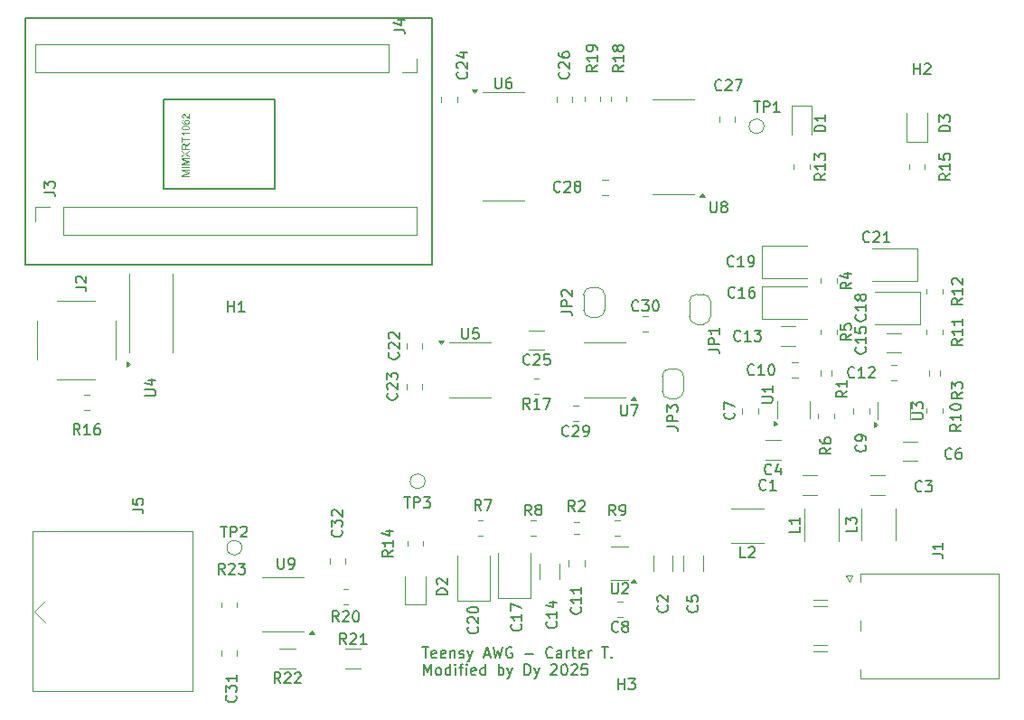
<source format=gbr>
%TF.GenerationSoftware,KiCad,Pcbnew,9.0.4*%
%TF.CreationDate,2025-09-05T01:27:12-04:00*%
%TF.ProjectId,max5719_breakout,6d617835-3731-4395-9f62-7265616b6f75,rev?*%
%TF.SameCoordinates,Original*%
%TF.FileFunction,Legend,Top*%
%TF.FilePolarity,Positive*%
%FSLAX46Y46*%
G04 Gerber Fmt 4.6, Leading zero omitted, Abs format (unit mm)*
G04 Created by KiCad (PCBNEW 9.0.4) date 2025-09-05 01:27:12*
%MOMM*%
%LPD*%
G01*
G04 APERTURE LIST*
%ADD10C,0.200000*%
%ADD11C,0.175000*%
%ADD12C,0.150000*%
%ADD13C,0.120000*%
G04 APERTURE END LIST*
D10*
X19907000Y-30734000D02*
X58007000Y-30734000D01*
X58007000Y-53848000D01*
X19907000Y-53848000D01*
X19907000Y-30734000D01*
X32861000Y-38354000D02*
X43275000Y-38354000D01*
X43275000Y-46736000D01*
X32861000Y-46736000D01*
X32861000Y-38354000D01*
D11*
G36*
X35282000Y-45647295D02*
G01*
X34578971Y-45647295D01*
X34578971Y-45507698D01*
X35076964Y-45341771D01*
X35181084Y-45308304D01*
X35068330Y-45270990D01*
X34578971Y-45103140D01*
X34578971Y-44978332D01*
X35282000Y-44978332D01*
X35282000Y-45067749D01*
X34693264Y-45067749D01*
X35282000Y-45271460D01*
X35282000Y-45355150D01*
X34683220Y-45557877D01*
X35282000Y-45557877D01*
X35282000Y-45647295D01*
G37*
G36*
X35282000Y-44812790D02*
G01*
X34578971Y-44812790D01*
X34578971Y-44720039D01*
X35282000Y-44720039D01*
X35282000Y-44812790D01*
G37*
G36*
X35282000Y-44559241D02*
G01*
X34578971Y-44559241D01*
X34578971Y-44419644D01*
X35076964Y-44253718D01*
X35181084Y-44220251D01*
X35068330Y-44182937D01*
X34578971Y-44015087D01*
X34578971Y-43890279D01*
X35282000Y-43890279D01*
X35282000Y-43979696D01*
X34693264Y-43979696D01*
X35282000Y-44183407D01*
X35282000Y-44267096D01*
X34683220Y-44469824D01*
X35282000Y-44469824D01*
X35282000Y-44559241D01*
G37*
G36*
X35282000Y-43811761D02*
G01*
X34915611Y-43540645D01*
X34578971Y-43779747D01*
X34578971Y-43669257D01*
X34758789Y-43542098D01*
X34844829Y-43485635D01*
X34806571Y-43460640D01*
X34764986Y-43430198D01*
X34578971Y-43289105D01*
X34578971Y-43188233D01*
X34910353Y-43434473D01*
X35282000Y-43169084D01*
X35282000Y-43283848D01*
X35031913Y-43460289D01*
X34985067Y-43490893D01*
X35037641Y-43524403D01*
X35282000Y-43700374D01*
X35282000Y-43811761D01*
G37*
G36*
X35282000Y-42584837D02*
G01*
X35134281Y-42677631D01*
X35036487Y-42744566D01*
X35005956Y-42771181D01*
X34989000Y-42791668D01*
X34977369Y-42812953D01*
X34970107Y-42833983D01*
X34966731Y-42885616D01*
X34966731Y-42993199D01*
X35282000Y-42993199D01*
X35282000Y-43085993D01*
X34578971Y-43085993D01*
X34578971Y-42775170D01*
X34579127Y-42771323D01*
X34657617Y-42771323D01*
X34657617Y-42993199D01*
X34888085Y-42993199D01*
X34888085Y-42793805D01*
X34884369Y-42733802D01*
X34875048Y-42694344D01*
X34864317Y-42671911D01*
X34850414Y-42653954D01*
X34833203Y-42639847D01*
X34803135Y-42625851D01*
X34770714Y-42621211D01*
X34739399Y-42625315D01*
X34712698Y-42637227D01*
X34689460Y-42657329D01*
X34672930Y-42683376D01*
X34661827Y-42720193D01*
X34657617Y-42771323D01*
X34579127Y-42771323D01*
X34581519Y-42712257D01*
X34588200Y-42665908D01*
X34597778Y-42632666D01*
X34613382Y-42602534D01*
X34635279Y-42576716D01*
X34664199Y-42554747D01*
X34696945Y-42538559D01*
X34731791Y-42528848D01*
X34769346Y-42525553D01*
X34805686Y-42528692D01*
X34838215Y-42537802D01*
X34867657Y-42552752D01*
X34894539Y-42573852D01*
X34916302Y-42599293D01*
X34934566Y-42631680D01*
X34949086Y-42672365D01*
X34959251Y-42723024D01*
X34978105Y-42688963D01*
X34994556Y-42667117D01*
X35035848Y-42628498D01*
X35088932Y-42590095D01*
X35282000Y-42468193D01*
X35282000Y-42584837D01*
G37*
G36*
X35282000Y-42219004D02*
G01*
X34660353Y-42219004D01*
X34660353Y-42449985D01*
X34578971Y-42449985D01*
X34578971Y-41894332D01*
X34660353Y-41894332D01*
X34660353Y-42126253D01*
X35282000Y-42126253D01*
X35282000Y-42219004D01*
G37*
G36*
X35282000Y-41509692D02*
G01*
X35282000Y-41595776D01*
X34732075Y-41595776D01*
X34760574Y-41630030D01*
X34791529Y-41677286D01*
X34818438Y-41727017D01*
X34836110Y-41767900D01*
X34754044Y-41767900D01*
X34729138Y-41721082D01*
X34701435Y-41679136D01*
X34670953Y-41641681D01*
X34636708Y-41607319D01*
X34605270Y-41582327D01*
X34576235Y-41565172D01*
X34576235Y-41509692D01*
X35282000Y-41509692D01*
G37*
G36*
X35017425Y-40835666D02*
G01*
X35082940Y-40844528D01*
X35134239Y-40857741D01*
X35182584Y-40878268D01*
X35221186Y-40903569D01*
X35251524Y-40933524D01*
X35274096Y-40969164D01*
X35288036Y-41011096D01*
X35292942Y-41060939D01*
X35288116Y-41110265D01*
X35274325Y-41152357D01*
X35251885Y-41188682D01*
X35220151Y-41220198D01*
X35185559Y-41242641D01*
X35141736Y-41261505D01*
X35086828Y-41276245D01*
X35018673Y-41285977D01*
X34934845Y-41289526D01*
X34851564Y-41286219D01*
X34785757Y-41277274D01*
X34734468Y-41263966D01*
X34686127Y-41243278D01*
X34647617Y-41217891D01*
X34617439Y-41187927D01*
X34594970Y-41152283D01*
X34581108Y-41110481D01*
X34576332Y-41061922D01*
X34648043Y-41061922D01*
X34651226Y-41090279D01*
X34660461Y-41115013D01*
X34675840Y-41136960D01*
X34698180Y-41156597D01*
X34730156Y-41173436D01*
X34777019Y-41187448D01*
X34843377Y-41197281D01*
X34934588Y-41201049D01*
X35026646Y-41197502D01*
X35091543Y-41188378D01*
X35135563Y-41175626D01*
X35164073Y-41160657D01*
X35190048Y-41138201D01*
X35207493Y-41114426D01*
X35217696Y-41088925D01*
X35221134Y-41060939D01*
X35217685Y-41032990D01*
X35207446Y-41007509D01*
X35189926Y-40983736D01*
X35163816Y-40961263D01*
X35135185Y-40946259D01*
X35091122Y-40933495D01*
X35026325Y-40924372D01*
X34934588Y-40920829D01*
X34842240Y-40924386D01*
X34777259Y-40933529D01*
X34733285Y-40946295D01*
X34704890Y-40961263D01*
X34679092Y-40983698D01*
X34661702Y-41007614D01*
X34651494Y-41033431D01*
X34648043Y-41061922D01*
X34576332Y-41061922D01*
X34576235Y-41060939D01*
X34578907Y-41023892D01*
X34586584Y-40991137D01*
X34598974Y-40961990D01*
X34616235Y-40935431D01*
X34637962Y-40912072D01*
X34664584Y-40891679D01*
X34710630Y-40867544D01*
X34768961Y-40848167D01*
X34835835Y-40836868D01*
X34934845Y-40832395D01*
X35017425Y-40835666D01*
G37*
G36*
X35096243Y-40289320D02*
G01*
X35137061Y-40298814D01*
X35175784Y-40314569D01*
X35211226Y-40336297D01*
X35239969Y-40362274D01*
X35262765Y-40392745D01*
X35279384Y-40426984D01*
X35289479Y-40464354D01*
X35292942Y-40505586D01*
X35287812Y-40557762D01*
X35272972Y-40603602D01*
X35248541Y-40644420D01*
X35213697Y-40681086D01*
X35182132Y-40703171D01*
X35142098Y-40721645D01*
X35091883Y-40736043D01*
X35029461Y-40745541D01*
X34952540Y-40749004D01*
X34866695Y-40745211D01*
X34796429Y-40734769D01*
X34739361Y-40718877D01*
X34693377Y-40698418D01*
X34656677Y-40673906D01*
X34627664Y-40645818D01*
X34605447Y-40614661D01*
X34589485Y-40580017D01*
X34579649Y-40541235D01*
X34576235Y-40497465D01*
X34579357Y-40456469D01*
X34588280Y-40420765D01*
X34602632Y-40389466D01*
X34622440Y-40361885D01*
X34647146Y-40338578D01*
X34676174Y-40320279D01*
X34710191Y-40306852D01*
X34750112Y-40298541D01*
X34756780Y-40384112D01*
X34711312Y-40399096D01*
X34684288Y-40416639D01*
X34664100Y-40441810D01*
X34652142Y-40470148D01*
X34648043Y-40502722D01*
X34650652Y-40529381D01*
X34658259Y-40553244D01*
X34670867Y-40574914D01*
X34692783Y-40599389D01*
X34721142Y-40620765D01*
X34757036Y-40639028D01*
X34795635Y-40651132D01*
X34848222Y-40659702D01*
X34918304Y-40663391D01*
X34888936Y-40640625D01*
X34865759Y-40615359D01*
X34848120Y-40587395D01*
X34835309Y-40556755D01*
X34827708Y-40525461D01*
X34826522Y-40510373D01*
X34901078Y-40510373D01*
X34905788Y-40547509D01*
X34919583Y-40580112D01*
X34942966Y-40609364D01*
X34973067Y-40631573D01*
X35009097Y-40645205D01*
X35052729Y-40650013D01*
X35096230Y-40645299D01*
X35137915Y-40631120D01*
X35163356Y-40616507D01*
X35183795Y-40598942D01*
X35199848Y-40578291D01*
X35215909Y-40543164D01*
X35221134Y-40507039D01*
X35216313Y-40472606D01*
X35201977Y-40441734D01*
X35177152Y-40413305D01*
X35145668Y-40392197D01*
X35106490Y-40378893D01*
X35057516Y-40374110D01*
X35010512Y-40378830D01*
X34973019Y-40391959D01*
X34942966Y-40412834D01*
X34919675Y-40440916D01*
X34905842Y-40472991D01*
X34901078Y-40510373D01*
X34826522Y-40510373D01*
X34825168Y-40493148D01*
X34829191Y-40451439D01*
X34840970Y-40413642D01*
X34860564Y-40378890D01*
X34888683Y-40346584D01*
X34922110Y-40320520D01*
X34959992Y-40301767D01*
X35003181Y-40290158D01*
X35052814Y-40286103D01*
X35096243Y-40289320D01*
G37*
G36*
X35200618Y-39748445D02*
G01*
X35282000Y-39748445D01*
X35282000Y-40211774D01*
X35251525Y-40209747D01*
X35222331Y-40201729D01*
X35176482Y-40179347D01*
X35129281Y-40145095D01*
X35082991Y-40100737D01*
X35023322Y-40032469D01*
X34957888Y-39956831D01*
X34909347Y-39907554D01*
X34874151Y-39878040D01*
X34835967Y-39854648D01*
X34801619Y-39841865D01*
X34770073Y-39837862D01*
X34737368Y-39841991D01*
X34708828Y-39854055D01*
X34683391Y-39874450D01*
X34664061Y-39900717D01*
X34652214Y-39932028D01*
X34648043Y-39969808D01*
X34652503Y-40009710D01*
X34665109Y-40042338D01*
X34685613Y-40069313D01*
X34712784Y-40089502D01*
X34746801Y-40102259D01*
X34789606Y-40107055D01*
X34780459Y-40195532D01*
X34731153Y-40187236D01*
X34690280Y-40172816D01*
X34656418Y-40152786D01*
X34628509Y-40127144D01*
X34606368Y-40096240D01*
X34590110Y-40060107D01*
X34579862Y-40017754D01*
X34576235Y-39967928D01*
X34580119Y-39917804D01*
X34591095Y-39875312D01*
X34608562Y-39839117D01*
X34632484Y-39808199D01*
X34662462Y-39782334D01*
X34695227Y-39764172D01*
X34731389Y-39753168D01*
X34771825Y-39749385D01*
X34813503Y-39753642D01*
X34854959Y-39766611D01*
X34895169Y-39788368D01*
X34941000Y-39823757D01*
X34989275Y-39871265D01*
X35064953Y-39956430D01*
X35125765Y-40026624D01*
X35153729Y-40055935D01*
X35177544Y-40076335D01*
X35200618Y-40092223D01*
X35200618Y-39748445D01*
G37*
D12*
X57089922Y-89715875D02*
X57661350Y-89715875D01*
X57375636Y-90715875D02*
X57375636Y-89715875D01*
X58375636Y-90668256D02*
X58280398Y-90715875D01*
X58280398Y-90715875D02*
X58089922Y-90715875D01*
X58089922Y-90715875D02*
X57994684Y-90668256D01*
X57994684Y-90668256D02*
X57947065Y-90573017D01*
X57947065Y-90573017D02*
X57947065Y-90192065D01*
X57947065Y-90192065D02*
X57994684Y-90096827D01*
X57994684Y-90096827D02*
X58089922Y-90049208D01*
X58089922Y-90049208D02*
X58280398Y-90049208D01*
X58280398Y-90049208D02*
X58375636Y-90096827D01*
X58375636Y-90096827D02*
X58423255Y-90192065D01*
X58423255Y-90192065D02*
X58423255Y-90287303D01*
X58423255Y-90287303D02*
X57947065Y-90382541D01*
X59232779Y-90668256D02*
X59137541Y-90715875D01*
X59137541Y-90715875D02*
X58947065Y-90715875D01*
X58947065Y-90715875D02*
X58851827Y-90668256D01*
X58851827Y-90668256D02*
X58804208Y-90573017D01*
X58804208Y-90573017D02*
X58804208Y-90192065D01*
X58804208Y-90192065D02*
X58851827Y-90096827D01*
X58851827Y-90096827D02*
X58947065Y-90049208D01*
X58947065Y-90049208D02*
X59137541Y-90049208D01*
X59137541Y-90049208D02*
X59232779Y-90096827D01*
X59232779Y-90096827D02*
X59280398Y-90192065D01*
X59280398Y-90192065D02*
X59280398Y-90287303D01*
X59280398Y-90287303D02*
X58804208Y-90382541D01*
X59708970Y-90049208D02*
X59708970Y-90715875D01*
X59708970Y-90144446D02*
X59756589Y-90096827D01*
X59756589Y-90096827D02*
X59851827Y-90049208D01*
X59851827Y-90049208D02*
X59994684Y-90049208D01*
X59994684Y-90049208D02*
X60089922Y-90096827D01*
X60089922Y-90096827D02*
X60137541Y-90192065D01*
X60137541Y-90192065D02*
X60137541Y-90715875D01*
X60566113Y-90668256D02*
X60661351Y-90715875D01*
X60661351Y-90715875D02*
X60851827Y-90715875D01*
X60851827Y-90715875D02*
X60947065Y-90668256D01*
X60947065Y-90668256D02*
X60994684Y-90573017D01*
X60994684Y-90573017D02*
X60994684Y-90525398D01*
X60994684Y-90525398D02*
X60947065Y-90430160D01*
X60947065Y-90430160D02*
X60851827Y-90382541D01*
X60851827Y-90382541D02*
X60708970Y-90382541D01*
X60708970Y-90382541D02*
X60613732Y-90334922D01*
X60613732Y-90334922D02*
X60566113Y-90239684D01*
X60566113Y-90239684D02*
X60566113Y-90192065D01*
X60566113Y-90192065D02*
X60613732Y-90096827D01*
X60613732Y-90096827D02*
X60708970Y-90049208D01*
X60708970Y-90049208D02*
X60851827Y-90049208D01*
X60851827Y-90049208D02*
X60947065Y-90096827D01*
X61328018Y-90049208D02*
X61566113Y-90715875D01*
X61804208Y-90049208D02*
X61566113Y-90715875D01*
X61566113Y-90715875D02*
X61470875Y-90953970D01*
X61470875Y-90953970D02*
X61423256Y-91001589D01*
X61423256Y-91001589D02*
X61328018Y-91049208D01*
X62899447Y-90430160D02*
X63375637Y-90430160D01*
X62804209Y-90715875D02*
X63137542Y-89715875D01*
X63137542Y-89715875D02*
X63470875Y-90715875D01*
X63708971Y-89715875D02*
X63947066Y-90715875D01*
X63947066Y-90715875D02*
X64137542Y-90001589D01*
X64137542Y-90001589D02*
X64328018Y-90715875D01*
X64328018Y-90715875D02*
X64566114Y-89715875D01*
X65470875Y-89763494D02*
X65375637Y-89715875D01*
X65375637Y-89715875D02*
X65232780Y-89715875D01*
X65232780Y-89715875D02*
X65089923Y-89763494D01*
X65089923Y-89763494D02*
X64994685Y-89858732D01*
X64994685Y-89858732D02*
X64947066Y-89953970D01*
X64947066Y-89953970D02*
X64899447Y-90144446D01*
X64899447Y-90144446D02*
X64899447Y-90287303D01*
X64899447Y-90287303D02*
X64947066Y-90477779D01*
X64947066Y-90477779D02*
X64994685Y-90573017D01*
X64994685Y-90573017D02*
X65089923Y-90668256D01*
X65089923Y-90668256D02*
X65232780Y-90715875D01*
X65232780Y-90715875D02*
X65328018Y-90715875D01*
X65328018Y-90715875D02*
X65470875Y-90668256D01*
X65470875Y-90668256D02*
X65518494Y-90620636D01*
X65518494Y-90620636D02*
X65518494Y-90287303D01*
X65518494Y-90287303D02*
X65328018Y-90287303D01*
X66708971Y-90334922D02*
X67470876Y-90334922D01*
X69280399Y-90620636D02*
X69232780Y-90668256D01*
X69232780Y-90668256D02*
X69089923Y-90715875D01*
X69089923Y-90715875D02*
X68994685Y-90715875D01*
X68994685Y-90715875D02*
X68851828Y-90668256D01*
X68851828Y-90668256D02*
X68756590Y-90573017D01*
X68756590Y-90573017D02*
X68708971Y-90477779D01*
X68708971Y-90477779D02*
X68661352Y-90287303D01*
X68661352Y-90287303D02*
X68661352Y-90144446D01*
X68661352Y-90144446D02*
X68708971Y-89953970D01*
X68708971Y-89953970D02*
X68756590Y-89858732D01*
X68756590Y-89858732D02*
X68851828Y-89763494D01*
X68851828Y-89763494D02*
X68994685Y-89715875D01*
X68994685Y-89715875D02*
X69089923Y-89715875D01*
X69089923Y-89715875D02*
X69232780Y-89763494D01*
X69232780Y-89763494D02*
X69280399Y-89811113D01*
X70137542Y-90715875D02*
X70137542Y-90192065D01*
X70137542Y-90192065D02*
X70089923Y-90096827D01*
X70089923Y-90096827D02*
X69994685Y-90049208D01*
X69994685Y-90049208D02*
X69804209Y-90049208D01*
X69804209Y-90049208D02*
X69708971Y-90096827D01*
X70137542Y-90668256D02*
X70042304Y-90715875D01*
X70042304Y-90715875D02*
X69804209Y-90715875D01*
X69804209Y-90715875D02*
X69708971Y-90668256D01*
X69708971Y-90668256D02*
X69661352Y-90573017D01*
X69661352Y-90573017D02*
X69661352Y-90477779D01*
X69661352Y-90477779D02*
X69708971Y-90382541D01*
X69708971Y-90382541D02*
X69804209Y-90334922D01*
X69804209Y-90334922D02*
X70042304Y-90334922D01*
X70042304Y-90334922D02*
X70137542Y-90287303D01*
X70613733Y-90715875D02*
X70613733Y-90049208D01*
X70613733Y-90239684D02*
X70661352Y-90144446D01*
X70661352Y-90144446D02*
X70708971Y-90096827D01*
X70708971Y-90096827D02*
X70804209Y-90049208D01*
X70804209Y-90049208D02*
X70899447Y-90049208D01*
X71089924Y-90049208D02*
X71470876Y-90049208D01*
X71232781Y-89715875D02*
X71232781Y-90573017D01*
X71232781Y-90573017D02*
X71280400Y-90668256D01*
X71280400Y-90668256D02*
X71375638Y-90715875D01*
X71375638Y-90715875D02*
X71470876Y-90715875D01*
X72185162Y-90668256D02*
X72089924Y-90715875D01*
X72089924Y-90715875D02*
X71899448Y-90715875D01*
X71899448Y-90715875D02*
X71804210Y-90668256D01*
X71804210Y-90668256D02*
X71756591Y-90573017D01*
X71756591Y-90573017D02*
X71756591Y-90192065D01*
X71756591Y-90192065D02*
X71804210Y-90096827D01*
X71804210Y-90096827D02*
X71899448Y-90049208D01*
X71899448Y-90049208D02*
X72089924Y-90049208D01*
X72089924Y-90049208D02*
X72185162Y-90096827D01*
X72185162Y-90096827D02*
X72232781Y-90192065D01*
X72232781Y-90192065D02*
X72232781Y-90287303D01*
X72232781Y-90287303D02*
X71756591Y-90382541D01*
X72661353Y-90715875D02*
X72661353Y-90049208D01*
X72661353Y-90239684D02*
X72708972Y-90144446D01*
X72708972Y-90144446D02*
X72756591Y-90096827D01*
X72756591Y-90096827D02*
X72851829Y-90049208D01*
X72851829Y-90049208D02*
X72947067Y-90049208D01*
X73899449Y-89715875D02*
X74470877Y-89715875D01*
X74185163Y-90715875D02*
X74185163Y-89715875D01*
X74804211Y-90620636D02*
X74851830Y-90668256D01*
X74851830Y-90668256D02*
X74804211Y-90715875D01*
X74804211Y-90715875D02*
X74756592Y-90668256D01*
X74756592Y-90668256D02*
X74804211Y-90620636D01*
X74804211Y-90620636D02*
X74804211Y-90715875D01*
X57232779Y-92325819D02*
X57232779Y-91325819D01*
X57232779Y-91325819D02*
X57566112Y-92040104D01*
X57566112Y-92040104D02*
X57899445Y-91325819D01*
X57899445Y-91325819D02*
X57899445Y-92325819D01*
X58518493Y-92325819D02*
X58423255Y-92278200D01*
X58423255Y-92278200D02*
X58375636Y-92230580D01*
X58375636Y-92230580D02*
X58328017Y-92135342D01*
X58328017Y-92135342D02*
X58328017Y-91849628D01*
X58328017Y-91849628D02*
X58375636Y-91754390D01*
X58375636Y-91754390D02*
X58423255Y-91706771D01*
X58423255Y-91706771D02*
X58518493Y-91659152D01*
X58518493Y-91659152D02*
X58661350Y-91659152D01*
X58661350Y-91659152D02*
X58756588Y-91706771D01*
X58756588Y-91706771D02*
X58804207Y-91754390D01*
X58804207Y-91754390D02*
X58851826Y-91849628D01*
X58851826Y-91849628D02*
X58851826Y-92135342D01*
X58851826Y-92135342D02*
X58804207Y-92230580D01*
X58804207Y-92230580D02*
X58756588Y-92278200D01*
X58756588Y-92278200D02*
X58661350Y-92325819D01*
X58661350Y-92325819D02*
X58518493Y-92325819D01*
X59708969Y-92325819D02*
X59708969Y-91325819D01*
X59708969Y-92278200D02*
X59613731Y-92325819D01*
X59613731Y-92325819D02*
X59423255Y-92325819D01*
X59423255Y-92325819D02*
X59328017Y-92278200D01*
X59328017Y-92278200D02*
X59280398Y-92230580D01*
X59280398Y-92230580D02*
X59232779Y-92135342D01*
X59232779Y-92135342D02*
X59232779Y-91849628D01*
X59232779Y-91849628D02*
X59280398Y-91754390D01*
X59280398Y-91754390D02*
X59328017Y-91706771D01*
X59328017Y-91706771D02*
X59423255Y-91659152D01*
X59423255Y-91659152D02*
X59613731Y-91659152D01*
X59613731Y-91659152D02*
X59708969Y-91706771D01*
X60185160Y-92325819D02*
X60185160Y-91659152D01*
X60185160Y-91325819D02*
X60137541Y-91373438D01*
X60137541Y-91373438D02*
X60185160Y-91421057D01*
X60185160Y-91421057D02*
X60232779Y-91373438D01*
X60232779Y-91373438D02*
X60185160Y-91325819D01*
X60185160Y-91325819D02*
X60185160Y-91421057D01*
X60518493Y-91659152D02*
X60899445Y-91659152D01*
X60661350Y-92325819D02*
X60661350Y-91468676D01*
X60661350Y-91468676D02*
X60708969Y-91373438D01*
X60708969Y-91373438D02*
X60804207Y-91325819D01*
X60804207Y-91325819D02*
X60899445Y-91325819D01*
X61232779Y-92325819D02*
X61232779Y-91659152D01*
X61232779Y-91325819D02*
X61185160Y-91373438D01*
X61185160Y-91373438D02*
X61232779Y-91421057D01*
X61232779Y-91421057D02*
X61280398Y-91373438D01*
X61280398Y-91373438D02*
X61232779Y-91325819D01*
X61232779Y-91325819D02*
X61232779Y-91421057D01*
X62089921Y-92278200D02*
X61994683Y-92325819D01*
X61994683Y-92325819D02*
X61804207Y-92325819D01*
X61804207Y-92325819D02*
X61708969Y-92278200D01*
X61708969Y-92278200D02*
X61661350Y-92182961D01*
X61661350Y-92182961D02*
X61661350Y-91802009D01*
X61661350Y-91802009D02*
X61708969Y-91706771D01*
X61708969Y-91706771D02*
X61804207Y-91659152D01*
X61804207Y-91659152D02*
X61994683Y-91659152D01*
X61994683Y-91659152D02*
X62089921Y-91706771D01*
X62089921Y-91706771D02*
X62137540Y-91802009D01*
X62137540Y-91802009D02*
X62137540Y-91897247D01*
X62137540Y-91897247D02*
X61661350Y-91992485D01*
X62994683Y-92325819D02*
X62994683Y-91325819D01*
X62994683Y-92278200D02*
X62899445Y-92325819D01*
X62899445Y-92325819D02*
X62708969Y-92325819D01*
X62708969Y-92325819D02*
X62613731Y-92278200D01*
X62613731Y-92278200D02*
X62566112Y-92230580D01*
X62566112Y-92230580D02*
X62518493Y-92135342D01*
X62518493Y-92135342D02*
X62518493Y-91849628D01*
X62518493Y-91849628D02*
X62566112Y-91754390D01*
X62566112Y-91754390D02*
X62613731Y-91706771D01*
X62613731Y-91706771D02*
X62708969Y-91659152D01*
X62708969Y-91659152D02*
X62899445Y-91659152D01*
X62899445Y-91659152D02*
X62994683Y-91706771D01*
X64232779Y-92325819D02*
X64232779Y-91325819D01*
X64232779Y-91706771D02*
X64328017Y-91659152D01*
X64328017Y-91659152D02*
X64518493Y-91659152D01*
X64518493Y-91659152D02*
X64613731Y-91706771D01*
X64613731Y-91706771D02*
X64661350Y-91754390D01*
X64661350Y-91754390D02*
X64708969Y-91849628D01*
X64708969Y-91849628D02*
X64708969Y-92135342D01*
X64708969Y-92135342D02*
X64661350Y-92230580D01*
X64661350Y-92230580D02*
X64613731Y-92278200D01*
X64613731Y-92278200D02*
X64518493Y-92325819D01*
X64518493Y-92325819D02*
X64328017Y-92325819D01*
X64328017Y-92325819D02*
X64232779Y-92278200D01*
X65042303Y-91659152D02*
X65280398Y-92325819D01*
X65518493Y-91659152D02*
X65280398Y-92325819D01*
X65280398Y-92325819D02*
X65185160Y-92563914D01*
X65185160Y-92563914D02*
X65137541Y-92611533D01*
X65137541Y-92611533D02*
X65042303Y-92659152D01*
X66661351Y-92325819D02*
X66661351Y-91325819D01*
X66661351Y-91325819D02*
X66899446Y-91325819D01*
X66899446Y-91325819D02*
X67042303Y-91373438D01*
X67042303Y-91373438D02*
X67137541Y-91468676D01*
X67137541Y-91468676D02*
X67185160Y-91563914D01*
X67185160Y-91563914D02*
X67232779Y-91754390D01*
X67232779Y-91754390D02*
X67232779Y-91897247D01*
X67232779Y-91897247D02*
X67185160Y-92087723D01*
X67185160Y-92087723D02*
X67137541Y-92182961D01*
X67137541Y-92182961D02*
X67042303Y-92278200D01*
X67042303Y-92278200D02*
X66899446Y-92325819D01*
X66899446Y-92325819D02*
X66661351Y-92325819D01*
X67566113Y-91659152D02*
X67804208Y-92325819D01*
X68042303Y-91659152D02*
X67804208Y-92325819D01*
X67804208Y-92325819D02*
X67708970Y-92563914D01*
X67708970Y-92563914D02*
X67661351Y-92611533D01*
X67661351Y-92611533D02*
X67566113Y-92659152D01*
X69137542Y-91421057D02*
X69185161Y-91373438D01*
X69185161Y-91373438D02*
X69280399Y-91325819D01*
X69280399Y-91325819D02*
X69518494Y-91325819D01*
X69518494Y-91325819D02*
X69613732Y-91373438D01*
X69613732Y-91373438D02*
X69661351Y-91421057D01*
X69661351Y-91421057D02*
X69708970Y-91516295D01*
X69708970Y-91516295D02*
X69708970Y-91611533D01*
X69708970Y-91611533D02*
X69661351Y-91754390D01*
X69661351Y-91754390D02*
X69089923Y-92325819D01*
X69089923Y-92325819D02*
X69708970Y-92325819D01*
X70328018Y-91325819D02*
X70423256Y-91325819D01*
X70423256Y-91325819D02*
X70518494Y-91373438D01*
X70518494Y-91373438D02*
X70566113Y-91421057D01*
X70566113Y-91421057D02*
X70613732Y-91516295D01*
X70613732Y-91516295D02*
X70661351Y-91706771D01*
X70661351Y-91706771D02*
X70661351Y-91944866D01*
X70661351Y-91944866D02*
X70613732Y-92135342D01*
X70613732Y-92135342D02*
X70566113Y-92230580D01*
X70566113Y-92230580D02*
X70518494Y-92278200D01*
X70518494Y-92278200D02*
X70423256Y-92325819D01*
X70423256Y-92325819D02*
X70328018Y-92325819D01*
X70328018Y-92325819D02*
X70232780Y-92278200D01*
X70232780Y-92278200D02*
X70185161Y-92230580D01*
X70185161Y-92230580D02*
X70137542Y-92135342D01*
X70137542Y-92135342D02*
X70089923Y-91944866D01*
X70089923Y-91944866D02*
X70089923Y-91706771D01*
X70089923Y-91706771D02*
X70137542Y-91516295D01*
X70137542Y-91516295D02*
X70185161Y-91421057D01*
X70185161Y-91421057D02*
X70232780Y-91373438D01*
X70232780Y-91373438D02*
X70328018Y-91325819D01*
X71042304Y-91421057D02*
X71089923Y-91373438D01*
X71089923Y-91373438D02*
X71185161Y-91325819D01*
X71185161Y-91325819D02*
X71423256Y-91325819D01*
X71423256Y-91325819D02*
X71518494Y-91373438D01*
X71518494Y-91373438D02*
X71566113Y-91421057D01*
X71566113Y-91421057D02*
X71613732Y-91516295D01*
X71613732Y-91516295D02*
X71613732Y-91611533D01*
X71613732Y-91611533D02*
X71566113Y-91754390D01*
X71566113Y-91754390D02*
X70994685Y-92325819D01*
X70994685Y-92325819D02*
X71613732Y-92325819D01*
X72518494Y-91325819D02*
X72042304Y-91325819D01*
X72042304Y-91325819D02*
X71994685Y-91802009D01*
X71994685Y-91802009D02*
X72042304Y-91754390D01*
X72042304Y-91754390D02*
X72137542Y-91706771D01*
X72137542Y-91706771D02*
X72375637Y-91706771D01*
X72375637Y-91706771D02*
X72470875Y-91754390D01*
X72470875Y-91754390D02*
X72518494Y-91802009D01*
X72518494Y-91802009D02*
X72566113Y-91897247D01*
X72566113Y-91897247D02*
X72566113Y-92135342D01*
X72566113Y-92135342D02*
X72518494Y-92230580D01*
X72518494Y-92230580D02*
X72470875Y-92278200D01*
X72470875Y-92278200D02*
X72375637Y-92325819D01*
X72375637Y-92325819D02*
X72137542Y-92325819D01*
X72137542Y-92325819D02*
X72042304Y-92278200D01*
X72042304Y-92278200D02*
X71994685Y-92230580D01*
X67143142Y-63169580D02*
X67095523Y-63217200D01*
X67095523Y-63217200D02*
X66952666Y-63264819D01*
X66952666Y-63264819D02*
X66857428Y-63264819D01*
X66857428Y-63264819D02*
X66714571Y-63217200D01*
X66714571Y-63217200D02*
X66619333Y-63121961D01*
X66619333Y-63121961D02*
X66571714Y-63026723D01*
X66571714Y-63026723D02*
X66524095Y-62836247D01*
X66524095Y-62836247D02*
X66524095Y-62693390D01*
X66524095Y-62693390D02*
X66571714Y-62502914D01*
X66571714Y-62502914D02*
X66619333Y-62407676D01*
X66619333Y-62407676D02*
X66714571Y-62312438D01*
X66714571Y-62312438D02*
X66857428Y-62264819D01*
X66857428Y-62264819D02*
X66952666Y-62264819D01*
X66952666Y-62264819D02*
X67095523Y-62312438D01*
X67095523Y-62312438D02*
X67143142Y-62360057D01*
X67524095Y-62360057D02*
X67571714Y-62312438D01*
X67571714Y-62312438D02*
X67666952Y-62264819D01*
X67666952Y-62264819D02*
X67905047Y-62264819D01*
X67905047Y-62264819D02*
X68000285Y-62312438D01*
X68000285Y-62312438D02*
X68047904Y-62360057D01*
X68047904Y-62360057D02*
X68095523Y-62455295D01*
X68095523Y-62455295D02*
X68095523Y-62550533D01*
X68095523Y-62550533D02*
X68047904Y-62693390D01*
X68047904Y-62693390D02*
X67476476Y-63264819D01*
X67476476Y-63264819D02*
X68095523Y-63264819D01*
X69000285Y-62264819D02*
X68524095Y-62264819D01*
X68524095Y-62264819D02*
X68476476Y-62741009D01*
X68476476Y-62741009D02*
X68524095Y-62693390D01*
X68524095Y-62693390D02*
X68619333Y-62645771D01*
X68619333Y-62645771D02*
X68857428Y-62645771D01*
X68857428Y-62645771D02*
X68952666Y-62693390D01*
X68952666Y-62693390D02*
X69000285Y-62741009D01*
X69000285Y-62741009D02*
X69047904Y-62836247D01*
X69047904Y-62836247D02*
X69047904Y-63074342D01*
X69047904Y-63074342D02*
X69000285Y-63169580D01*
X69000285Y-63169580D02*
X68952666Y-63217200D01*
X68952666Y-63217200D02*
X68857428Y-63264819D01*
X68857428Y-63264819D02*
X68619333Y-63264819D01*
X68619333Y-63264819D02*
X68524095Y-63217200D01*
X68524095Y-63217200D02*
X68476476Y-63169580D01*
X43807142Y-93089819D02*
X43473809Y-92613628D01*
X43235714Y-93089819D02*
X43235714Y-92089819D01*
X43235714Y-92089819D02*
X43616666Y-92089819D01*
X43616666Y-92089819D02*
X43711904Y-92137438D01*
X43711904Y-92137438D02*
X43759523Y-92185057D01*
X43759523Y-92185057D02*
X43807142Y-92280295D01*
X43807142Y-92280295D02*
X43807142Y-92423152D01*
X43807142Y-92423152D02*
X43759523Y-92518390D01*
X43759523Y-92518390D02*
X43711904Y-92566009D01*
X43711904Y-92566009D02*
X43616666Y-92613628D01*
X43616666Y-92613628D02*
X43235714Y-92613628D01*
X44188095Y-92185057D02*
X44235714Y-92137438D01*
X44235714Y-92137438D02*
X44330952Y-92089819D01*
X44330952Y-92089819D02*
X44569047Y-92089819D01*
X44569047Y-92089819D02*
X44664285Y-92137438D01*
X44664285Y-92137438D02*
X44711904Y-92185057D01*
X44711904Y-92185057D02*
X44759523Y-92280295D01*
X44759523Y-92280295D02*
X44759523Y-92375533D01*
X44759523Y-92375533D02*
X44711904Y-92518390D01*
X44711904Y-92518390D02*
X44140476Y-93089819D01*
X44140476Y-93089819D02*
X44759523Y-93089819D01*
X45140476Y-92185057D02*
X45188095Y-92137438D01*
X45188095Y-92137438D02*
X45283333Y-92089819D01*
X45283333Y-92089819D02*
X45521428Y-92089819D01*
X45521428Y-92089819D02*
X45616666Y-92137438D01*
X45616666Y-92137438D02*
X45664285Y-92185057D01*
X45664285Y-92185057D02*
X45711904Y-92280295D01*
X45711904Y-92280295D02*
X45711904Y-92375533D01*
X45711904Y-92375533D02*
X45664285Y-92518390D01*
X45664285Y-92518390D02*
X45092857Y-93089819D01*
X45092857Y-93089819D02*
X45711904Y-93089819D01*
X49964642Y-89429819D02*
X49631309Y-88953628D01*
X49393214Y-89429819D02*
X49393214Y-88429819D01*
X49393214Y-88429819D02*
X49774166Y-88429819D01*
X49774166Y-88429819D02*
X49869404Y-88477438D01*
X49869404Y-88477438D02*
X49917023Y-88525057D01*
X49917023Y-88525057D02*
X49964642Y-88620295D01*
X49964642Y-88620295D02*
X49964642Y-88763152D01*
X49964642Y-88763152D02*
X49917023Y-88858390D01*
X49917023Y-88858390D02*
X49869404Y-88906009D01*
X49869404Y-88906009D02*
X49774166Y-88953628D01*
X49774166Y-88953628D02*
X49393214Y-88953628D01*
X50345595Y-88525057D02*
X50393214Y-88477438D01*
X50393214Y-88477438D02*
X50488452Y-88429819D01*
X50488452Y-88429819D02*
X50726547Y-88429819D01*
X50726547Y-88429819D02*
X50821785Y-88477438D01*
X50821785Y-88477438D02*
X50869404Y-88525057D01*
X50869404Y-88525057D02*
X50917023Y-88620295D01*
X50917023Y-88620295D02*
X50917023Y-88715533D01*
X50917023Y-88715533D02*
X50869404Y-88858390D01*
X50869404Y-88858390D02*
X50297976Y-89429819D01*
X50297976Y-89429819D02*
X50917023Y-89429819D01*
X51869404Y-89429819D02*
X51297976Y-89429819D01*
X51583690Y-89429819D02*
X51583690Y-88429819D01*
X51583690Y-88429819D02*
X51488452Y-88572676D01*
X51488452Y-88572676D02*
X51393214Y-88667914D01*
X51393214Y-88667914D02*
X51297976Y-88715533D01*
X106532819Y-41378094D02*
X105532819Y-41378094D01*
X105532819Y-41378094D02*
X105532819Y-41139999D01*
X105532819Y-41139999D02*
X105580438Y-40997142D01*
X105580438Y-40997142D02*
X105675676Y-40901904D01*
X105675676Y-40901904D02*
X105770914Y-40854285D01*
X105770914Y-40854285D02*
X105961390Y-40806666D01*
X105961390Y-40806666D02*
X106104247Y-40806666D01*
X106104247Y-40806666D02*
X106294723Y-40854285D01*
X106294723Y-40854285D02*
X106389961Y-40901904D01*
X106389961Y-40901904D02*
X106485200Y-40997142D01*
X106485200Y-40997142D02*
X106532819Y-41139999D01*
X106532819Y-41139999D02*
X106532819Y-41378094D01*
X105532819Y-40473332D02*
X105532819Y-39854285D01*
X105532819Y-39854285D02*
X105913771Y-40187618D01*
X105913771Y-40187618D02*
X105913771Y-40044761D01*
X105913771Y-40044761D02*
X105961390Y-39949523D01*
X105961390Y-39949523D02*
X106009009Y-39901904D01*
X106009009Y-39901904D02*
X106104247Y-39854285D01*
X106104247Y-39854285D02*
X106342342Y-39854285D01*
X106342342Y-39854285D02*
X106437580Y-39901904D01*
X106437580Y-39901904D02*
X106485200Y-39949523D01*
X106485200Y-39949523D02*
X106532819Y-40044761D01*
X106532819Y-40044761D02*
X106532819Y-40330475D01*
X106532819Y-40330475D02*
X106485200Y-40425713D01*
X106485200Y-40425713D02*
X106437580Y-40473332D01*
X94848819Y-41378094D02*
X93848819Y-41378094D01*
X93848819Y-41378094D02*
X93848819Y-41139999D01*
X93848819Y-41139999D02*
X93896438Y-40997142D01*
X93896438Y-40997142D02*
X93991676Y-40901904D01*
X93991676Y-40901904D02*
X94086914Y-40854285D01*
X94086914Y-40854285D02*
X94277390Y-40806666D01*
X94277390Y-40806666D02*
X94420247Y-40806666D01*
X94420247Y-40806666D02*
X94610723Y-40854285D01*
X94610723Y-40854285D02*
X94705961Y-40901904D01*
X94705961Y-40901904D02*
X94801200Y-40997142D01*
X94801200Y-40997142D02*
X94848819Y-41139999D01*
X94848819Y-41139999D02*
X94848819Y-41378094D01*
X94848819Y-39854285D02*
X94848819Y-40425713D01*
X94848819Y-40139999D02*
X93848819Y-40139999D01*
X93848819Y-40139999D02*
X93991676Y-40235237D01*
X93991676Y-40235237D02*
X94086914Y-40330475D01*
X94086914Y-40330475D02*
X94134533Y-40425713D01*
X107675819Y-57030857D02*
X107199628Y-57364190D01*
X107675819Y-57602285D02*
X106675819Y-57602285D01*
X106675819Y-57602285D02*
X106675819Y-57221333D01*
X106675819Y-57221333D02*
X106723438Y-57126095D01*
X106723438Y-57126095D02*
X106771057Y-57078476D01*
X106771057Y-57078476D02*
X106866295Y-57030857D01*
X106866295Y-57030857D02*
X107009152Y-57030857D01*
X107009152Y-57030857D02*
X107104390Y-57078476D01*
X107104390Y-57078476D02*
X107152009Y-57126095D01*
X107152009Y-57126095D02*
X107199628Y-57221333D01*
X107199628Y-57221333D02*
X107199628Y-57602285D01*
X107675819Y-56078476D02*
X107675819Y-56649904D01*
X107675819Y-56364190D02*
X106675819Y-56364190D01*
X106675819Y-56364190D02*
X106818676Y-56459428D01*
X106818676Y-56459428D02*
X106913914Y-56554666D01*
X106913914Y-56554666D02*
X106961533Y-56649904D01*
X106771057Y-55697523D02*
X106723438Y-55649904D01*
X106723438Y-55649904D02*
X106675819Y-55554666D01*
X106675819Y-55554666D02*
X106675819Y-55316571D01*
X106675819Y-55316571D02*
X106723438Y-55221333D01*
X106723438Y-55221333D02*
X106771057Y-55173714D01*
X106771057Y-55173714D02*
X106866295Y-55126095D01*
X106866295Y-55126095D02*
X106961533Y-55126095D01*
X106961533Y-55126095D02*
X107104390Y-55173714D01*
X107104390Y-55173714D02*
X107675819Y-55745142D01*
X107675819Y-55745142D02*
X107675819Y-55126095D01*
X107548819Y-68841857D02*
X107072628Y-69175190D01*
X107548819Y-69413285D02*
X106548819Y-69413285D01*
X106548819Y-69413285D02*
X106548819Y-69032333D01*
X106548819Y-69032333D02*
X106596438Y-68937095D01*
X106596438Y-68937095D02*
X106644057Y-68889476D01*
X106644057Y-68889476D02*
X106739295Y-68841857D01*
X106739295Y-68841857D02*
X106882152Y-68841857D01*
X106882152Y-68841857D02*
X106977390Y-68889476D01*
X106977390Y-68889476D02*
X107025009Y-68937095D01*
X107025009Y-68937095D02*
X107072628Y-69032333D01*
X107072628Y-69032333D02*
X107072628Y-69413285D01*
X107548819Y-67889476D02*
X107548819Y-68460904D01*
X107548819Y-68175190D02*
X106548819Y-68175190D01*
X106548819Y-68175190D02*
X106691676Y-68270428D01*
X106691676Y-68270428D02*
X106786914Y-68365666D01*
X106786914Y-68365666D02*
X106834533Y-68460904D01*
X106548819Y-67270428D02*
X106548819Y-67175190D01*
X106548819Y-67175190D02*
X106596438Y-67079952D01*
X106596438Y-67079952D02*
X106644057Y-67032333D01*
X106644057Y-67032333D02*
X106739295Y-66984714D01*
X106739295Y-66984714D02*
X106929771Y-66937095D01*
X106929771Y-66937095D02*
X107167866Y-66937095D01*
X107167866Y-66937095D02*
X107358342Y-66984714D01*
X107358342Y-66984714D02*
X107453580Y-67032333D01*
X107453580Y-67032333D02*
X107501200Y-67079952D01*
X107501200Y-67079952D02*
X107548819Y-67175190D01*
X107548819Y-67175190D02*
X107548819Y-67270428D01*
X107548819Y-67270428D02*
X107501200Y-67365666D01*
X107501200Y-67365666D02*
X107453580Y-67413285D01*
X107453580Y-67413285D02*
X107358342Y-67460904D01*
X107358342Y-67460904D02*
X107167866Y-67508523D01*
X107167866Y-67508523D02*
X106929771Y-67508523D01*
X106929771Y-67508523D02*
X106739295Y-67460904D01*
X106739295Y-67460904D02*
X106644057Y-67413285D01*
X106644057Y-67413285D02*
X106596438Y-67365666D01*
X106596438Y-67365666D02*
X106548819Y-67270428D01*
X87369333Y-81313819D02*
X86893143Y-81313819D01*
X86893143Y-81313819D02*
X86893143Y-80313819D01*
X87655048Y-80409057D02*
X87702667Y-80361438D01*
X87702667Y-80361438D02*
X87797905Y-80313819D01*
X87797905Y-80313819D02*
X88036000Y-80313819D01*
X88036000Y-80313819D02*
X88131238Y-80361438D01*
X88131238Y-80361438D02*
X88178857Y-80409057D01*
X88178857Y-80409057D02*
X88226476Y-80504295D01*
X88226476Y-80504295D02*
X88226476Y-80599533D01*
X88226476Y-80599533D02*
X88178857Y-80742390D01*
X88178857Y-80742390D02*
X87607429Y-81313819D01*
X87607429Y-81313819D02*
X88226476Y-81313819D01*
X62604333Y-76908819D02*
X62271000Y-76432628D01*
X62032905Y-76908819D02*
X62032905Y-75908819D01*
X62032905Y-75908819D02*
X62413857Y-75908819D01*
X62413857Y-75908819D02*
X62509095Y-75956438D01*
X62509095Y-75956438D02*
X62556714Y-76004057D01*
X62556714Y-76004057D02*
X62604333Y-76099295D01*
X62604333Y-76099295D02*
X62604333Y-76242152D01*
X62604333Y-76242152D02*
X62556714Y-76337390D01*
X62556714Y-76337390D02*
X62509095Y-76385009D01*
X62509095Y-76385009D02*
X62413857Y-76432628D01*
X62413857Y-76432628D02*
X62032905Y-76432628D01*
X62937667Y-75908819D02*
X63604333Y-75908819D01*
X63604333Y-75908819D02*
X63175762Y-76908819D01*
X63914095Y-36353819D02*
X63914095Y-37163342D01*
X63914095Y-37163342D02*
X63961714Y-37258580D01*
X63961714Y-37258580D02*
X64009333Y-37306200D01*
X64009333Y-37306200D02*
X64104571Y-37353819D01*
X64104571Y-37353819D02*
X64295047Y-37353819D01*
X64295047Y-37353819D02*
X64390285Y-37306200D01*
X64390285Y-37306200D02*
X64437904Y-37258580D01*
X64437904Y-37258580D02*
X64485523Y-37163342D01*
X64485523Y-37163342D02*
X64485523Y-36353819D01*
X65390285Y-36353819D02*
X65199809Y-36353819D01*
X65199809Y-36353819D02*
X65104571Y-36401438D01*
X65104571Y-36401438D02*
X65056952Y-36449057D01*
X65056952Y-36449057D02*
X64961714Y-36591914D01*
X64961714Y-36591914D02*
X64914095Y-36782390D01*
X64914095Y-36782390D02*
X64914095Y-37163342D01*
X64914095Y-37163342D02*
X64961714Y-37258580D01*
X64961714Y-37258580D02*
X65009333Y-37306200D01*
X65009333Y-37306200D02*
X65104571Y-37353819D01*
X65104571Y-37353819D02*
X65295047Y-37353819D01*
X65295047Y-37353819D02*
X65390285Y-37306200D01*
X65390285Y-37306200D02*
X65437904Y-37258580D01*
X65437904Y-37258580D02*
X65485523Y-37163342D01*
X65485523Y-37163342D02*
X65485523Y-36925247D01*
X65485523Y-36925247D02*
X65437904Y-36830009D01*
X65437904Y-36830009D02*
X65390285Y-36782390D01*
X65390285Y-36782390D02*
X65295047Y-36734771D01*
X65295047Y-36734771D02*
X65104571Y-36734771D01*
X65104571Y-36734771D02*
X65009333Y-36782390D01*
X65009333Y-36782390D02*
X64961714Y-36830009D01*
X64961714Y-36830009D02*
X64914095Y-36925247D01*
X98563580Y-61602857D02*
X98611200Y-61650476D01*
X98611200Y-61650476D02*
X98658819Y-61793333D01*
X98658819Y-61793333D02*
X98658819Y-61888571D01*
X98658819Y-61888571D02*
X98611200Y-62031428D01*
X98611200Y-62031428D02*
X98515961Y-62126666D01*
X98515961Y-62126666D02*
X98420723Y-62174285D01*
X98420723Y-62174285D02*
X98230247Y-62221904D01*
X98230247Y-62221904D02*
X98087390Y-62221904D01*
X98087390Y-62221904D02*
X97896914Y-62174285D01*
X97896914Y-62174285D02*
X97801676Y-62126666D01*
X97801676Y-62126666D02*
X97706438Y-62031428D01*
X97706438Y-62031428D02*
X97658819Y-61888571D01*
X97658819Y-61888571D02*
X97658819Y-61793333D01*
X97658819Y-61793333D02*
X97706438Y-61650476D01*
X97706438Y-61650476D02*
X97754057Y-61602857D01*
X98658819Y-60650476D02*
X98658819Y-61221904D01*
X98658819Y-60936190D02*
X97658819Y-60936190D01*
X97658819Y-60936190D02*
X97801676Y-61031428D01*
X97801676Y-61031428D02*
X97896914Y-61126666D01*
X97896914Y-61126666D02*
X97944533Y-61221904D01*
X97658819Y-59745714D02*
X97658819Y-60221904D01*
X97658819Y-60221904D02*
X98135009Y-60269523D01*
X98135009Y-60269523D02*
X98087390Y-60221904D01*
X98087390Y-60221904D02*
X98039771Y-60126666D01*
X98039771Y-60126666D02*
X98039771Y-59888571D01*
X98039771Y-59888571D02*
X98087390Y-59793333D01*
X98087390Y-59793333D02*
X98135009Y-59745714D01*
X98135009Y-59745714D02*
X98230247Y-59698095D01*
X98230247Y-59698095D02*
X98468342Y-59698095D01*
X98468342Y-59698095D02*
X98563580Y-59745714D01*
X98563580Y-59745714D02*
X98611200Y-59793333D01*
X98611200Y-59793333D02*
X98658819Y-59888571D01*
X98658819Y-59888571D02*
X98658819Y-60126666D01*
X98658819Y-60126666D02*
X98611200Y-60221904D01*
X98611200Y-60221904D02*
X98563580Y-60269523D01*
X98563580Y-58554857D02*
X98611200Y-58602476D01*
X98611200Y-58602476D02*
X98658819Y-58745333D01*
X98658819Y-58745333D02*
X98658819Y-58840571D01*
X98658819Y-58840571D02*
X98611200Y-58983428D01*
X98611200Y-58983428D02*
X98515961Y-59078666D01*
X98515961Y-59078666D02*
X98420723Y-59126285D01*
X98420723Y-59126285D02*
X98230247Y-59173904D01*
X98230247Y-59173904D02*
X98087390Y-59173904D01*
X98087390Y-59173904D02*
X97896914Y-59126285D01*
X97896914Y-59126285D02*
X97801676Y-59078666D01*
X97801676Y-59078666D02*
X97706438Y-58983428D01*
X97706438Y-58983428D02*
X97658819Y-58840571D01*
X97658819Y-58840571D02*
X97658819Y-58745333D01*
X97658819Y-58745333D02*
X97706438Y-58602476D01*
X97706438Y-58602476D02*
X97754057Y-58554857D01*
X98658819Y-57602476D02*
X98658819Y-58173904D01*
X98658819Y-57888190D02*
X97658819Y-57888190D01*
X97658819Y-57888190D02*
X97801676Y-57983428D01*
X97801676Y-57983428D02*
X97896914Y-58078666D01*
X97896914Y-58078666D02*
X97944533Y-58173904D01*
X98087390Y-57031047D02*
X98039771Y-57126285D01*
X98039771Y-57126285D02*
X97992152Y-57173904D01*
X97992152Y-57173904D02*
X97896914Y-57221523D01*
X97896914Y-57221523D02*
X97849295Y-57221523D01*
X97849295Y-57221523D02*
X97754057Y-57173904D01*
X97754057Y-57173904D02*
X97706438Y-57126285D01*
X97706438Y-57126285D02*
X97658819Y-57031047D01*
X97658819Y-57031047D02*
X97658819Y-56840571D01*
X97658819Y-56840571D02*
X97706438Y-56745333D01*
X97706438Y-56745333D02*
X97754057Y-56697714D01*
X97754057Y-56697714D02*
X97849295Y-56650095D01*
X97849295Y-56650095D02*
X97896914Y-56650095D01*
X97896914Y-56650095D02*
X97992152Y-56697714D01*
X97992152Y-56697714D02*
X98039771Y-56745333D01*
X98039771Y-56745333D02*
X98087390Y-56840571D01*
X98087390Y-56840571D02*
X98087390Y-57031047D01*
X98087390Y-57031047D02*
X98135009Y-57126285D01*
X98135009Y-57126285D02*
X98182628Y-57173904D01*
X98182628Y-57173904D02*
X98277866Y-57221523D01*
X98277866Y-57221523D02*
X98468342Y-57221523D01*
X98468342Y-57221523D02*
X98563580Y-57173904D01*
X98563580Y-57173904D02*
X98611200Y-57126285D01*
X98611200Y-57126285D02*
X98658819Y-57031047D01*
X98658819Y-57031047D02*
X98658819Y-56840571D01*
X98658819Y-56840571D02*
X98611200Y-56745333D01*
X98611200Y-56745333D02*
X98563580Y-56697714D01*
X98563580Y-56697714D02*
X98468342Y-56650095D01*
X98468342Y-56650095D02*
X98277866Y-56650095D01*
X98277866Y-56650095D02*
X98182628Y-56697714D01*
X98182628Y-56697714D02*
X98135009Y-56745333D01*
X98135009Y-56745333D02*
X98087390Y-56840571D01*
X106673333Y-71987580D02*
X106625714Y-72035200D01*
X106625714Y-72035200D02*
X106482857Y-72082819D01*
X106482857Y-72082819D02*
X106387619Y-72082819D01*
X106387619Y-72082819D02*
X106244762Y-72035200D01*
X106244762Y-72035200D02*
X106149524Y-71939961D01*
X106149524Y-71939961D02*
X106101905Y-71844723D01*
X106101905Y-71844723D02*
X106054286Y-71654247D01*
X106054286Y-71654247D02*
X106054286Y-71511390D01*
X106054286Y-71511390D02*
X106101905Y-71320914D01*
X106101905Y-71320914D02*
X106149524Y-71225676D01*
X106149524Y-71225676D02*
X106244762Y-71130438D01*
X106244762Y-71130438D02*
X106387619Y-71082819D01*
X106387619Y-71082819D02*
X106482857Y-71082819D01*
X106482857Y-71082819D02*
X106625714Y-71130438D01*
X106625714Y-71130438D02*
X106673333Y-71178057D01*
X107530476Y-71082819D02*
X107340000Y-71082819D01*
X107340000Y-71082819D02*
X107244762Y-71130438D01*
X107244762Y-71130438D02*
X107197143Y-71178057D01*
X107197143Y-71178057D02*
X107101905Y-71320914D01*
X107101905Y-71320914D02*
X107054286Y-71511390D01*
X107054286Y-71511390D02*
X107054286Y-71892342D01*
X107054286Y-71892342D02*
X107101905Y-71987580D01*
X107101905Y-71987580D02*
X107149524Y-72035200D01*
X107149524Y-72035200D02*
X107244762Y-72082819D01*
X107244762Y-72082819D02*
X107435238Y-72082819D01*
X107435238Y-72082819D02*
X107530476Y-72035200D01*
X107530476Y-72035200D02*
X107578095Y-71987580D01*
X107578095Y-71987580D02*
X107625714Y-71892342D01*
X107625714Y-71892342D02*
X107625714Y-71654247D01*
X107625714Y-71654247D02*
X107578095Y-71559009D01*
X107578095Y-71559009D02*
X107530476Y-71511390D01*
X107530476Y-71511390D02*
X107435238Y-71463771D01*
X107435238Y-71463771D02*
X107244762Y-71463771D01*
X107244762Y-71463771D02*
X107149524Y-71511390D01*
X107149524Y-71511390D02*
X107101905Y-71559009D01*
X107101905Y-71559009D02*
X107054286Y-71654247D01*
X59415819Y-84788594D02*
X58415819Y-84788594D01*
X58415819Y-84788594D02*
X58415819Y-84550499D01*
X58415819Y-84550499D02*
X58463438Y-84407642D01*
X58463438Y-84407642D02*
X58558676Y-84312404D01*
X58558676Y-84312404D02*
X58653914Y-84264785D01*
X58653914Y-84264785D02*
X58844390Y-84217166D01*
X58844390Y-84217166D02*
X58987247Y-84217166D01*
X58987247Y-84217166D02*
X59177723Y-84264785D01*
X59177723Y-84264785D02*
X59272961Y-84312404D01*
X59272961Y-84312404D02*
X59368200Y-84407642D01*
X59368200Y-84407642D02*
X59415819Y-84550499D01*
X59415819Y-84550499D02*
X59415819Y-84788594D01*
X58511057Y-83836213D02*
X58463438Y-83788594D01*
X58463438Y-83788594D02*
X58415819Y-83693356D01*
X58415819Y-83693356D02*
X58415819Y-83455261D01*
X58415819Y-83455261D02*
X58463438Y-83360023D01*
X58463438Y-83360023D02*
X58511057Y-83312404D01*
X58511057Y-83312404D02*
X58606295Y-83264785D01*
X58606295Y-83264785D02*
X58701533Y-83264785D01*
X58701533Y-83264785D02*
X58844390Y-83312404D01*
X58844390Y-83312404D02*
X59415819Y-83883832D01*
X59415819Y-83883832D02*
X59415819Y-83264785D01*
X54810580Y-62110857D02*
X54858200Y-62158476D01*
X54858200Y-62158476D02*
X54905819Y-62301333D01*
X54905819Y-62301333D02*
X54905819Y-62396571D01*
X54905819Y-62396571D02*
X54858200Y-62539428D01*
X54858200Y-62539428D02*
X54762961Y-62634666D01*
X54762961Y-62634666D02*
X54667723Y-62682285D01*
X54667723Y-62682285D02*
X54477247Y-62729904D01*
X54477247Y-62729904D02*
X54334390Y-62729904D01*
X54334390Y-62729904D02*
X54143914Y-62682285D01*
X54143914Y-62682285D02*
X54048676Y-62634666D01*
X54048676Y-62634666D02*
X53953438Y-62539428D01*
X53953438Y-62539428D02*
X53905819Y-62396571D01*
X53905819Y-62396571D02*
X53905819Y-62301333D01*
X53905819Y-62301333D02*
X53953438Y-62158476D01*
X53953438Y-62158476D02*
X54001057Y-62110857D01*
X54001057Y-61729904D02*
X53953438Y-61682285D01*
X53953438Y-61682285D02*
X53905819Y-61587047D01*
X53905819Y-61587047D02*
X53905819Y-61348952D01*
X53905819Y-61348952D02*
X53953438Y-61253714D01*
X53953438Y-61253714D02*
X54001057Y-61206095D01*
X54001057Y-61206095D02*
X54096295Y-61158476D01*
X54096295Y-61158476D02*
X54191533Y-61158476D01*
X54191533Y-61158476D02*
X54334390Y-61206095D01*
X54334390Y-61206095D02*
X54905819Y-61777523D01*
X54905819Y-61777523D02*
X54905819Y-61158476D01*
X54001057Y-60777523D02*
X53953438Y-60729904D01*
X53953438Y-60729904D02*
X53905819Y-60634666D01*
X53905819Y-60634666D02*
X53905819Y-60396571D01*
X53905819Y-60396571D02*
X53953438Y-60301333D01*
X53953438Y-60301333D02*
X54001057Y-60253714D01*
X54001057Y-60253714D02*
X54096295Y-60206095D01*
X54096295Y-60206095D02*
X54191533Y-60206095D01*
X54191533Y-60206095D02*
X54334390Y-60253714D01*
X54334390Y-60253714D02*
X54905819Y-60825142D01*
X54905819Y-60825142D02*
X54905819Y-60206095D01*
X88146095Y-38570819D02*
X88717523Y-38570819D01*
X88431809Y-39570819D02*
X88431809Y-38570819D01*
X89050857Y-39570819D02*
X89050857Y-38570819D01*
X89050857Y-38570819D02*
X89431809Y-38570819D01*
X89431809Y-38570819D02*
X89527047Y-38618438D01*
X89527047Y-38618438D02*
X89574666Y-38666057D01*
X89574666Y-38666057D02*
X89622285Y-38761295D01*
X89622285Y-38761295D02*
X89622285Y-38904152D01*
X89622285Y-38904152D02*
X89574666Y-38999390D01*
X89574666Y-38999390D02*
X89527047Y-39047009D01*
X89527047Y-39047009D02*
X89431809Y-39094628D01*
X89431809Y-39094628D02*
X89050857Y-39094628D01*
X90574666Y-39570819D02*
X90003238Y-39570819D01*
X90288952Y-39570819D02*
X90288952Y-38570819D01*
X90288952Y-38570819D02*
X90193714Y-38713676D01*
X90193714Y-38713676D02*
X90098476Y-38808914D01*
X90098476Y-38808914D02*
X90003238Y-38856533D01*
X70750580Y-35821857D02*
X70798200Y-35869476D01*
X70798200Y-35869476D02*
X70845819Y-36012333D01*
X70845819Y-36012333D02*
X70845819Y-36107571D01*
X70845819Y-36107571D02*
X70798200Y-36250428D01*
X70798200Y-36250428D02*
X70702961Y-36345666D01*
X70702961Y-36345666D02*
X70607723Y-36393285D01*
X70607723Y-36393285D02*
X70417247Y-36440904D01*
X70417247Y-36440904D02*
X70274390Y-36440904D01*
X70274390Y-36440904D02*
X70083914Y-36393285D01*
X70083914Y-36393285D02*
X69988676Y-36345666D01*
X69988676Y-36345666D02*
X69893438Y-36250428D01*
X69893438Y-36250428D02*
X69845819Y-36107571D01*
X69845819Y-36107571D02*
X69845819Y-36012333D01*
X69845819Y-36012333D02*
X69893438Y-35869476D01*
X69893438Y-35869476D02*
X69941057Y-35821857D01*
X69941057Y-35440904D02*
X69893438Y-35393285D01*
X69893438Y-35393285D02*
X69845819Y-35298047D01*
X69845819Y-35298047D02*
X69845819Y-35059952D01*
X69845819Y-35059952D02*
X69893438Y-34964714D01*
X69893438Y-34964714D02*
X69941057Y-34917095D01*
X69941057Y-34917095D02*
X70036295Y-34869476D01*
X70036295Y-34869476D02*
X70131533Y-34869476D01*
X70131533Y-34869476D02*
X70274390Y-34917095D01*
X70274390Y-34917095D02*
X70845819Y-35488523D01*
X70845819Y-35488523D02*
X70845819Y-34869476D01*
X69845819Y-34012333D02*
X69845819Y-34202809D01*
X69845819Y-34202809D02*
X69893438Y-34298047D01*
X69893438Y-34298047D02*
X69941057Y-34345666D01*
X69941057Y-34345666D02*
X70083914Y-34440904D01*
X70083914Y-34440904D02*
X70274390Y-34488523D01*
X70274390Y-34488523D02*
X70655342Y-34488523D01*
X70655342Y-34488523D02*
X70750580Y-34440904D01*
X70750580Y-34440904D02*
X70798200Y-34393285D01*
X70798200Y-34393285D02*
X70845819Y-34298047D01*
X70845819Y-34298047D02*
X70845819Y-34107571D01*
X70845819Y-34107571D02*
X70798200Y-34012333D01*
X70798200Y-34012333D02*
X70750580Y-33964714D01*
X70750580Y-33964714D02*
X70655342Y-33917095D01*
X70655342Y-33917095D02*
X70417247Y-33917095D01*
X70417247Y-33917095D02*
X70322009Y-33964714D01*
X70322009Y-33964714D02*
X70274390Y-34012333D01*
X70274390Y-34012333D02*
X70226771Y-34107571D01*
X70226771Y-34107571D02*
X70226771Y-34298047D01*
X70226771Y-34298047D02*
X70274390Y-34393285D01*
X70274390Y-34393285D02*
X70322009Y-34440904D01*
X70322009Y-34440904D02*
X70417247Y-34488523D01*
X38862095Y-58288819D02*
X38862095Y-57288819D01*
X38862095Y-57765009D02*
X39433523Y-57765009D01*
X39433523Y-58288819D02*
X39433523Y-57288819D01*
X40433523Y-58288819D02*
X39862095Y-58288819D01*
X40147809Y-58288819D02*
X40147809Y-57288819D01*
X40147809Y-57288819D02*
X40052571Y-57431676D01*
X40052571Y-57431676D02*
X39957333Y-57526914D01*
X39957333Y-57526914D02*
X39862095Y-57574533D01*
X104864819Y-80978333D02*
X105579104Y-80978333D01*
X105579104Y-80978333D02*
X105721961Y-81025952D01*
X105721961Y-81025952D02*
X105817200Y-81121190D01*
X105817200Y-81121190D02*
X105864819Y-81264047D01*
X105864819Y-81264047D02*
X105864819Y-81359285D01*
X105864819Y-79978333D02*
X105864819Y-80549761D01*
X105864819Y-80264047D02*
X104864819Y-80264047D01*
X104864819Y-80264047D02*
X105007676Y-80359285D01*
X105007676Y-80359285D02*
X105102914Y-80454523D01*
X105102914Y-80454523D02*
X105150533Y-80549761D01*
X83909819Y-61793333D02*
X84624104Y-61793333D01*
X84624104Y-61793333D02*
X84766961Y-61840952D01*
X84766961Y-61840952D02*
X84862200Y-61936190D01*
X84862200Y-61936190D02*
X84909819Y-62079047D01*
X84909819Y-62079047D02*
X84909819Y-62174285D01*
X84909819Y-61317142D02*
X83909819Y-61317142D01*
X83909819Y-61317142D02*
X83909819Y-60936190D01*
X83909819Y-60936190D02*
X83957438Y-60840952D01*
X83957438Y-60840952D02*
X84005057Y-60793333D01*
X84005057Y-60793333D02*
X84100295Y-60745714D01*
X84100295Y-60745714D02*
X84243152Y-60745714D01*
X84243152Y-60745714D02*
X84338390Y-60793333D01*
X84338390Y-60793333D02*
X84386009Y-60840952D01*
X84386009Y-60840952D02*
X84433628Y-60936190D01*
X84433628Y-60936190D02*
X84433628Y-61317142D01*
X84909819Y-59793333D02*
X84909819Y-60364761D01*
X84909819Y-60079047D02*
X83909819Y-60079047D01*
X83909819Y-60079047D02*
X84052676Y-60174285D01*
X84052676Y-60174285D02*
X84147914Y-60269523D01*
X84147914Y-60269523D02*
X84195533Y-60364761D01*
X82815580Y-85818666D02*
X82863200Y-85866285D01*
X82863200Y-85866285D02*
X82910819Y-86009142D01*
X82910819Y-86009142D02*
X82910819Y-86104380D01*
X82910819Y-86104380D02*
X82863200Y-86247237D01*
X82863200Y-86247237D02*
X82767961Y-86342475D01*
X82767961Y-86342475D02*
X82672723Y-86390094D01*
X82672723Y-86390094D02*
X82482247Y-86437713D01*
X82482247Y-86437713D02*
X82339390Y-86437713D01*
X82339390Y-86437713D02*
X82148914Y-86390094D01*
X82148914Y-86390094D02*
X82053676Y-86342475D01*
X82053676Y-86342475D02*
X81958438Y-86247237D01*
X81958438Y-86247237D02*
X81910819Y-86104380D01*
X81910819Y-86104380D02*
X81910819Y-86009142D01*
X81910819Y-86009142D02*
X81958438Y-85866285D01*
X81958438Y-85866285D02*
X82006057Y-85818666D01*
X81910819Y-84913904D02*
X81910819Y-85390094D01*
X81910819Y-85390094D02*
X82387009Y-85437713D01*
X82387009Y-85437713D02*
X82339390Y-85390094D01*
X82339390Y-85390094D02*
X82291771Y-85294856D01*
X82291771Y-85294856D02*
X82291771Y-85056761D01*
X82291771Y-85056761D02*
X82339390Y-84961523D01*
X82339390Y-84961523D02*
X82387009Y-84913904D01*
X82387009Y-84913904D02*
X82482247Y-84866285D01*
X82482247Y-84866285D02*
X82720342Y-84866285D01*
X82720342Y-84866285D02*
X82815580Y-84913904D01*
X82815580Y-84913904D02*
X82863200Y-84961523D01*
X82863200Y-84961523D02*
X82910819Y-85056761D01*
X82910819Y-85056761D02*
X82910819Y-85294856D01*
X82910819Y-85294856D02*
X82863200Y-85390094D01*
X82863200Y-85390094D02*
X82815580Y-85437713D01*
X75177333Y-77356819D02*
X74844000Y-76880628D01*
X74605905Y-77356819D02*
X74605905Y-76356819D01*
X74605905Y-76356819D02*
X74986857Y-76356819D01*
X74986857Y-76356819D02*
X75082095Y-76404438D01*
X75082095Y-76404438D02*
X75129714Y-76452057D01*
X75129714Y-76452057D02*
X75177333Y-76547295D01*
X75177333Y-76547295D02*
X75177333Y-76690152D01*
X75177333Y-76690152D02*
X75129714Y-76785390D01*
X75129714Y-76785390D02*
X75082095Y-76833009D01*
X75082095Y-76833009D02*
X74986857Y-76880628D01*
X74986857Y-76880628D02*
X74605905Y-76880628D01*
X75653524Y-77356819D02*
X75844000Y-77356819D01*
X75844000Y-77356819D02*
X75939238Y-77309200D01*
X75939238Y-77309200D02*
X75986857Y-77261580D01*
X75986857Y-77261580D02*
X76082095Y-77118723D01*
X76082095Y-77118723D02*
X76129714Y-76928247D01*
X76129714Y-76928247D02*
X76129714Y-76547295D01*
X76129714Y-76547295D02*
X76082095Y-76452057D01*
X76082095Y-76452057D02*
X76034476Y-76404438D01*
X76034476Y-76404438D02*
X75939238Y-76356819D01*
X75939238Y-76356819D02*
X75748762Y-76356819D01*
X75748762Y-76356819D02*
X75653524Y-76404438D01*
X75653524Y-76404438D02*
X75605905Y-76452057D01*
X75605905Y-76452057D02*
X75558286Y-76547295D01*
X75558286Y-76547295D02*
X75558286Y-76785390D01*
X75558286Y-76785390D02*
X75605905Y-76880628D01*
X75605905Y-76880628D02*
X75653524Y-76928247D01*
X75653524Y-76928247D02*
X75748762Y-76975866D01*
X75748762Y-76975866D02*
X75939238Y-76975866D01*
X75939238Y-76975866D02*
X76034476Y-76928247D01*
X76034476Y-76928247D02*
X76082095Y-76880628D01*
X76082095Y-76880628D02*
X76129714Y-76785390D01*
X25011142Y-69796819D02*
X24677809Y-69320628D01*
X24439714Y-69796819D02*
X24439714Y-68796819D01*
X24439714Y-68796819D02*
X24820666Y-68796819D01*
X24820666Y-68796819D02*
X24915904Y-68844438D01*
X24915904Y-68844438D02*
X24963523Y-68892057D01*
X24963523Y-68892057D02*
X25011142Y-68987295D01*
X25011142Y-68987295D02*
X25011142Y-69130152D01*
X25011142Y-69130152D02*
X24963523Y-69225390D01*
X24963523Y-69225390D02*
X24915904Y-69273009D01*
X24915904Y-69273009D02*
X24820666Y-69320628D01*
X24820666Y-69320628D02*
X24439714Y-69320628D01*
X25963523Y-69796819D02*
X25392095Y-69796819D01*
X25677809Y-69796819D02*
X25677809Y-68796819D01*
X25677809Y-68796819D02*
X25582571Y-68939676D01*
X25582571Y-68939676D02*
X25487333Y-69034914D01*
X25487333Y-69034914D02*
X25392095Y-69082533D01*
X26820666Y-68796819D02*
X26630190Y-68796819D01*
X26630190Y-68796819D02*
X26534952Y-68844438D01*
X26534952Y-68844438D02*
X26487333Y-68892057D01*
X26487333Y-68892057D02*
X26392095Y-69034914D01*
X26392095Y-69034914D02*
X26344476Y-69225390D01*
X26344476Y-69225390D02*
X26344476Y-69606342D01*
X26344476Y-69606342D02*
X26392095Y-69701580D01*
X26392095Y-69701580D02*
X26439714Y-69749200D01*
X26439714Y-69749200D02*
X26534952Y-69796819D01*
X26534952Y-69796819D02*
X26725428Y-69796819D01*
X26725428Y-69796819D02*
X26820666Y-69749200D01*
X26820666Y-69749200D02*
X26868285Y-69701580D01*
X26868285Y-69701580D02*
X26915904Y-69606342D01*
X26915904Y-69606342D02*
X26915904Y-69368247D01*
X26915904Y-69368247D02*
X26868285Y-69273009D01*
X26868285Y-69273009D02*
X26820666Y-69225390D01*
X26820666Y-69225390D02*
X26725428Y-69177771D01*
X26725428Y-69177771D02*
X26534952Y-69177771D01*
X26534952Y-69177771D02*
X26439714Y-69225390D01*
X26439714Y-69225390D02*
X26392095Y-69273009D01*
X26392095Y-69273009D02*
X26344476Y-69368247D01*
X43541845Y-81369819D02*
X43541845Y-82179342D01*
X43541845Y-82179342D02*
X43589464Y-82274580D01*
X43589464Y-82274580D02*
X43637083Y-82322200D01*
X43637083Y-82322200D02*
X43732321Y-82369819D01*
X43732321Y-82369819D02*
X43922797Y-82369819D01*
X43922797Y-82369819D02*
X44018035Y-82322200D01*
X44018035Y-82322200D02*
X44065654Y-82274580D01*
X44065654Y-82274580D02*
X44113273Y-82179342D01*
X44113273Y-82179342D02*
X44113273Y-81369819D01*
X44637083Y-82369819D02*
X44827559Y-82369819D01*
X44827559Y-82369819D02*
X44922797Y-82322200D01*
X44922797Y-82322200D02*
X44970416Y-82274580D01*
X44970416Y-82274580D02*
X45065654Y-82131723D01*
X45065654Y-82131723D02*
X45113273Y-81941247D01*
X45113273Y-81941247D02*
X45113273Y-81560295D01*
X45113273Y-81560295D02*
X45065654Y-81465057D01*
X45065654Y-81465057D02*
X45018035Y-81417438D01*
X45018035Y-81417438D02*
X44922797Y-81369819D01*
X44922797Y-81369819D02*
X44732321Y-81369819D01*
X44732321Y-81369819D02*
X44637083Y-81417438D01*
X44637083Y-81417438D02*
X44589464Y-81465057D01*
X44589464Y-81465057D02*
X44541845Y-81560295D01*
X44541845Y-81560295D02*
X44541845Y-81798390D01*
X44541845Y-81798390D02*
X44589464Y-81893628D01*
X44589464Y-81893628D02*
X44637083Y-81941247D01*
X44637083Y-81941247D02*
X44732321Y-81988866D01*
X44732321Y-81988866D02*
X44922797Y-81988866D01*
X44922797Y-81988866D02*
X45018035Y-81941247D01*
X45018035Y-81941247D02*
X45065654Y-81893628D01*
X45065654Y-81893628D02*
X45113273Y-81798390D01*
X95356819Y-71032666D02*
X94880628Y-71365999D01*
X95356819Y-71604094D02*
X94356819Y-71604094D01*
X94356819Y-71604094D02*
X94356819Y-71223142D01*
X94356819Y-71223142D02*
X94404438Y-71127904D01*
X94404438Y-71127904D02*
X94452057Y-71080285D01*
X94452057Y-71080285D02*
X94547295Y-71032666D01*
X94547295Y-71032666D02*
X94690152Y-71032666D01*
X94690152Y-71032666D02*
X94785390Y-71080285D01*
X94785390Y-71080285D02*
X94833009Y-71127904D01*
X94833009Y-71127904D02*
X94880628Y-71223142D01*
X94880628Y-71223142D02*
X94880628Y-71604094D01*
X94356819Y-70175523D02*
X94356819Y-70365999D01*
X94356819Y-70365999D02*
X94404438Y-70461237D01*
X94404438Y-70461237D02*
X94452057Y-70508856D01*
X94452057Y-70508856D02*
X94594914Y-70604094D01*
X94594914Y-70604094D02*
X94785390Y-70651713D01*
X94785390Y-70651713D02*
X95166342Y-70651713D01*
X95166342Y-70651713D02*
X95261580Y-70604094D01*
X95261580Y-70604094D02*
X95309200Y-70556475D01*
X95309200Y-70556475D02*
X95356819Y-70461237D01*
X95356819Y-70461237D02*
X95356819Y-70270761D01*
X95356819Y-70270761D02*
X95309200Y-70175523D01*
X95309200Y-70175523D02*
X95261580Y-70127904D01*
X95261580Y-70127904D02*
X95166342Y-70080285D01*
X95166342Y-70080285D02*
X94928247Y-70080285D01*
X94928247Y-70080285D02*
X94833009Y-70127904D01*
X94833009Y-70127904D02*
X94785390Y-70175523D01*
X94785390Y-70175523D02*
X94737771Y-70270761D01*
X94737771Y-70270761D02*
X94737771Y-70461237D01*
X94737771Y-70461237D02*
X94785390Y-70556475D01*
X94785390Y-70556475D02*
X94833009Y-70604094D01*
X94833009Y-70604094D02*
X94928247Y-70651713D01*
X107675819Y-65825666D02*
X107199628Y-66158999D01*
X107675819Y-66397094D02*
X106675819Y-66397094D01*
X106675819Y-66397094D02*
X106675819Y-66016142D01*
X106675819Y-66016142D02*
X106723438Y-65920904D01*
X106723438Y-65920904D02*
X106771057Y-65873285D01*
X106771057Y-65873285D02*
X106866295Y-65825666D01*
X106866295Y-65825666D02*
X107009152Y-65825666D01*
X107009152Y-65825666D02*
X107104390Y-65873285D01*
X107104390Y-65873285D02*
X107152009Y-65920904D01*
X107152009Y-65920904D02*
X107199628Y-66016142D01*
X107199628Y-66016142D02*
X107199628Y-66397094D01*
X106675819Y-65492332D02*
X106675819Y-64873285D01*
X106675819Y-64873285D02*
X107056771Y-65206618D01*
X107056771Y-65206618D02*
X107056771Y-65063761D01*
X107056771Y-65063761D02*
X107104390Y-64968523D01*
X107104390Y-64968523D02*
X107152009Y-64920904D01*
X107152009Y-64920904D02*
X107247247Y-64873285D01*
X107247247Y-64873285D02*
X107485342Y-64873285D01*
X107485342Y-64873285D02*
X107580580Y-64920904D01*
X107580580Y-64920904D02*
X107628200Y-64968523D01*
X107628200Y-64968523D02*
X107675819Y-65063761D01*
X107675819Y-65063761D02*
X107675819Y-65349475D01*
X107675819Y-65349475D02*
X107628200Y-65444713D01*
X107628200Y-65444713D02*
X107580580Y-65492332D01*
X107675819Y-60840857D02*
X107199628Y-61174190D01*
X107675819Y-61412285D02*
X106675819Y-61412285D01*
X106675819Y-61412285D02*
X106675819Y-61031333D01*
X106675819Y-61031333D02*
X106723438Y-60936095D01*
X106723438Y-60936095D02*
X106771057Y-60888476D01*
X106771057Y-60888476D02*
X106866295Y-60840857D01*
X106866295Y-60840857D02*
X107009152Y-60840857D01*
X107009152Y-60840857D02*
X107104390Y-60888476D01*
X107104390Y-60888476D02*
X107152009Y-60936095D01*
X107152009Y-60936095D02*
X107199628Y-61031333D01*
X107199628Y-61031333D02*
X107199628Y-61412285D01*
X107675819Y-59888476D02*
X107675819Y-60459904D01*
X107675819Y-60174190D02*
X106675819Y-60174190D01*
X106675819Y-60174190D02*
X106818676Y-60269428D01*
X106818676Y-60269428D02*
X106913914Y-60364666D01*
X106913914Y-60364666D02*
X106961533Y-60459904D01*
X107675819Y-58936095D02*
X107675819Y-59507523D01*
X107675819Y-59221809D02*
X106675819Y-59221809D01*
X106675819Y-59221809D02*
X106818676Y-59317047D01*
X106818676Y-59317047D02*
X106913914Y-59412285D01*
X106913914Y-59412285D02*
X106961533Y-59507523D01*
X106532819Y-45346857D02*
X106056628Y-45680190D01*
X106532819Y-45918285D02*
X105532819Y-45918285D01*
X105532819Y-45918285D02*
X105532819Y-45537333D01*
X105532819Y-45537333D02*
X105580438Y-45442095D01*
X105580438Y-45442095D02*
X105628057Y-45394476D01*
X105628057Y-45394476D02*
X105723295Y-45346857D01*
X105723295Y-45346857D02*
X105866152Y-45346857D01*
X105866152Y-45346857D02*
X105961390Y-45394476D01*
X105961390Y-45394476D02*
X106009009Y-45442095D01*
X106009009Y-45442095D02*
X106056628Y-45537333D01*
X106056628Y-45537333D02*
X106056628Y-45918285D01*
X106532819Y-44394476D02*
X106532819Y-44965904D01*
X106532819Y-44680190D02*
X105532819Y-44680190D01*
X105532819Y-44680190D02*
X105675676Y-44775428D01*
X105675676Y-44775428D02*
X105770914Y-44870666D01*
X105770914Y-44870666D02*
X105818533Y-44965904D01*
X105532819Y-43489714D02*
X105532819Y-43965904D01*
X105532819Y-43965904D02*
X106009009Y-44013523D01*
X106009009Y-44013523D02*
X105961390Y-43965904D01*
X105961390Y-43965904D02*
X105913771Y-43870666D01*
X105913771Y-43870666D02*
X105913771Y-43632571D01*
X105913771Y-43632571D02*
X105961390Y-43537333D01*
X105961390Y-43537333D02*
X106009009Y-43489714D01*
X106009009Y-43489714D02*
X106104247Y-43442095D01*
X106104247Y-43442095D02*
X106342342Y-43442095D01*
X106342342Y-43442095D02*
X106437580Y-43489714D01*
X106437580Y-43489714D02*
X106485200Y-43537333D01*
X106485200Y-43537333D02*
X106532819Y-43632571D01*
X106532819Y-43632571D02*
X106532819Y-43870666D01*
X106532819Y-43870666D02*
X106485200Y-43965904D01*
X106485200Y-43965904D02*
X106437580Y-44013523D01*
X29934819Y-76787333D02*
X30649104Y-76787333D01*
X30649104Y-76787333D02*
X30791961Y-76834952D01*
X30791961Y-76834952D02*
X30887200Y-76930190D01*
X30887200Y-76930190D02*
X30934819Y-77073047D01*
X30934819Y-77073047D02*
X30934819Y-77168285D01*
X29934819Y-75834952D02*
X29934819Y-76311142D01*
X29934819Y-76311142D02*
X30411009Y-76358761D01*
X30411009Y-76358761D02*
X30363390Y-76311142D01*
X30363390Y-76311142D02*
X30315771Y-76215904D01*
X30315771Y-76215904D02*
X30315771Y-75977809D01*
X30315771Y-75977809D02*
X30363390Y-75882571D01*
X30363390Y-75882571D02*
X30411009Y-75834952D01*
X30411009Y-75834952D02*
X30506247Y-75787333D01*
X30506247Y-75787333D02*
X30744342Y-75787333D01*
X30744342Y-75787333D02*
X30839580Y-75834952D01*
X30839580Y-75834952D02*
X30887200Y-75882571D01*
X30887200Y-75882571D02*
X30934819Y-75977809D01*
X30934819Y-75977809D02*
X30934819Y-76215904D01*
X30934819Y-76215904D02*
X30887200Y-76311142D01*
X30887200Y-76311142D02*
X30839580Y-76358761D01*
X98958142Y-51667580D02*
X98910523Y-51715200D01*
X98910523Y-51715200D02*
X98767666Y-51762819D01*
X98767666Y-51762819D02*
X98672428Y-51762819D01*
X98672428Y-51762819D02*
X98529571Y-51715200D01*
X98529571Y-51715200D02*
X98434333Y-51619961D01*
X98434333Y-51619961D02*
X98386714Y-51524723D01*
X98386714Y-51524723D02*
X98339095Y-51334247D01*
X98339095Y-51334247D02*
X98339095Y-51191390D01*
X98339095Y-51191390D02*
X98386714Y-51000914D01*
X98386714Y-51000914D02*
X98434333Y-50905676D01*
X98434333Y-50905676D02*
X98529571Y-50810438D01*
X98529571Y-50810438D02*
X98672428Y-50762819D01*
X98672428Y-50762819D02*
X98767666Y-50762819D01*
X98767666Y-50762819D02*
X98910523Y-50810438D01*
X98910523Y-50810438D02*
X98958142Y-50858057D01*
X99339095Y-50858057D02*
X99386714Y-50810438D01*
X99386714Y-50810438D02*
X99481952Y-50762819D01*
X99481952Y-50762819D02*
X99720047Y-50762819D01*
X99720047Y-50762819D02*
X99815285Y-50810438D01*
X99815285Y-50810438D02*
X99862904Y-50858057D01*
X99862904Y-50858057D02*
X99910523Y-50953295D01*
X99910523Y-50953295D02*
X99910523Y-51048533D01*
X99910523Y-51048533D02*
X99862904Y-51191390D01*
X99862904Y-51191390D02*
X99291476Y-51762819D01*
X99291476Y-51762819D02*
X99910523Y-51762819D01*
X100862904Y-51762819D02*
X100291476Y-51762819D01*
X100577190Y-51762819D02*
X100577190Y-50762819D01*
X100577190Y-50762819D02*
X100481952Y-50905676D01*
X100481952Y-50905676D02*
X100386714Y-51000914D01*
X100386714Y-51000914D02*
X100291476Y-51048533D01*
X67143142Y-67382819D02*
X66809809Y-66906628D01*
X66571714Y-67382819D02*
X66571714Y-66382819D01*
X66571714Y-66382819D02*
X66952666Y-66382819D01*
X66952666Y-66382819D02*
X67047904Y-66430438D01*
X67047904Y-66430438D02*
X67095523Y-66478057D01*
X67095523Y-66478057D02*
X67143142Y-66573295D01*
X67143142Y-66573295D02*
X67143142Y-66716152D01*
X67143142Y-66716152D02*
X67095523Y-66811390D01*
X67095523Y-66811390D02*
X67047904Y-66859009D01*
X67047904Y-66859009D02*
X66952666Y-66906628D01*
X66952666Y-66906628D02*
X66571714Y-66906628D01*
X68095523Y-67382819D02*
X67524095Y-67382819D01*
X67809809Y-67382819D02*
X67809809Y-66382819D01*
X67809809Y-66382819D02*
X67714571Y-66525676D01*
X67714571Y-66525676D02*
X67619333Y-66620914D01*
X67619333Y-66620914D02*
X67524095Y-66668533D01*
X68428857Y-66382819D02*
X69095523Y-66382819D01*
X69095523Y-66382819D02*
X68666952Y-67382819D01*
X70797142Y-69857580D02*
X70749523Y-69905200D01*
X70749523Y-69905200D02*
X70606666Y-69952819D01*
X70606666Y-69952819D02*
X70511428Y-69952819D01*
X70511428Y-69952819D02*
X70368571Y-69905200D01*
X70368571Y-69905200D02*
X70273333Y-69809961D01*
X70273333Y-69809961D02*
X70225714Y-69714723D01*
X70225714Y-69714723D02*
X70178095Y-69524247D01*
X70178095Y-69524247D02*
X70178095Y-69381390D01*
X70178095Y-69381390D02*
X70225714Y-69190914D01*
X70225714Y-69190914D02*
X70273333Y-69095676D01*
X70273333Y-69095676D02*
X70368571Y-69000438D01*
X70368571Y-69000438D02*
X70511428Y-68952819D01*
X70511428Y-68952819D02*
X70606666Y-68952819D01*
X70606666Y-68952819D02*
X70749523Y-69000438D01*
X70749523Y-69000438D02*
X70797142Y-69048057D01*
X71178095Y-69048057D02*
X71225714Y-69000438D01*
X71225714Y-69000438D02*
X71320952Y-68952819D01*
X71320952Y-68952819D02*
X71559047Y-68952819D01*
X71559047Y-68952819D02*
X71654285Y-69000438D01*
X71654285Y-69000438D02*
X71701904Y-69048057D01*
X71701904Y-69048057D02*
X71749523Y-69143295D01*
X71749523Y-69143295D02*
X71749523Y-69238533D01*
X71749523Y-69238533D02*
X71701904Y-69381390D01*
X71701904Y-69381390D02*
X71130476Y-69952819D01*
X71130476Y-69952819D02*
X71749523Y-69952819D01*
X72225714Y-69952819D02*
X72416190Y-69952819D01*
X72416190Y-69952819D02*
X72511428Y-69905200D01*
X72511428Y-69905200D02*
X72559047Y-69857580D01*
X72559047Y-69857580D02*
X72654285Y-69714723D01*
X72654285Y-69714723D02*
X72701904Y-69524247D01*
X72701904Y-69524247D02*
X72701904Y-69143295D01*
X72701904Y-69143295D02*
X72654285Y-69048057D01*
X72654285Y-69048057D02*
X72606666Y-69000438D01*
X72606666Y-69000438D02*
X72511428Y-68952819D01*
X72511428Y-68952819D02*
X72320952Y-68952819D01*
X72320952Y-68952819D02*
X72225714Y-69000438D01*
X72225714Y-69000438D02*
X72178095Y-69048057D01*
X72178095Y-69048057D02*
X72130476Y-69143295D01*
X72130476Y-69143295D02*
X72130476Y-69381390D01*
X72130476Y-69381390D02*
X72178095Y-69476628D01*
X72178095Y-69476628D02*
X72225714Y-69524247D01*
X72225714Y-69524247D02*
X72320952Y-69571866D01*
X72320952Y-69571866D02*
X72511428Y-69571866D01*
X72511428Y-69571866D02*
X72606666Y-69524247D01*
X72606666Y-69524247D02*
X72654285Y-69476628D01*
X72654285Y-69476628D02*
X72701904Y-69381390D01*
X38580892Y-82877819D02*
X38247559Y-82401628D01*
X38009464Y-82877819D02*
X38009464Y-81877819D01*
X38009464Y-81877819D02*
X38390416Y-81877819D01*
X38390416Y-81877819D02*
X38485654Y-81925438D01*
X38485654Y-81925438D02*
X38533273Y-81973057D01*
X38533273Y-81973057D02*
X38580892Y-82068295D01*
X38580892Y-82068295D02*
X38580892Y-82211152D01*
X38580892Y-82211152D02*
X38533273Y-82306390D01*
X38533273Y-82306390D02*
X38485654Y-82354009D01*
X38485654Y-82354009D02*
X38390416Y-82401628D01*
X38390416Y-82401628D02*
X38009464Y-82401628D01*
X38961845Y-81973057D02*
X39009464Y-81925438D01*
X39009464Y-81925438D02*
X39104702Y-81877819D01*
X39104702Y-81877819D02*
X39342797Y-81877819D01*
X39342797Y-81877819D02*
X39438035Y-81925438D01*
X39438035Y-81925438D02*
X39485654Y-81973057D01*
X39485654Y-81973057D02*
X39533273Y-82068295D01*
X39533273Y-82068295D02*
X39533273Y-82163533D01*
X39533273Y-82163533D02*
X39485654Y-82306390D01*
X39485654Y-82306390D02*
X38914226Y-82877819D01*
X38914226Y-82877819D02*
X39533273Y-82877819D01*
X39866607Y-81877819D02*
X40485654Y-81877819D01*
X40485654Y-81877819D02*
X40152321Y-82258771D01*
X40152321Y-82258771D02*
X40295178Y-82258771D01*
X40295178Y-82258771D02*
X40390416Y-82306390D01*
X40390416Y-82306390D02*
X40438035Y-82354009D01*
X40438035Y-82354009D02*
X40485654Y-82449247D01*
X40485654Y-82449247D02*
X40485654Y-82687342D01*
X40485654Y-82687342D02*
X40438035Y-82782580D01*
X40438035Y-82782580D02*
X40390416Y-82830200D01*
X40390416Y-82830200D02*
X40295178Y-82877819D01*
X40295178Y-82877819D02*
X40009464Y-82877819D01*
X40009464Y-82877819D02*
X39914226Y-82830200D01*
X39914226Y-82830200D02*
X39866607Y-82782580D01*
X97561142Y-64367580D02*
X97513523Y-64415200D01*
X97513523Y-64415200D02*
X97370666Y-64462819D01*
X97370666Y-64462819D02*
X97275428Y-64462819D01*
X97275428Y-64462819D02*
X97132571Y-64415200D01*
X97132571Y-64415200D02*
X97037333Y-64319961D01*
X97037333Y-64319961D02*
X96989714Y-64224723D01*
X96989714Y-64224723D02*
X96942095Y-64034247D01*
X96942095Y-64034247D02*
X96942095Y-63891390D01*
X96942095Y-63891390D02*
X96989714Y-63700914D01*
X96989714Y-63700914D02*
X97037333Y-63605676D01*
X97037333Y-63605676D02*
X97132571Y-63510438D01*
X97132571Y-63510438D02*
X97275428Y-63462819D01*
X97275428Y-63462819D02*
X97370666Y-63462819D01*
X97370666Y-63462819D02*
X97513523Y-63510438D01*
X97513523Y-63510438D02*
X97561142Y-63558057D01*
X98513523Y-64462819D02*
X97942095Y-64462819D01*
X98227809Y-64462819D02*
X98227809Y-63462819D01*
X98227809Y-63462819D02*
X98132571Y-63605676D01*
X98132571Y-63605676D02*
X98037333Y-63700914D01*
X98037333Y-63700914D02*
X97942095Y-63748533D01*
X98894476Y-63558057D02*
X98942095Y-63510438D01*
X98942095Y-63510438D02*
X99037333Y-63462819D01*
X99037333Y-63462819D02*
X99275428Y-63462819D01*
X99275428Y-63462819D02*
X99370666Y-63510438D01*
X99370666Y-63510438D02*
X99418285Y-63558057D01*
X99418285Y-63558057D02*
X99465904Y-63653295D01*
X99465904Y-63653295D02*
X99465904Y-63748533D01*
X99465904Y-63748533D02*
X99418285Y-63891390D01*
X99418285Y-63891390D02*
X98846857Y-64462819D01*
X98846857Y-64462819D02*
X99465904Y-64462819D01*
X24600819Y-55959333D02*
X25315104Y-55959333D01*
X25315104Y-55959333D02*
X25457961Y-56006952D01*
X25457961Y-56006952D02*
X25553200Y-56102190D01*
X25553200Y-56102190D02*
X25600819Y-56245047D01*
X25600819Y-56245047D02*
X25600819Y-56340285D01*
X24696057Y-55530761D02*
X24648438Y-55483142D01*
X24648438Y-55483142D02*
X24600819Y-55387904D01*
X24600819Y-55387904D02*
X24600819Y-55149809D01*
X24600819Y-55149809D02*
X24648438Y-55054571D01*
X24648438Y-55054571D02*
X24696057Y-55006952D01*
X24696057Y-55006952D02*
X24791295Y-54959333D01*
X24791295Y-54959333D02*
X24886533Y-54959333D01*
X24886533Y-54959333D02*
X25029390Y-55006952D01*
X25029390Y-55006952D02*
X25600819Y-55578380D01*
X25600819Y-55578380D02*
X25600819Y-54959333D01*
X92415819Y-78424666D02*
X92415819Y-78900856D01*
X92415819Y-78900856D02*
X91415819Y-78900856D01*
X92415819Y-77567523D02*
X92415819Y-78138951D01*
X92415819Y-77853237D02*
X91415819Y-77853237D01*
X91415819Y-77853237D02*
X91558676Y-77948475D01*
X91558676Y-77948475D02*
X91653914Y-78043713D01*
X91653914Y-78043713D02*
X91701533Y-78138951D01*
X31110819Y-66166904D02*
X31920342Y-66166904D01*
X31920342Y-66166904D02*
X32015580Y-66119285D01*
X32015580Y-66119285D02*
X32063200Y-66071666D01*
X32063200Y-66071666D02*
X32110819Y-65976428D01*
X32110819Y-65976428D02*
X32110819Y-65785952D01*
X32110819Y-65785952D02*
X32063200Y-65690714D01*
X32063200Y-65690714D02*
X32015580Y-65643095D01*
X32015580Y-65643095D02*
X31920342Y-65595476D01*
X31920342Y-65595476D02*
X31110819Y-65595476D01*
X31444152Y-64690714D02*
X32110819Y-64690714D01*
X31063200Y-64928809D02*
X31777485Y-65166904D01*
X31777485Y-65166904D02*
X31777485Y-64547857D01*
X66305580Y-87576857D02*
X66353200Y-87624476D01*
X66353200Y-87624476D02*
X66400819Y-87767333D01*
X66400819Y-87767333D02*
X66400819Y-87862571D01*
X66400819Y-87862571D02*
X66353200Y-88005428D01*
X66353200Y-88005428D02*
X66257961Y-88100666D01*
X66257961Y-88100666D02*
X66162723Y-88148285D01*
X66162723Y-88148285D02*
X65972247Y-88195904D01*
X65972247Y-88195904D02*
X65829390Y-88195904D01*
X65829390Y-88195904D02*
X65638914Y-88148285D01*
X65638914Y-88148285D02*
X65543676Y-88100666D01*
X65543676Y-88100666D02*
X65448438Y-88005428D01*
X65448438Y-88005428D02*
X65400819Y-87862571D01*
X65400819Y-87862571D02*
X65400819Y-87767333D01*
X65400819Y-87767333D02*
X65448438Y-87624476D01*
X65448438Y-87624476D02*
X65496057Y-87576857D01*
X66400819Y-86624476D02*
X66400819Y-87195904D01*
X66400819Y-86910190D02*
X65400819Y-86910190D01*
X65400819Y-86910190D02*
X65543676Y-87005428D01*
X65543676Y-87005428D02*
X65638914Y-87100666D01*
X65638914Y-87100666D02*
X65686533Y-87195904D01*
X65400819Y-86291142D02*
X65400819Y-85624476D01*
X65400819Y-85624476D02*
X66400819Y-86053047D01*
X71893580Y-85986857D02*
X71941200Y-86034476D01*
X71941200Y-86034476D02*
X71988819Y-86177333D01*
X71988819Y-86177333D02*
X71988819Y-86272571D01*
X71988819Y-86272571D02*
X71941200Y-86415428D01*
X71941200Y-86415428D02*
X71845961Y-86510666D01*
X71845961Y-86510666D02*
X71750723Y-86558285D01*
X71750723Y-86558285D02*
X71560247Y-86605904D01*
X71560247Y-86605904D02*
X71417390Y-86605904D01*
X71417390Y-86605904D02*
X71226914Y-86558285D01*
X71226914Y-86558285D02*
X71131676Y-86510666D01*
X71131676Y-86510666D02*
X71036438Y-86415428D01*
X71036438Y-86415428D02*
X70988819Y-86272571D01*
X70988819Y-86272571D02*
X70988819Y-86177333D01*
X70988819Y-86177333D02*
X71036438Y-86034476D01*
X71036438Y-86034476D02*
X71084057Y-85986857D01*
X71988819Y-85034476D02*
X71988819Y-85605904D01*
X71988819Y-85320190D02*
X70988819Y-85320190D01*
X70988819Y-85320190D02*
X71131676Y-85415428D01*
X71131676Y-85415428D02*
X71226914Y-85510666D01*
X71226914Y-85510666D02*
X71274533Y-85605904D01*
X71988819Y-84082095D02*
X71988819Y-84653523D01*
X71988819Y-84367809D02*
X70988819Y-84367809D01*
X70988819Y-84367809D02*
X71131676Y-84463047D01*
X71131676Y-84463047D02*
X71226914Y-84558285D01*
X71226914Y-84558285D02*
X71274533Y-84653523D01*
X62241580Y-87830857D02*
X62289200Y-87878476D01*
X62289200Y-87878476D02*
X62336819Y-88021333D01*
X62336819Y-88021333D02*
X62336819Y-88116571D01*
X62336819Y-88116571D02*
X62289200Y-88259428D01*
X62289200Y-88259428D02*
X62193961Y-88354666D01*
X62193961Y-88354666D02*
X62098723Y-88402285D01*
X62098723Y-88402285D02*
X61908247Y-88449904D01*
X61908247Y-88449904D02*
X61765390Y-88449904D01*
X61765390Y-88449904D02*
X61574914Y-88402285D01*
X61574914Y-88402285D02*
X61479676Y-88354666D01*
X61479676Y-88354666D02*
X61384438Y-88259428D01*
X61384438Y-88259428D02*
X61336819Y-88116571D01*
X61336819Y-88116571D02*
X61336819Y-88021333D01*
X61336819Y-88021333D02*
X61384438Y-87878476D01*
X61384438Y-87878476D02*
X61432057Y-87830857D01*
X61432057Y-87449904D02*
X61384438Y-87402285D01*
X61384438Y-87402285D02*
X61336819Y-87307047D01*
X61336819Y-87307047D02*
X61336819Y-87068952D01*
X61336819Y-87068952D02*
X61384438Y-86973714D01*
X61384438Y-86973714D02*
X61432057Y-86926095D01*
X61432057Y-86926095D02*
X61527295Y-86878476D01*
X61527295Y-86878476D02*
X61622533Y-86878476D01*
X61622533Y-86878476D02*
X61765390Y-86926095D01*
X61765390Y-86926095D02*
X62336819Y-87497523D01*
X62336819Y-87497523D02*
X62336819Y-86878476D01*
X61336819Y-86259428D02*
X61336819Y-86164190D01*
X61336819Y-86164190D02*
X61384438Y-86068952D01*
X61384438Y-86068952D02*
X61432057Y-86021333D01*
X61432057Y-86021333D02*
X61527295Y-85973714D01*
X61527295Y-85973714D02*
X61717771Y-85926095D01*
X61717771Y-85926095D02*
X61955866Y-85926095D01*
X61955866Y-85926095D02*
X62146342Y-85973714D01*
X62146342Y-85973714D02*
X62241580Y-86021333D01*
X62241580Y-86021333D02*
X62289200Y-86068952D01*
X62289200Y-86068952D02*
X62336819Y-86164190D01*
X62336819Y-86164190D02*
X62336819Y-86259428D01*
X62336819Y-86259428D02*
X62289200Y-86354666D01*
X62289200Y-86354666D02*
X62241580Y-86402285D01*
X62241580Y-86402285D02*
X62146342Y-86449904D01*
X62146342Y-86449904D02*
X61955866Y-86497523D01*
X61955866Y-86497523D02*
X61717771Y-86497523D01*
X61717771Y-86497523D02*
X61527295Y-86449904D01*
X61527295Y-86449904D02*
X61432057Y-86402285D01*
X61432057Y-86402285D02*
X61384438Y-86354666D01*
X61384438Y-86354666D02*
X61336819Y-86259428D01*
X103124095Y-36014819D02*
X103124095Y-35014819D01*
X103124095Y-35491009D02*
X103695523Y-35491009D01*
X103695523Y-36014819D02*
X103695523Y-35014819D01*
X104124095Y-35110057D02*
X104171714Y-35062438D01*
X104171714Y-35062438D02*
X104266952Y-35014819D01*
X104266952Y-35014819D02*
X104505047Y-35014819D01*
X104505047Y-35014819D02*
X104600285Y-35062438D01*
X104600285Y-35062438D02*
X104647904Y-35110057D01*
X104647904Y-35110057D02*
X104695523Y-35205295D01*
X104695523Y-35205295D02*
X104695523Y-35300533D01*
X104695523Y-35300533D02*
X104647904Y-35443390D01*
X104647904Y-35443390D02*
X104076476Y-36014819D01*
X104076476Y-36014819D02*
X104695523Y-36014819D01*
X96880819Y-65698666D02*
X96404628Y-66031999D01*
X96880819Y-66270094D02*
X95880819Y-66270094D01*
X95880819Y-66270094D02*
X95880819Y-65889142D01*
X95880819Y-65889142D02*
X95928438Y-65793904D01*
X95928438Y-65793904D02*
X95976057Y-65746285D01*
X95976057Y-65746285D02*
X96071295Y-65698666D01*
X96071295Y-65698666D02*
X96214152Y-65698666D01*
X96214152Y-65698666D02*
X96309390Y-65746285D01*
X96309390Y-65746285D02*
X96357009Y-65793904D01*
X96357009Y-65793904D02*
X96404628Y-65889142D01*
X96404628Y-65889142D02*
X96404628Y-66270094D01*
X96880819Y-64746285D02*
X96880819Y-65317713D01*
X96880819Y-65031999D02*
X95880819Y-65031999D01*
X95880819Y-65031999D02*
X96023676Y-65127237D01*
X96023676Y-65127237D02*
X96118914Y-65222475D01*
X96118914Y-65222475D02*
X96166533Y-65317713D01*
X88908819Y-66801904D02*
X89718342Y-66801904D01*
X89718342Y-66801904D02*
X89813580Y-66754285D01*
X89813580Y-66754285D02*
X89861200Y-66706666D01*
X89861200Y-66706666D02*
X89908819Y-66611428D01*
X89908819Y-66611428D02*
X89908819Y-66420952D01*
X89908819Y-66420952D02*
X89861200Y-66325714D01*
X89861200Y-66325714D02*
X89813580Y-66278095D01*
X89813580Y-66278095D02*
X89718342Y-66230476D01*
X89718342Y-66230476D02*
X88908819Y-66230476D01*
X89908819Y-65230476D02*
X89908819Y-65801904D01*
X89908819Y-65516190D02*
X88908819Y-65516190D01*
X88908819Y-65516190D02*
X89051676Y-65611428D01*
X89051676Y-65611428D02*
X89146914Y-65706666D01*
X89146914Y-65706666D02*
X89194533Y-65801904D01*
X38215845Y-78397819D02*
X38787273Y-78397819D01*
X38501559Y-79397819D02*
X38501559Y-78397819D01*
X39120607Y-79397819D02*
X39120607Y-78397819D01*
X39120607Y-78397819D02*
X39501559Y-78397819D01*
X39501559Y-78397819D02*
X39596797Y-78445438D01*
X39596797Y-78445438D02*
X39644416Y-78493057D01*
X39644416Y-78493057D02*
X39692035Y-78588295D01*
X39692035Y-78588295D02*
X39692035Y-78731152D01*
X39692035Y-78731152D02*
X39644416Y-78826390D01*
X39644416Y-78826390D02*
X39596797Y-78874009D01*
X39596797Y-78874009D02*
X39501559Y-78921628D01*
X39501559Y-78921628D02*
X39120607Y-78921628D01*
X40072988Y-78493057D02*
X40120607Y-78445438D01*
X40120607Y-78445438D02*
X40215845Y-78397819D01*
X40215845Y-78397819D02*
X40453940Y-78397819D01*
X40453940Y-78397819D02*
X40549178Y-78445438D01*
X40549178Y-78445438D02*
X40596797Y-78493057D01*
X40596797Y-78493057D02*
X40644416Y-78588295D01*
X40644416Y-78588295D02*
X40644416Y-78683533D01*
X40644416Y-78683533D02*
X40596797Y-78826390D01*
X40596797Y-78826390D02*
X40025369Y-79397819D01*
X40025369Y-79397819D02*
X40644416Y-79397819D01*
X54335819Y-80629357D02*
X53859628Y-80962690D01*
X54335819Y-81200785D02*
X53335819Y-81200785D01*
X53335819Y-81200785D02*
X53335819Y-80819833D01*
X53335819Y-80819833D02*
X53383438Y-80724595D01*
X53383438Y-80724595D02*
X53431057Y-80676976D01*
X53431057Y-80676976D02*
X53526295Y-80629357D01*
X53526295Y-80629357D02*
X53669152Y-80629357D01*
X53669152Y-80629357D02*
X53764390Y-80676976D01*
X53764390Y-80676976D02*
X53812009Y-80724595D01*
X53812009Y-80724595D02*
X53859628Y-80819833D01*
X53859628Y-80819833D02*
X53859628Y-81200785D01*
X54335819Y-79676976D02*
X54335819Y-80248404D01*
X54335819Y-79962690D02*
X53335819Y-79962690D01*
X53335819Y-79962690D02*
X53478676Y-80057928D01*
X53478676Y-80057928D02*
X53573914Y-80153166D01*
X53573914Y-80153166D02*
X53621533Y-80248404D01*
X53669152Y-78819833D02*
X54335819Y-78819833D01*
X53288200Y-79057928D02*
X54002485Y-79296023D01*
X54002485Y-79296023D02*
X54002485Y-78676976D01*
X88163142Y-64113580D02*
X88115523Y-64161200D01*
X88115523Y-64161200D02*
X87972666Y-64208819D01*
X87972666Y-64208819D02*
X87877428Y-64208819D01*
X87877428Y-64208819D02*
X87734571Y-64161200D01*
X87734571Y-64161200D02*
X87639333Y-64065961D01*
X87639333Y-64065961D02*
X87591714Y-63970723D01*
X87591714Y-63970723D02*
X87544095Y-63780247D01*
X87544095Y-63780247D02*
X87544095Y-63637390D01*
X87544095Y-63637390D02*
X87591714Y-63446914D01*
X87591714Y-63446914D02*
X87639333Y-63351676D01*
X87639333Y-63351676D02*
X87734571Y-63256438D01*
X87734571Y-63256438D02*
X87877428Y-63208819D01*
X87877428Y-63208819D02*
X87972666Y-63208819D01*
X87972666Y-63208819D02*
X88115523Y-63256438D01*
X88115523Y-63256438D02*
X88163142Y-63304057D01*
X89115523Y-64208819D02*
X88544095Y-64208819D01*
X88829809Y-64208819D02*
X88829809Y-63208819D01*
X88829809Y-63208819D02*
X88734571Y-63351676D01*
X88734571Y-63351676D02*
X88639333Y-63446914D01*
X88639333Y-63446914D02*
X88544095Y-63494533D01*
X89734571Y-63208819D02*
X89829809Y-63208819D01*
X89829809Y-63208819D02*
X89925047Y-63256438D01*
X89925047Y-63256438D02*
X89972666Y-63304057D01*
X89972666Y-63304057D02*
X90020285Y-63399295D01*
X90020285Y-63399295D02*
X90067904Y-63589771D01*
X90067904Y-63589771D02*
X90067904Y-63827866D01*
X90067904Y-63827866D02*
X90020285Y-64018342D01*
X90020285Y-64018342D02*
X89972666Y-64113580D01*
X89972666Y-64113580D02*
X89925047Y-64161200D01*
X89925047Y-64161200D02*
X89829809Y-64208819D01*
X89829809Y-64208819D02*
X89734571Y-64208819D01*
X89734571Y-64208819D02*
X89639333Y-64161200D01*
X89639333Y-64161200D02*
X89591714Y-64113580D01*
X89591714Y-64113580D02*
X89544095Y-64018342D01*
X89544095Y-64018342D02*
X89496476Y-63827866D01*
X89496476Y-63827866D02*
X89496476Y-63589771D01*
X89496476Y-63589771D02*
X89544095Y-63399295D01*
X89544095Y-63399295D02*
X89591714Y-63304057D01*
X89591714Y-63304057D02*
X89639333Y-63256438D01*
X89639333Y-63256438D02*
X89734571Y-63208819D01*
X75692095Y-67018819D02*
X75692095Y-67828342D01*
X75692095Y-67828342D02*
X75739714Y-67923580D01*
X75739714Y-67923580D02*
X75787333Y-67971200D01*
X75787333Y-67971200D02*
X75882571Y-68018819D01*
X75882571Y-68018819D02*
X76073047Y-68018819D01*
X76073047Y-68018819D02*
X76168285Y-67971200D01*
X76168285Y-67971200D02*
X76215904Y-67923580D01*
X76215904Y-67923580D02*
X76263523Y-67828342D01*
X76263523Y-67828342D02*
X76263523Y-67018819D01*
X76644476Y-67018819D02*
X77311142Y-67018819D01*
X77311142Y-67018819D02*
X76882571Y-68018819D01*
X103879333Y-75035580D02*
X103831714Y-75083200D01*
X103831714Y-75083200D02*
X103688857Y-75130819D01*
X103688857Y-75130819D02*
X103593619Y-75130819D01*
X103593619Y-75130819D02*
X103450762Y-75083200D01*
X103450762Y-75083200D02*
X103355524Y-74987961D01*
X103355524Y-74987961D02*
X103307905Y-74892723D01*
X103307905Y-74892723D02*
X103260286Y-74702247D01*
X103260286Y-74702247D02*
X103260286Y-74559390D01*
X103260286Y-74559390D02*
X103307905Y-74368914D01*
X103307905Y-74368914D02*
X103355524Y-74273676D01*
X103355524Y-74273676D02*
X103450762Y-74178438D01*
X103450762Y-74178438D02*
X103593619Y-74130819D01*
X103593619Y-74130819D02*
X103688857Y-74130819D01*
X103688857Y-74130819D02*
X103831714Y-74178438D01*
X103831714Y-74178438D02*
X103879333Y-74226057D01*
X104212667Y-74130819D02*
X104831714Y-74130819D01*
X104831714Y-74130819D02*
X104498381Y-74511771D01*
X104498381Y-74511771D02*
X104641238Y-74511771D01*
X104641238Y-74511771D02*
X104736476Y-74559390D01*
X104736476Y-74559390D02*
X104784095Y-74607009D01*
X104784095Y-74607009D02*
X104831714Y-74702247D01*
X104831714Y-74702247D02*
X104831714Y-74940342D01*
X104831714Y-74940342D02*
X104784095Y-75035580D01*
X104784095Y-75035580D02*
X104736476Y-75083200D01*
X104736476Y-75083200D02*
X104641238Y-75130819D01*
X104641238Y-75130819D02*
X104355524Y-75130819D01*
X104355524Y-75130819D02*
X104260286Y-75083200D01*
X104260286Y-75083200D02*
X104212667Y-75035580D01*
X49489330Y-78747857D02*
X49536950Y-78795476D01*
X49536950Y-78795476D02*
X49584569Y-78938333D01*
X49584569Y-78938333D02*
X49584569Y-79033571D01*
X49584569Y-79033571D02*
X49536950Y-79176428D01*
X49536950Y-79176428D02*
X49441711Y-79271666D01*
X49441711Y-79271666D02*
X49346473Y-79319285D01*
X49346473Y-79319285D02*
X49155997Y-79366904D01*
X49155997Y-79366904D02*
X49013140Y-79366904D01*
X49013140Y-79366904D02*
X48822664Y-79319285D01*
X48822664Y-79319285D02*
X48727426Y-79271666D01*
X48727426Y-79271666D02*
X48632188Y-79176428D01*
X48632188Y-79176428D02*
X48584569Y-79033571D01*
X48584569Y-79033571D02*
X48584569Y-78938333D01*
X48584569Y-78938333D02*
X48632188Y-78795476D01*
X48632188Y-78795476D02*
X48679807Y-78747857D01*
X48584569Y-78414523D02*
X48584569Y-77795476D01*
X48584569Y-77795476D02*
X48965521Y-78128809D01*
X48965521Y-78128809D02*
X48965521Y-77985952D01*
X48965521Y-77985952D02*
X49013140Y-77890714D01*
X49013140Y-77890714D02*
X49060759Y-77843095D01*
X49060759Y-77843095D02*
X49155997Y-77795476D01*
X49155997Y-77795476D02*
X49394092Y-77795476D01*
X49394092Y-77795476D02*
X49489330Y-77843095D01*
X49489330Y-77843095D02*
X49536950Y-77890714D01*
X49536950Y-77890714D02*
X49584569Y-77985952D01*
X49584569Y-77985952D02*
X49584569Y-78271666D01*
X49584569Y-78271666D02*
X49536950Y-78366904D01*
X49536950Y-78366904D02*
X49489330Y-78414523D01*
X48679807Y-77414523D02*
X48632188Y-77366904D01*
X48632188Y-77366904D02*
X48584569Y-77271666D01*
X48584569Y-77271666D02*
X48584569Y-77033571D01*
X48584569Y-77033571D02*
X48632188Y-76938333D01*
X48632188Y-76938333D02*
X48679807Y-76890714D01*
X48679807Y-76890714D02*
X48775045Y-76843095D01*
X48775045Y-76843095D02*
X48870283Y-76843095D01*
X48870283Y-76843095D02*
X49013140Y-76890714D01*
X49013140Y-76890714D02*
X49584569Y-77462142D01*
X49584569Y-77462142D02*
X49584569Y-76843095D01*
X75431333Y-88211580D02*
X75383714Y-88259200D01*
X75383714Y-88259200D02*
X75240857Y-88306819D01*
X75240857Y-88306819D02*
X75145619Y-88306819D01*
X75145619Y-88306819D02*
X75002762Y-88259200D01*
X75002762Y-88259200D02*
X74907524Y-88163961D01*
X74907524Y-88163961D02*
X74859905Y-88068723D01*
X74859905Y-88068723D02*
X74812286Y-87878247D01*
X74812286Y-87878247D02*
X74812286Y-87735390D01*
X74812286Y-87735390D02*
X74859905Y-87544914D01*
X74859905Y-87544914D02*
X74907524Y-87449676D01*
X74907524Y-87449676D02*
X75002762Y-87354438D01*
X75002762Y-87354438D02*
X75145619Y-87306819D01*
X75145619Y-87306819D02*
X75240857Y-87306819D01*
X75240857Y-87306819D02*
X75383714Y-87354438D01*
X75383714Y-87354438D02*
X75431333Y-87402057D01*
X76002762Y-87735390D02*
X75907524Y-87687771D01*
X75907524Y-87687771D02*
X75859905Y-87640152D01*
X75859905Y-87640152D02*
X75812286Y-87544914D01*
X75812286Y-87544914D02*
X75812286Y-87497295D01*
X75812286Y-87497295D02*
X75859905Y-87402057D01*
X75859905Y-87402057D02*
X75907524Y-87354438D01*
X75907524Y-87354438D02*
X76002762Y-87306819D01*
X76002762Y-87306819D02*
X76193238Y-87306819D01*
X76193238Y-87306819D02*
X76288476Y-87354438D01*
X76288476Y-87354438D02*
X76336095Y-87402057D01*
X76336095Y-87402057D02*
X76383714Y-87497295D01*
X76383714Y-87497295D02*
X76383714Y-87544914D01*
X76383714Y-87544914D02*
X76336095Y-87640152D01*
X76336095Y-87640152D02*
X76288476Y-87687771D01*
X76288476Y-87687771D02*
X76193238Y-87735390D01*
X76193238Y-87735390D02*
X76002762Y-87735390D01*
X76002762Y-87735390D02*
X75907524Y-87783009D01*
X75907524Y-87783009D02*
X75859905Y-87830628D01*
X75859905Y-87830628D02*
X75812286Y-87925866D01*
X75812286Y-87925866D02*
X75812286Y-88116342D01*
X75812286Y-88116342D02*
X75859905Y-88211580D01*
X75859905Y-88211580D02*
X75907524Y-88259200D01*
X75907524Y-88259200D02*
X76002762Y-88306819D01*
X76002762Y-88306819D02*
X76193238Y-88306819D01*
X76193238Y-88306819D02*
X76288476Y-88259200D01*
X76288476Y-88259200D02*
X76336095Y-88211580D01*
X76336095Y-88211580D02*
X76383714Y-88116342D01*
X76383714Y-88116342D02*
X76383714Y-87925866D01*
X76383714Y-87925866D02*
X76336095Y-87830628D01*
X76336095Y-87830628D02*
X76288476Y-87783009D01*
X76288476Y-87783009D02*
X76193238Y-87735390D01*
X61225580Y-35821857D02*
X61273200Y-35869476D01*
X61273200Y-35869476D02*
X61320819Y-36012333D01*
X61320819Y-36012333D02*
X61320819Y-36107571D01*
X61320819Y-36107571D02*
X61273200Y-36250428D01*
X61273200Y-36250428D02*
X61177961Y-36345666D01*
X61177961Y-36345666D02*
X61082723Y-36393285D01*
X61082723Y-36393285D02*
X60892247Y-36440904D01*
X60892247Y-36440904D02*
X60749390Y-36440904D01*
X60749390Y-36440904D02*
X60558914Y-36393285D01*
X60558914Y-36393285D02*
X60463676Y-36345666D01*
X60463676Y-36345666D02*
X60368438Y-36250428D01*
X60368438Y-36250428D02*
X60320819Y-36107571D01*
X60320819Y-36107571D02*
X60320819Y-36012333D01*
X60320819Y-36012333D02*
X60368438Y-35869476D01*
X60368438Y-35869476D02*
X60416057Y-35821857D01*
X60416057Y-35440904D02*
X60368438Y-35393285D01*
X60368438Y-35393285D02*
X60320819Y-35298047D01*
X60320819Y-35298047D02*
X60320819Y-35059952D01*
X60320819Y-35059952D02*
X60368438Y-34964714D01*
X60368438Y-34964714D02*
X60416057Y-34917095D01*
X60416057Y-34917095D02*
X60511295Y-34869476D01*
X60511295Y-34869476D02*
X60606533Y-34869476D01*
X60606533Y-34869476D02*
X60749390Y-34917095D01*
X60749390Y-34917095D02*
X61320819Y-35488523D01*
X61320819Y-35488523D02*
X61320819Y-34869476D01*
X60654152Y-34012333D02*
X61320819Y-34012333D01*
X60273200Y-34250428D02*
X60987485Y-34488523D01*
X60987485Y-34488523D02*
X60987485Y-33869476D01*
X77335142Y-58115580D02*
X77287523Y-58163200D01*
X77287523Y-58163200D02*
X77144666Y-58210819D01*
X77144666Y-58210819D02*
X77049428Y-58210819D01*
X77049428Y-58210819D02*
X76906571Y-58163200D01*
X76906571Y-58163200D02*
X76811333Y-58067961D01*
X76811333Y-58067961D02*
X76763714Y-57972723D01*
X76763714Y-57972723D02*
X76716095Y-57782247D01*
X76716095Y-57782247D02*
X76716095Y-57639390D01*
X76716095Y-57639390D02*
X76763714Y-57448914D01*
X76763714Y-57448914D02*
X76811333Y-57353676D01*
X76811333Y-57353676D02*
X76906571Y-57258438D01*
X76906571Y-57258438D02*
X77049428Y-57210819D01*
X77049428Y-57210819D02*
X77144666Y-57210819D01*
X77144666Y-57210819D02*
X77287523Y-57258438D01*
X77287523Y-57258438D02*
X77335142Y-57306057D01*
X77668476Y-57210819D02*
X78287523Y-57210819D01*
X78287523Y-57210819D02*
X77954190Y-57591771D01*
X77954190Y-57591771D02*
X78097047Y-57591771D01*
X78097047Y-57591771D02*
X78192285Y-57639390D01*
X78192285Y-57639390D02*
X78239904Y-57687009D01*
X78239904Y-57687009D02*
X78287523Y-57782247D01*
X78287523Y-57782247D02*
X78287523Y-58020342D01*
X78287523Y-58020342D02*
X78239904Y-58115580D01*
X78239904Y-58115580D02*
X78192285Y-58163200D01*
X78192285Y-58163200D02*
X78097047Y-58210819D01*
X78097047Y-58210819D02*
X77811333Y-58210819D01*
X77811333Y-58210819D02*
X77716095Y-58163200D01*
X77716095Y-58163200D02*
X77668476Y-58115580D01*
X78906571Y-57210819D02*
X79001809Y-57210819D01*
X79001809Y-57210819D02*
X79097047Y-57258438D01*
X79097047Y-57258438D02*
X79144666Y-57306057D01*
X79144666Y-57306057D02*
X79192285Y-57401295D01*
X79192285Y-57401295D02*
X79239904Y-57591771D01*
X79239904Y-57591771D02*
X79239904Y-57829866D01*
X79239904Y-57829866D02*
X79192285Y-58020342D01*
X79192285Y-58020342D02*
X79144666Y-58115580D01*
X79144666Y-58115580D02*
X79097047Y-58163200D01*
X79097047Y-58163200D02*
X79001809Y-58210819D01*
X79001809Y-58210819D02*
X78906571Y-58210819D01*
X78906571Y-58210819D02*
X78811333Y-58163200D01*
X78811333Y-58163200D02*
X78763714Y-58115580D01*
X78763714Y-58115580D02*
X78716095Y-58020342D01*
X78716095Y-58020342D02*
X78668476Y-57829866D01*
X78668476Y-57829866D02*
X78668476Y-57591771D01*
X78668476Y-57591771D02*
X78716095Y-57401295D01*
X78716095Y-57401295D02*
X78763714Y-57306057D01*
X78763714Y-57306057D02*
X78811333Y-57258438D01*
X78811333Y-57258438D02*
X78906571Y-57210819D01*
X86244580Y-67730666D02*
X86292200Y-67778285D01*
X86292200Y-67778285D02*
X86339819Y-67921142D01*
X86339819Y-67921142D02*
X86339819Y-68016380D01*
X86339819Y-68016380D02*
X86292200Y-68159237D01*
X86292200Y-68159237D02*
X86196961Y-68254475D01*
X86196961Y-68254475D02*
X86101723Y-68302094D01*
X86101723Y-68302094D02*
X85911247Y-68349713D01*
X85911247Y-68349713D02*
X85768390Y-68349713D01*
X85768390Y-68349713D02*
X85577914Y-68302094D01*
X85577914Y-68302094D02*
X85482676Y-68254475D01*
X85482676Y-68254475D02*
X85387438Y-68159237D01*
X85387438Y-68159237D02*
X85339819Y-68016380D01*
X85339819Y-68016380D02*
X85339819Y-67921142D01*
X85339819Y-67921142D02*
X85387438Y-67778285D01*
X85387438Y-67778285D02*
X85435057Y-67730666D01*
X85339819Y-67397332D02*
X85339819Y-66730666D01*
X85339819Y-66730666D02*
X86339819Y-67159237D01*
X54413819Y-31829333D02*
X55128104Y-31829333D01*
X55128104Y-31829333D02*
X55270961Y-31876952D01*
X55270961Y-31876952D02*
X55366200Y-31972190D01*
X55366200Y-31972190D02*
X55413819Y-32115047D01*
X55413819Y-32115047D02*
X55413819Y-32210285D01*
X54747152Y-30924571D02*
X55413819Y-30924571D01*
X54366200Y-31162666D02*
X55080485Y-31400761D01*
X55080485Y-31400761D02*
X55080485Y-30781714D01*
X75438095Y-93672819D02*
X75438095Y-92672819D01*
X75438095Y-93149009D02*
X76009523Y-93149009D01*
X76009523Y-93672819D02*
X76009523Y-92672819D01*
X76390476Y-92672819D02*
X77009523Y-92672819D01*
X77009523Y-92672819D02*
X76676190Y-93053771D01*
X76676190Y-93053771D02*
X76819047Y-93053771D01*
X76819047Y-93053771D02*
X76914285Y-93101390D01*
X76914285Y-93101390D02*
X76961904Y-93149009D01*
X76961904Y-93149009D02*
X77009523Y-93244247D01*
X77009523Y-93244247D02*
X77009523Y-93482342D01*
X77009523Y-93482342D02*
X76961904Y-93577580D01*
X76961904Y-93577580D02*
X76914285Y-93625200D01*
X76914285Y-93625200D02*
X76819047Y-93672819D01*
X76819047Y-93672819D02*
X76533333Y-93672819D01*
X76533333Y-93672819D02*
X76438095Y-93625200D01*
X76438095Y-93625200D02*
X76390476Y-93577580D01*
X86258142Y-53953580D02*
X86210523Y-54001200D01*
X86210523Y-54001200D02*
X86067666Y-54048819D01*
X86067666Y-54048819D02*
X85972428Y-54048819D01*
X85972428Y-54048819D02*
X85829571Y-54001200D01*
X85829571Y-54001200D02*
X85734333Y-53905961D01*
X85734333Y-53905961D02*
X85686714Y-53810723D01*
X85686714Y-53810723D02*
X85639095Y-53620247D01*
X85639095Y-53620247D02*
X85639095Y-53477390D01*
X85639095Y-53477390D02*
X85686714Y-53286914D01*
X85686714Y-53286914D02*
X85734333Y-53191676D01*
X85734333Y-53191676D02*
X85829571Y-53096438D01*
X85829571Y-53096438D02*
X85972428Y-53048819D01*
X85972428Y-53048819D02*
X86067666Y-53048819D01*
X86067666Y-53048819D02*
X86210523Y-53096438D01*
X86210523Y-53096438D02*
X86258142Y-53144057D01*
X87210523Y-54048819D02*
X86639095Y-54048819D01*
X86924809Y-54048819D02*
X86924809Y-53048819D01*
X86924809Y-53048819D02*
X86829571Y-53191676D01*
X86829571Y-53191676D02*
X86734333Y-53286914D01*
X86734333Y-53286914D02*
X86639095Y-53334533D01*
X87686714Y-54048819D02*
X87877190Y-54048819D01*
X87877190Y-54048819D02*
X87972428Y-54001200D01*
X87972428Y-54001200D02*
X88020047Y-53953580D01*
X88020047Y-53953580D02*
X88115285Y-53810723D01*
X88115285Y-53810723D02*
X88162904Y-53620247D01*
X88162904Y-53620247D02*
X88162904Y-53239295D01*
X88162904Y-53239295D02*
X88115285Y-53144057D01*
X88115285Y-53144057D02*
X88067666Y-53096438D01*
X88067666Y-53096438D02*
X87972428Y-53048819D01*
X87972428Y-53048819D02*
X87781952Y-53048819D01*
X87781952Y-53048819D02*
X87686714Y-53096438D01*
X87686714Y-53096438D02*
X87639095Y-53144057D01*
X87639095Y-53144057D02*
X87591476Y-53239295D01*
X87591476Y-53239295D02*
X87591476Y-53477390D01*
X87591476Y-53477390D02*
X87639095Y-53572628D01*
X87639095Y-53572628D02*
X87686714Y-53620247D01*
X87686714Y-53620247D02*
X87781952Y-53667866D01*
X87781952Y-53667866D02*
X87972428Y-53667866D01*
X87972428Y-53667866D02*
X88067666Y-53620247D01*
X88067666Y-53620247D02*
X88115285Y-53572628D01*
X88115285Y-53572628D02*
X88162904Y-53477390D01*
X98563580Y-70778666D02*
X98611200Y-70826285D01*
X98611200Y-70826285D02*
X98658819Y-70969142D01*
X98658819Y-70969142D02*
X98658819Y-71064380D01*
X98658819Y-71064380D02*
X98611200Y-71207237D01*
X98611200Y-71207237D02*
X98515961Y-71302475D01*
X98515961Y-71302475D02*
X98420723Y-71350094D01*
X98420723Y-71350094D02*
X98230247Y-71397713D01*
X98230247Y-71397713D02*
X98087390Y-71397713D01*
X98087390Y-71397713D02*
X97896914Y-71350094D01*
X97896914Y-71350094D02*
X97801676Y-71302475D01*
X97801676Y-71302475D02*
X97706438Y-71207237D01*
X97706438Y-71207237D02*
X97658819Y-71064380D01*
X97658819Y-71064380D02*
X97658819Y-70969142D01*
X97658819Y-70969142D02*
X97706438Y-70826285D01*
X97706438Y-70826285D02*
X97754057Y-70778666D01*
X98658819Y-70302475D02*
X98658819Y-70111999D01*
X98658819Y-70111999D02*
X98611200Y-70016761D01*
X98611200Y-70016761D02*
X98563580Y-69969142D01*
X98563580Y-69969142D02*
X98420723Y-69873904D01*
X98420723Y-69873904D02*
X98230247Y-69826285D01*
X98230247Y-69826285D02*
X97849295Y-69826285D01*
X97849295Y-69826285D02*
X97754057Y-69873904D01*
X97754057Y-69873904D02*
X97706438Y-69921523D01*
X97706438Y-69921523D02*
X97658819Y-70016761D01*
X97658819Y-70016761D02*
X97658819Y-70207237D01*
X97658819Y-70207237D02*
X97706438Y-70302475D01*
X97706438Y-70302475D02*
X97754057Y-70350094D01*
X97754057Y-70350094D02*
X97849295Y-70397713D01*
X97849295Y-70397713D02*
X98087390Y-70397713D01*
X98087390Y-70397713D02*
X98182628Y-70350094D01*
X98182628Y-70350094D02*
X98230247Y-70302475D01*
X98230247Y-70302475D02*
X98277866Y-70207237D01*
X98277866Y-70207237D02*
X98277866Y-70016761D01*
X98277866Y-70016761D02*
X98230247Y-69921523D01*
X98230247Y-69921523D02*
X98182628Y-69873904D01*
X98182628Y-69873904D02*
X98087390Y-69826285D01*
X39583330Y-94241857D02*
X39630950Y-94289476D01*
X39630950Y-94289476D02*
X39678569Y-94432333D01*
X39678569Y-94432333D02*
X39678569Y-94527571D01*
X39678569Y-94527571D02*
X39630950Y-94670428D01*
X39630950Y-94670428D02*
X39535711Y-94765666D01*
X39535711Y-94765666D02*
X39440473Y-94813285D01*
X39440473Y-94813285D02*
X39249997Y-94860904D01*
X39249997Y-94860904D02*
X39107140Y-94860904D01*
X39107140Y-94860904D02*
X38916664Y-94813285D01*
X38916664Y-94813285D02*
X38821426Y-94765666D01*
X38821426Y-94765666D02*
X38726188Y-94670428D01*
X38726188Y-94670428D02*
X38678569Y-94527571D01*
X38678569Y-94527571D02*
X38678569Y-94432333D01*
X38678569Y-94432333D02*
X38726188Y-94289476D01*
X38726188Y-94289476D02*
X38773807Y-94241857D01*
X38678569Y-93908523D02*
X38678569Y-93289476D01*
X38678569Y-93289476D02*
X39059521Y-93622809D01*
X39059521Y-93622809D02*
X39059521Y-93479952D01*
X39059521Y-93479952D02*
X39107140Y-93384714D01*
X39107140Y-93384714D02*
X39154759Y-93337095D01*
X39154759Y-93337095D02*
X39249997Y-93289476D01*
X39249997Y-93289476D02*
X39488092Y-93289476D01*
X39488092Y-93289476D02*
X39583330Y-93337095D01*
X39583330Y-93337095D02*
X39630950Y-93384714D01*
X39630950Y-93384714D02*
X39678569Y-93479952D01*
X39678569Y-93479952D02*
X39678569Y-93765666D01*
X39678569Y-93765666D02*
X39630950Y-93860904D01*
X39630950Y-93860904D02*
X39583330Y-93908523D01*
X39678569Y-92337095D02*
X39678569Y-92908523D01*
X39678569Y-92622809D02*
X38678569Y-92622809D01*
X38678569Y-92622809D02*
X38821426Y-92718047D01*
X38821426Y-92718047D02*
X38916664Y-92813285D01*
X38916664Y-92813285D02*
X38964283Y-92908523D01*
X97260819Y-60364666D02*
X96784628Y-60697999D01*
X97260819Y-60936094D02*
X96260819Y-60936094D01*
X96260819Y-60936094D02*
X96260819Y-60555142D01*
X96260819Y-60555142D02*
X96308438Y-60459904D01*
X96308438Y-60459904D02*
X96356057Y-60412285D01*
X96356057Y-60412285D02*
X96451295Y-60364666D01*
X96451295Y-60364666D02*
X96594152Y-60364666D01*
X96594152Y-60364666D02*
X96689390Y-60412285D01*
X96689390Y-60412285D02*
X96737009Y-60459904D01*
X96737009Y-60459904D02*
X96784628Y-60555142D01*
X96784628Y-60555142D02*
X96784628Y-60936094D01*
X96260819Y-59459904D02*
X96260819Y-59936094D01*
X96260819Y-59936094D02*
X96737009Y-59983713D01*
X96737009Y-59983713D02*
X96689390Y-59936094D01*
X96689390Y-59936094D02*
X96641771Y-59840856D01*
X96641771Y-59840856D02*
X96641771Y-59602761D01*
X96641771Y-59602761D02*
X96689390Y-59507523D01*
X96689390Y-59507523D02*
X96737009Y-59459904D01*
X96737009Y-59459904D02*
X96832247Y-59412285D01*
X96832247Y-59412285D02*
X97070342Y-59412285D01*
X97070342Y-59412285D02*
X97165580Y-59459904D01*
X97165580Y-59459904D02*
X97213200Y-59507523D01*
X97213200Y-59507523D02*
X97260819Y-59602761D01*
X97260819Y-59602761D02*
X97260819Y-59840856D01*
X97260819Y-59840856D02*
X97213200Y-59936094D01*
X97213200Y-59936094D02*
X97165580Y-59983713D01*
X73450819Y-35186857D02*
X72974628Y-35520190D01*
X73450819Y-35758285D02*
X72450819Y-35758285D01*
X72450819Y-35758285D02*
X72450819Y-35377333D01*
X72450819Y-35377333D02*
X72498438Y-35282095D01*
X72498438Y-35282095D02*
X72546057Y-35234476D01*
X72546057Y-35234476D02*
X72641295Y-35186857D01*
X72641295Y-35186857D02*
X72784152Y-35186857D01*
X72784152Y-35186857D02*
X72879390Y-35234476D01*
X72879390Y-35234476D02*
X72927009Y-35282095D01*
X72927009Y-35282095D02*
X72974628Y-35377333D01*
X72974628Y-35377333D02*
X72974628Y-35758285D01*
X73450819Y-34234476D02*
X73450819Y-34805904D01*
X73450819Y-34520190D02*
X72450819Y-34520190D01*
X72450819Y-34520190D02*
X72593676Y-34615428D01*
X72593676Y-34615428D02*
X72688914Y-34710666D01*
X72688914Y-34710666D02*
X72736533Y-34805904D01*
X73450819Y-33758285D02*
X73450819Y-33567809D01*
X73450819Y-33567809D02*
X73403200Y-33472571D01*
X73403200Y-33472571D02*
X73355580Y-33424952D01*
X73355580Y-33424952D02*
X73212723Y-33329714D01*
X73212723Y-33329714D02*
X73022247Y-33282095D01*
X73022247Y-33282095D02*
X72641295Y-33282095D01*
X72641295Y-33282095D02*
X72546057Y-33329714D01*
X72546057Y-33329714D02*
X72498438Y-33377333D01*
X72498438Y-33377333D02*
X72450819Y-33472571D01*
X72450819Y-33472571D02*
X72450819Y-33663047D01*
X72450819Y-33663047D02*
X72498438Y-33758285D01*
X72498438Y-33758285D02*
X72546057Y-33805904D01*
X72546057Y-33805904D02*
X72641295Y-33853523D01*
X72641295Y-33853523D02*
X72879390Y-33853523D01*
X72879390Y-33853523D02*
X72974628Y-33805904D01*
X72974628Y-33805904D02*
X73022247Y-33758285D01*
X73022247Y-33758285D02*
X73069866Y-33663047D01*
X73069866Y-33663047D02*
X73069866Y-33472571D01*
X73069866Y-33472571D02*
X73022247Y-33377333D01*
X73022247Y-33377333D02*
X72974628Y-33329714D01*
X72974628Y-33329714D02*
X72879390Y-33282095D01*
X70095819Y-58237333D02*
X70810104Y-58237333D01*
X70810104Y-58237333D02*
X70952961Y-58284952D01*
X70952961Y-58284952D02*
X71048200Y-58380190D01*
X71048200Y-58380190D02*
X71095819Y-58523047D01*
X71095819Y-58523047D02*
X71095819Y-58618285D01*
X71095819Y-57761142D02*
X70095819Y-57761142D01*
X70095819Y-57761142D02*
X70095819Y-57380190D01*
X70095819Y-57380190D02*
X70143438Y-57284952D01*
X70143438Y-57284952D02*
X70191057Y-57237333D01*
X70191057Y-57237333D02*
X70286295Y-57189714D01*
X70286295Y-57189714D02*
X70429152Y-57189714D01*
X70429152Y-57189714D02*
X70524390Y-57237333D01*
X70524390Y-57237333D02*
X70572009Y-57284952D01*
X70572009Y-57284952D02*
X70619628Y-57380190D01*
X70619628Y-57380190D02*
X70619628Y-57761142D01*
X70191057Y-56808761D02*
X70143438Y-56761142D01*
X70143438Y-56761142D02*
X70095819Y-56665904D01*
X70095819Y-56665904D02*
X70095819Y-56427809D01*
X70095819Y-56427809D02*
X70143438Y-56332571D01*
X70143438Y-56332571D02*
X70191057Y-56284952D01*
X70191057Y-56284952D02*
X70286295Y-56237333D01*
X70286295Y-56237333D02*
X70381533Y-56237333D01*
X70381533Y-56237333D02*
X70524390Y-56284952D01*
X70524390Y-56284952D02*
X71095819Y-56856380D01*
X71095819Y-56856380D02*
X71095819Y-56237333D01*
X94848819Y-45346857D02*
X94372628Y-45680190D01*
X94848819Y-45918285D02*
X93848819Y-45918285D01*
X93848819Y-45918285D02*
X93848819Y-45537333D01*
X93848819Y-45537333D02*
X93896438Y-45442095D01*
X93896438Y-45442095D02*
X93944057Y-45394476D01*
X93944057Y-45394476D02*
X94039295Y-45346857D01*
X94039295Y-45346857D02*
X94182152Y-45346857D01*
X94182152Y-45346857D02*
X94277390Y-45394476D01*
X94277390Y-45394476D02*
X94325009Y-45442095D01*
X94325009Y-45442095D02*
X94372628Y-45537333D01*
X94372628Y-45537333D02*
X94372628Y-45918285D01*
X94848819Y-44394476D02*
X94848819Y-44965904D01*
X94848819Y-44680190D02*
X93848819Y-44680190D01*
X93848819Y-44680190D02*
X93991676Y-44775428D01*
X93991676Y-44775428D02*
X94086914Y-44870666D01*
X94086914Y-44870666D02*
X94134533Y-44965904D01*
X93848819Y-44061142D02*
X93848819Y-43442095D01*
X93848819Y-43442095D02*
X94229771Y-43775428D01*
X94229771Y-43775428D02*
X94229771Y-43632571D01*
X94229771Y-43632571D02*
X94277390Y-43537333D01*
X94277390Y-43537333D02*
X94325009Y-43489714D01*
X94325009Y-43489714D02*
X94420247Y-43442095D01*
X94420247Y-43442095D02*
X94658342Y-43442095D01*
X94658342Y-43442095D02*
X94753580Y-43489714D01*
X94753580Y-43489714D02*
X94801200Y-43537333D01*
X94801200Y-43537333D02*
X94848819Y-43632571D01*
X94848819Y-43632571D02*
X94848819Y-43918285D01*
X94848819Y-43918285D02*
X94801200Y-44013523D01*
X94801200Y-44013523D02*
X94753580Y-44061142D01*
X97776819Y-78398666D02*
X97776819Y-78874856D01*
X97776819Y-78874856D02*
X96776819Y-78874856D01*
X96776819Y-78160570D02*
X96776819Y-77541523D01*
X96776819Y-77541523D02*
X97157771Y-77874856D01*
X97157771Y-77874856D02*
X97157771Y-77731999D01*
X97157771Y-77731999D02*
X97205390Y-77636761D01*
X97205390Y-77636761D02*
X97253009Y-77589142D01*
X97253009Y-77589142D02*
X97348247Y-77541523D01*
X97348247Y-77541523D02*
X97586342Y-77541523D01*
X97586342Y-77541523D02*
X97681580Y-77589142D01*
X97681580Y-77589142D02*
X97729200Y-77636761D01*
X97729200Y-77636761D02*
X97776819Y-77731999D01*
X97776819Y-77731999D02*
X97776819Y-78017713D01*
X97776819Y-78017713D02*
X97729200Y-78112951D01*
X97729200Y-78112951D02*
X97681580Y-78160570D01*
X21647819Y-47069333D02*
X22362104Y-47069333D01*
X22362104Y-47069333D02*
X22504961Y-47116952D01*
X22504961Y-47116952D02*
X22600200Y-47212190D01*
X22600200Y-47212190D02*
X22647819Y-47355047D01*
X22647819Y-47355047D02*
X22647819Y-47450285D01*
X21647819Y-46688380D02*
X21647819Y-46069333D01*
X21647819Y-46069333D02*
X22028771Y-46402666D01*
X22028771Y-46402666D02*
X22028771Y-46259809D01*
X22028771Y-46259809D02*
X22076390Y-46164571D01*
X22076390Y-46164571D02*
X22124009Y-46116952D01*
X22124009Y-46116952D02*
X22219247Y-46069333D01*
X22219247Y-46069333D02*
X22457342Y-46069333D01*
X22457342Y-46069333D02*
X22552580Y-46116952D01*
X22552580Y-46116952D02*
X22600200Y-46164571D01*
X22600200Y-46164571D02*
X22647819Y-46259809D01*
X22647819Y-46259809D02*
X22647819Y-46545523D01*
X22647819Y-46545523D02*
X22600200Y-46640761D01*
X22600200Y-46640761D02*
X22552580Y-46688380D01*
X80005819Y-69032333D02*
X80720104Y-69032333D01*
X80720104Y-69032333D02*
X80862961Y-69079952D01*
X80862961Y-69079952D02*
X80958200Y-69175190D01*
X80958200Y-69175190D02*
X81005819Y-69318047D01*
X81005819Y-69318047D02*
X81005819Y-69413285D01*
X81005819Y-68556142D02*
X80005819Y-68556142D01*
X80005819Y-68556142D02*
X80005819Y-68175190D01*
X80005819Y-68175190D02*
X80053438Y-68079952D01*
X80053438Y-68079952D02*
X80101057Y-68032333D01*
X80101057Y-68032333D02*
X80196295Y-67984714D01*
X80196295Y-67984714D02*
X80339152Y-67984714D01*
X80339152Y-67984714D02*
X80434390Y-68032333D01*
X80434390Y-68032333D02*
X80482009Y-68079952D01*
X80482009Y-68079952D02*
X80529628Y-68175190D01*
X80529628Y-68175190D02*
X80529628Y-68556142D01*
X80005819Y-67651380D02*
X80005819Y-67032333D01*
X80005819Y-67032333D02*
X80386771Y-67365666D01*
X80386771Y-67365666D02*
X80386771Y-67222809D01*
X80386771Y-67222809D02*
X80434390Y-67127571D01*
X80434390Y-67127571D02*
X80482009Y-67079952D01*
X80482009Y-67079952D02*
X80577247Y-67032333D01*
X80577247Y-67032333D02*
X80815342Y-67032333D01*
X80815342Y-67032333D02*
X80910580Y-67079952D01*
X80910580Y-67079952D02*
X80958200Y-67127571D01*
X80958200Y-67127571D02*
X81005819Y-67222809D01*
X81005819Y-67222809D02*
X81005819Y-67508523D01*
X81005819Y-67508523D02*
X80958200Y-67603761D01*
X80958200Y-67603761D02*
X80910580Y-67651380D01*
X84074095Y-47968819D02*
X84074095Y-48778342D01*
X84074095Y-48778342D02*
X84121714Y-48873580D01*
X84121714Y-48873580D02*
X84169333Y-48921200D01*
X84169333Y-48921200D02*
X84264571Y-48968819D01*
X84264571Y-48968819D02*
X84455047Y-48968819D01*
X84455047Y-48968819D02*
X84550285Y-48921200D01*
X84550285Y-48921200D02*
X84597904Y-48873580D01*
X84597904Y-48873580D02*
X84645523Y-48778342D01*
X84645523Y-48778342D02*
X84645523Y-47968819D01*
X85264571Y-48397390D02*
X85169333Y-48349771D01*
X85169333Y-48349771D02*
X85121714Y-48302152D01*
X85121714Y-48302152D02*
X85074095Y-48206914D01*
X85074095Y-48206914D02*
X85074095Y-48159295D01*
X85074095Y-48159295D02*
X85121714Y-48064057D01*
X85121714Y-48064057D02*
X85169333Y-48016438D01*
X85169333Y-48016438D02*
X85264571Y-47968819D01*
X85264571Y-47968819D02*
X85455047Y-47968819D01*
X85455047Y-47968819D02*
X85550285Y-48016438D01*
X85550285Y-48016438D02*
X85597904Y-48064057D01*
X85597904Y-48064057D02*
X85645523Y-48159295D01*
X85645523Y-48159295D02*
X85645523Y-48206914D01*
X85645523Y-48206914D02*
X85597904Y-48302152D01*
X85597904Y-48302152D02*
X85550285Y-48349771D01*
X85550285Y-48349771D02*
X85455047Y-48397390D01*
X85455047Y-48397390D02*
X85264571Y-48397390D01*
X85264571Y-48397390D02*
X85169333Y-48445009D01*
X85169333Y-48445009D02*
X85121714Y-48492628D01*
X85121714Y-48492628D02*
X85074095Y-48587866D01*
X85074095Y-48587866D02*
X85074095Y-48778342D01*
X85074095Y-48778342D02*
X85121714Y-48873580D01*
X85121714Y-48873580D02*
X85169333Y-48921200D01*
X85169333Y-48921200D02*
X85264571Y-48968819D01*
X85264571Y-48968819D02*
X85455047Y-48968819D01*
X85455047Y-48968819D02*
X85550285Y-48921200D01*
X85550285Y-48921200D02*
X85597904Y-48873580D01*
X85597904Y-48873580D02*
X85645523Y-48778342D01*
X85645523Y-48778342D02*
X85645523Y-48587866D01*
X85645523Y-48587866D02*
X85597904Y-48492628D01*
X85597904Y-48492628D02*
X85550285Y-48445009D01*
X85550285Y-48445009D02*
X85455047Y-48397390D01*
X49248892Y-87322819D02*
X48915559Y-86846628D01*
X48677464Y-87322819D02*
X48677464Y-86322819D01*
X48677464Y-86322819D02*
X49058416Y-86322819D01*
X49058416Y-86322819D02*
X49153654Y-86370438D01*
X49153654Y-86370438D02*
X49201273Y-86418057D01*
X49201273Y-86418057D02*
X49248892Y-86513295D01*
X49248892Y-86513295D02*
X49248892Y-86656152D01*
X49248892Y-86656152D02*
X49201273Y-86751390D01*
X49201273Y-86751390D02*
X49153654Y-86799009D01*
X49153654Y-86799009D02*
X49058416Y-86846628D01*
X49058416Y-86846628D02*
X48677464Y-86846628D01*
X49629845Y-86418057D02*
X49677464Y-86370438D01*
X49677464Y-86370438D02*
X49772702Y-86322819D01*
X49772702Y-86322819D02*
X50010797Y-86322819D01*
X50010797Y-86322819D02*
X50106035Y-86370438D01*
X50106035Y-86370438D02*
X50153654Y-86418057D01*
X50153654Y-86418057D02*
X50201273Y-86513295D01*
X50201273Y-86513295D02*
X50201273Y-86608533D01*
X50201273Y-86608533D02*
X50153654Y-86751390D01*
X50153654Y-86751390D02*
X49582226Y-87322819D01*
X49582226Y-87322819D02*
X50201273Y-87322819D01*
X50820321Y-86322819D02*
X50915559Y-86322819D01*
X50915559Y-86322819D02*
X51010797Y-86370438D01*
X51010797Y-86370438D02*
X51058416Y-86418057D01*
X51058416Y-86418057D02*
X51106035Y-86513295D01*
X51106035Y-86513295D02*
X51153654Y-86703771D01*
X51153654Y-86703771D02*
X51153654Y-86941866D01*
X51153654Y-86941866D02*
X51106035Y-87132342D01*
X51106035Y-87132342D02*
X51058416Y-87227580D01*
X51058416Y-87227580D02*
X51010797Y-87275200D01*
X51010797Y-87275200D02*
X50915559Y-87322819D01*
X50915559Y-87322819D02*
X50820321Y-87322819D01*
X50820321Y-87322819D02*
X50725083Y-87275200D01*
X50725083Y-87275200D02*
X50677464Y-87227580D01*
X50677464Y-87227580D02*
X50629845Y-87132342D01*
X50629845Y-87132342D02*
X50582226Y-86941866D01*
X50582226Y-86941866D02*
X50582226Y-86703771D01*
X50582226Y-86703771D02*
X50629845Y-86513295D01*
X50629845Y-86513295D02*
X50677464Y-86418057D01*
X50677464Y-86418057D02*
X50725083Y-86370438D01*
X50725083Y-86370438D02*
X50820321Y-86322819D01*
X60801095Y-59808819D02*
X60801095Y-60618342D01*
X60801095Y-60618342D02*
X60848714Y-60713580D01*
X60848714Y-60713580D02*
X60896333Y-60761200D01*
X60896333Y-60761200D02*
X60991571Y-60808819D01*
X60991571Y-60808819D02*
X61182047Y-60808819D01*
X61182047Y-60808819D02*
X61277285Y-60761200D01*
X61277285Y-60761200D02*
X61324904Y-60713580D01*
X61324904Y-60713580D02*
X61372523Y-60618342D01*
X61372523Y-60618342D02*
X61372523Y-59808819D01*
X62324904Y-59808819D02*
X61848714Y-59808819D01*
X61848714Y-59808819D02*
X61801095Y-60285009D01*
X61801095Y-60285009D02*
X61848714Y-60237390D01*
X61848714Y-60237390D02*
X61943952Y-60189771D01*
X61943952Y-60189771D02*
X62182047Y-60189771D01*
X62182047Y-60189771D02*
X62277285Y-60237390D01*
X62277285Y-60237390D02*
X62324904Y-60285009D01*
X62324904Y-60285009D02*
X62372523Y-60380247D01*
X62372523Y-60380247D02*
X62372523Y-60618342D01*
X62372523Y-60618342D02*
X62324904Y-60713580D01*
X62324904Y-60713580D02*
X62277285Y-60761200D01*
X62277285Y-60761200D02*
X62182047Y-60808819D01*
X62182047Y-60808819D02*
X61943952Y-60808819D01*
X61943952Y-60808819D02*
X61848714Y-60761200D01*
X61848714Y-60761200D02*
X61801095Y-60713580D01*
X85115142Y-37443580D02*
X85067523Y-37491200D01*
X85067523Y-37491200D02*
X84924666Y-37538819D01*
X84924666Y-37538819D02*
X84829428Y-37538819D01*
X84829428Y-37538819D02*
X84686571Y-37491200D01*
X84686571Y-37491200D02*
X84591333Y-37395961D01*
X84591333Y-37395961D02*
X84543714Y-37300723D01*
X84543714Y-37300723D02*
X84496095Y-37110247D01*
X84496095Y-37110247D02*
X84496095Y-36967390D01*
X84496095Y-36967390D02*
X84543714Y-36776914D01*
X84543714Y-36776914D02*
X84591333Y-36681676D01*
X84591333Y-36681676D02*
X84686571Y-36586438D01*
X84686571Y-36586438D02*
X84829428Y-36538819D01*
X84829428Y-36538819D02*
X84924666Y-36538819D01*
X84924666Y-36538819D02*
X85067523Y-36586438D01*
X85067523Y-36586438D02*
X85115142Y-36634057D01*
X85496095Y-36634057D02*
X85543714Y-36586438D01*
X85543714Y-36586438D02*
X85638952Y-36538819D01*
X85638952Y-36538819D02*
X85877047Y-36538819D01*
X85877047Y-36538819D02*
X85972285Y-36586438D01*
X85972285Y-36586438D02*
X86019904Y-36634057D01*
X86019904Y-36634057D02*
X86067523Y-36729295D01*
X86067523Y-36729295D02*
X86067523Y-36824533D01*
X86067523Y-36824533D02*
X86019904Y-36967390D01*
X86019904Y-36967390D02*
X85448476Y-37538819D01*
X85448476Y-37538819D02*
X86067523Y-37538819D01*
X86400857Y-36538819D02*
X87067523Y-36538819D01*
X87067523Y-36538819D02*
X86638952Y-37538819D01*
X97260819Y-55538666D02*
X96784628Y-55871999D01*
X97260819Y-56110094D02*
X96260819Y-56110094D01*
X96260819Y-56110094D02*
X96260819Y-55729142D01*
X96260819Y-55729142D02*
X96308438Y-55633904D01*
X96308438Y-55633904D02*
X96356057Y-55586285D01*
X96356057Y-55586285D02*
X96451295Y-55538666D01*
X96451295Y-55538666D02*
X96594152Y-55538666D01*
X96594152Y-55538666D02*
X96689390Y-55586285D01*
X96689390Y-55586285D02*
X96737009Y-55633904D01*
X96737009Y-55633904D02*
X96784628Y-55729142D01*
X96784628Y-55729142D02*
X96784628Y-56110094D01*
X96594152Y-54681523D02*
X97260819Y-54681523D01*
X96213200Y-54919618D02*
X96927485Y-55157713D01*
X96927485Y-55157713D02*
X96927485Y-54538666D01*
X89274333Y-74908580D02*
X89226714Y-74956200D01*
X89226714Y-74956200D02*
X89083857Y-75003819D01*
X89083857Y-75003819D02*
X88988619Y-75003819D01*
X88988619Y-75003819D02*
X88845762Y-74956200D01*
X88845762Y-74956200D02*
X88750524Y-74860961D01*
X88750524Y-74860961D02*
X88702905Y-74765723D01*
X88702905Y-74765723D02*
X88655286Y-74575247D01*
X88655286Y-74575247D02*
X88655286Y-74432390D01*
X88655286Y-74432390D02*
X88702905Y-74241914D01*
X88702905Y-74241914D02*
X88750524Y-74146676D01*
X88750524Y-74146676D02*
X88845762Y-74051438D01*
X88845762Y-74051438D02*
X88988619Y-74003819D01*
X88988619Y-74003819D02*
X89083857Y-74003819D01*
X89083857Y-74003819D02*
X89226714Y-74051438D01*
X89226714Y-74051438D02*
X89274333Y-74099057D01*
X90226714Y-75003819D02*
X89655286Y-75003819D01*
X89941000Y-75003819D02*
X89941000Y-74003819D01*
X89941000Y-74003819D02*
X89845762Y-74146676D01*
X89845762Y-74146676D02*
X89750524Y-74241914D01*
X89750524Y-74241914D02*
X89655286Y-74289533D01*
X74836095Y-83708819D02*
X74836095Y-84518342D01*
X74836095Y-84518342D02*
X74883714Y-84613580D01*
X74883714Y-84613580D02*
X74931333Y-84661200D01*
X74931333Y-84661200D02*
X75026571Y-84708819D01*
X75026571Y-84708819D02*
X75217047Y-84708819D01*
X75217047Y-84708819D02*
X75312285Y-84661200D01*
X75312285Y-84661200D02*
X75359904Y-84613580D01*
X75359904Y-84613580D02*
X75407523Y-84518342D01*
X75407523Y-84518342D02*
X75407523Y-83708819D01*
X75836095Y-83804057D02*
X75883714Y-83756438D01*
X75883714Y-83756438D02*
X75978952Y-83708819D01*
X75978952Y-83708819D02*
X76217047Y-83708819D01*
X76217047Y-83708819D02*
X76312285Y-83756438D01*
X76312285Y-83756438D02*
X76359904Y-83804057D01*
X76359904Y-83804057D02*
X76407523Y-83899295D01*
X76407523Y-83899295D02*
X76407523Y-83994533D01*
X76407523Y-83994533D02*
X76359904Y-84137390D01*
X76359904Y-84137390D02*
X75788476Y-84708819D01*
X75788476Y-84708819D02*
X76407523Y-84708819D01*
X54683580Y-65920857D02*
X54731200Y-65968476D01*
X54731200Y-65968476D02*
X54778819Y-66111333D01*
X54778819Y-66111333D02*
X54778819Y-66206571D01*
X54778819Y-66206571D02*
X54731200Y-66349428D01*
X54731200Y-66349428D02*
X54635961Y-66444666D01*
X54635961Y-66444666D02*
X54540723Y-66492285D01*
X54540723Y-66492285D02*
X54350247Y-66539904D01*
X54350247Y-66539904D02*
X54207390Y-66539904D01*
X54207390Y-66539904D02*
X54016914Y-66492285D01*
X54016914Y-66492285D02*
X53921676Y-66444666D01*
X53921676Y-66444666D02*
X53826438Y-66349428D01*
X53826438Y-66349428D02*
X53778819Y-66206571D01*
X53778819Y-66206571D02*
X53778819Y-66111333D01*
X53778819Y-66111333D02*
X53826438Y-65968476D01*
X53826438Y-65968476D02*
X53874057Y-65920857D01*
X53874057Y-65539904D02*
X53826438Y-65492285D01*
X53826438Y-65492285D02*
X53778819Y-65397047D01*
X53778819Y-65397047D02*
X53778819Y-65158952D01*
X53778819Y-65158952D02*
X53826438Y-65063714D01*
X53826438Y-65063714D02*
X53874057Y-65016095D01*
X53874057Y-65016095D02*
X53969295Y-64968476D01*
X53969295Y-64968476D02*
X54064533Y-64968476D01*
X54064533Y-64968476D02*
X54207390Y-65016095D01*
X54207390Y-65016095D02*
X54778819Y-65587523D01*
X54778819Y-65587523D02*
X54778819Y-64968476D01*
X53778819Y-64635142D02*
X53778819Y-64016095D01*
X53778819Y-64016095D02*
X54159771Y-64349428D01*
X54159771Y-64349428D02*
X54159771Y-64206571D01*
X54159771Y-64206571D02*
X54207390Y-64111333D01*
X54207390Y-64111333D02*
X54255009Y-64063714D01*
X54255009Y-64063714D02*
X54350247Y-64016095D01*
X54350247Y-64016095D02*
X54588342Y-64016095D01*
X54588342Y-64016095D02*
X54683580Y-64063714D01*
X54683580Y-64063714D02*
X54731200Y-64111333D01*
X54731200Y-64111333D02*
X54778819Y-64206571D01*
X54778819Y-64206571D02*
X54778819Y-64492285D01*
X54778819Y-64492285D02*
X54731200Y-64587523D01*
X54731200Y-64587523D02*
X54683580Y-64635142D01*
X86893142Y-60938580D02*
X86845523Y-60986200D01*
X86845523Y-60986200D02*
X86702666Y-61033819D01*
X86702666Y-61033819D02*
X86607428Y-61033819D01*
X86607428Y-61033819D02*
X86464571Y-60986200D01*
X86464571Y-60986200D02*
X86369333Y-60890961D01*
X86369333Y-60890961D02*
X86321714Y-60795723D01*
X86321714Y-60795723D02*
X86274095Y-60605247D01*
X86274095Y-60605247D02*
X86274095Y-60462390D01*
X86274095Y-60462390D02*
X86321714Y-60271914D01*
X86321714Y-60271914D02*
X86369333Y-60176676D01*
X86369333Y-60176676D02*
X86464571Y-60081438D01*
X86464571Y-60081438D02*
X86607428Y-60033819D01*
X86607428Y-60033819D02*
X86702666Y-60033819D01*
X86702666Y-60033819D02*
X86845523Y-60081438D01*
X86845523Y-60081438D02*
X86893142Y-60129057D01*
X87845523Y-61033819D02*
X87274095Y-61033819D01*
X87559809Y-61033819D02*
X87559809Y-60033819D01*
X87559809Y-60033819D02*
X87464571Y-60176676D01*
X87464571Y-60176676D02*
X87369333Y-60271914D01*
X87369333Y-60271914D02*
X87274095Y-60319533D01*
X88178857Y-60033819D02*
X88797904Y-60033819D01*
X88797904Y-60033819D02*
X88464571Y-60414771D01*
X88464571Y-60414771D02*
X88607428Y-60414771D01*
X88607428Y-60414771D02*
X88702666Y-60462390D01*
X88702666Y-60462390D02*
X88750285Y-60510009D01*
X88750285Y-60510009D02*
X88797904Y-60605247D01*
X88797904Y-60605247D02*
X88797904Y-60843342D01*
X88797904Y-60843342D02*
X88750285Y-60938580D01*
X88750285Y-60938580D02*
X88702666Y-60986200D01*
X88702666Y-60986200D02*
X88607428Y-61033819D01*
X88607428Y-61033819D02*
X88321714Y-61033819D01*
X88321714Y-61033819D02*
X88226476Y-60986200D01*
X88226476Y-60986200D02*
X88178857Y-60938580D01*
X75925819Y-35186857D02*
X75449628Y-35520190D01*
X75925819Y-35758285D02*
X74925819Y-35758285D01*
X74925819Y-35758285D02*
X74925819Y-35377333D01*
X74925819Y-35377333D02*
X74973438Y-35282095D01*
X74973438Y-35282095D02*
X75021057Y-35234476D01*
X75021057Y-35234476D02*
X75116295Y-35186857D01*
X75116295Y-35186857D02*
X75259152Y-35186857D01*
X75259152Y-35186857D02*
X75354390Y-35234476D01*
X75354390Y-35234476D02*
X75402009Y-35282095D01*
X75402009Y-35282095D02*
X75449628Y-35377333D01*
X75449628Y-35377333D02*
X75449628Y-35758285D01*
X75925819Y-34234476D02*
X75925819Y-34805904D01*
X75925819Y-34520190D02*
X74925819Y-34520190D01*
X74925819Y-34520190D02*
X75068676Y-34615428D01*
X75068676Y-34615428D02*
X75163914Y-34710666D01*
X75163914Y-34710666D02*
X75211533Y-34805904D01*
X75354390Y-33663047D02*
X75306771Y-33758285D01*
X75306771Y-33758285D02*
X75259152Y-33805904D01*
X75259152Y-33805904D02*
X75163914Y-33853523D01*
X75163914Y-33853523D02*
X75116295Y-33853523D01*
X75116295Y-33853523D02*
X75021057Y-33805904D01*
X75021057Y-33805904D02*
X74973438Y-33758285D01*
X74973438Y-33758285D02*
X74925819Y-33663047D01*
X74925819Y-33663047D02*
X74925819Y-33472571D01*
X74925819Y-33472571D02*
X74973438Y-33377333D01*
X74973438Y-33377333D02*
X75021057Y-33329714D01*
X75021057Y-33329714D02*
X75116295Y-33282095D01*
X75116295Y-33282095D02*
X75163914Y-33282095D01*
X75163914Y-33282095D02*
X75259152Y-33329714D01*
X75259152Y-33329714D02*
X75306771Y-33377333D01*
X75306771Y-33377333D02*
X75354390Y-33472571D01*
X75354390Y-33472571D02*
X75354390Y-33663047D01*
X75354390Y-33663047D02*
X75402009Y-33758285D01*
X75402009Y-33758285D02*
X75449628Y-33805904D01*
X75449628Y-33805904D02*
X75544866Y-33853523D01*
X75544866Y-33853523D02*
X75735342Y-33853523D01*
X75735342Y-33853523D02*
X75830580Y-33805904D01*
X75830580Y-33805904D02*
X75878200Y-33758285D01*
X75878200Y-33758285D02*
X75925819Y-33663047D01*
X75925819Y-33663047D02*
X75925819Y-33472571D01*
X75925819Y-33472571D02*
X75878200Y-33377333D01*
X75878200Y-33377333D02*
X75830580Y-33329714D01*
X75830580Y-33329714D02*
X75735342Y-33282095D01*
X75735342Y-33282095D02*
X75544866Y-33282095D01*
X75544866Y-33282095D02*
X75449628Y-33329714D01*
X75449628Y-33329714D02*
X75402009Y-33377333D01*
X75402009Y-33377333D02*
X75354390Y-33472571D01*
X70002142Y-46968580D02*
X69954523Y-47016200D01*
X69954523Y-47016200D02*
X69811666Y-47063819D01*
X69811666Y-47063819D02*
X69716428Y-47063819D01*
X69716428Y-47063819D02*
X69573571Y-47016200D01*
X69573571Y-47016200D02*
X69478333Y-46920961D01*
X69478333Y-46920961D02*
X69430714Y-46825723D01*
X69430714Y-46825723D02*
X69383095Y-46635247D01*
X69383095Y-46635247D02*
X69383095Y-46492390D01*
X69383095Y-46492390D02*
X69430714Y-46301914D01*
X69430714Y-46301914D02*
X69478333Y-46206676D01*
X69478333Y-46206676D02*
X69573571Y-46111438D01*
X69573571Y-46111438D02*
X69716428Y-46063819D01*
X69716428Y-46063819D02*
X69811666Y-46063819D01*
X69811666Y-46063819D02*
X69954523Y-46111438D01*
X69954523Y-46111438D02*
X70002142Y-46159057D01*
X70383095Y-46159057D02*
X70430714Y-46111438D01*
X70430714Y-46111438D02*
X70525952Y-46063819D01*
X70525952Y-46063819D02*
X70764047Y-46063819D01*
X70764047Y-46063819D02*
X70859285Y-46111438D01*
X70859285Y-46111438D02*
X70906904Y-46159057D01*
X70906904Y-46159057D02*
X70954523Y-46254295D01*
X70954523Y-46254295D02*
X70954523Y-46349533D01*
X70954523Y-46349533D02*
X70906904Y-46492390D01*
X70906904Y-46492390D02*
X70335476Y-47063819D01*
X70335476Y-47063819D02*
X70954523Y-47063819D01*
X71525952Y-46492390D02*
X71430714Y-46444771D01*
X71430714Y-46444771D02*
X71383095Y-46397152D01*
X71383095Y-46397152D02*
X71335476Y-46301914D01*
X71335476Y-46301914D02*
X71335476Y-46254295D01*
X71335476Y-46254295D02*
X71383095Y-46159057D01*
X71383095Y-46159057D02*
X71430714Y-46111438D01*
X71430714Y-46111438D02*
X71525952Y-46063819D01*
X71525952Y-46063819D02*
X71716428Y-46063819D01*
X71716428Y-46063819D02*
X71811666Y-46111438D01*
X71811666Y-46111438D02*
X71859285Y-46159057D01*
X71859285Y-46159057D02*
X71906904Y-46254295D01*
X71906904Y-46254295D02*
X71906904Y-46301914D01*
X71906904Y-46301914D02*
X71859285Y-46397152D01*
X71859285Y-46397152D02*
X71811666Y-46444771D01*
X71811666Y-46444771D02*
X71716428Y-46492390D01*
X71716428Y-46492390D02*
X71525952Y-46492390D01*
X71525952Y-46492390D02*
X71430714Y-46540009D01*
X71430714Y-46540009D02*
X71383095Y-46587628D01*
X71383095Y-46587628D02*
X71335476Y-46682866D01*
X71335476Y-46682866D02*
X71335476Y-46873342D01*
X71335476Y-46873342D02*
X71383095Y-46968580D01*
X71383095Y-46968580D02*
X71430714Y-47016200D01*
X71430714Y-47016200D02*
X71525952Y-47063819D01*
X71525952Y-47063819D02*
X71716428Y-47063819D01*
X71716428Y-47063819D02*
X71811666Y-47016200D01*
X71811666Y-47016200D02*
X71859285Y-46968580D01*
X71859285Y-46968580D02*
X71906904Y-46873342D01*
X71906904Y-46873342D02*
X71906904Y-46682866D01*
X71906904Y-46682866D02*
X71859285Y-46587628D01*
X71859285Y-46587628D02*
X71811666Y-46540009D01*
X71811666Y-46540009D02*
X71716428Y-46492390D01*
X86352142Y-56874580D02*
X86304523Y-56922200D01*
X86304523Y-56922200D02*
X86161666Y-56969819D01*
X86161666Y-56969819D02*
X86066428Y-56969819D01*
X86066428Y-56969819D02*
X85923571Y-56922200D01*
X85923571Y-56922200D02*
X85828333Y-56826961D01*
X85828333Y-56826961D02*
X85780714Y-56731723D01*
X85780714Y-56731723D02*
X85733095Y-56541247D01*
X85733095Y-56541247D02*
X85733095Y-56398390D01*
X85733095Y-56398390D02*
X85780714Y-56207914D01*
X85780714Y-56207914D02*
X85828333Y-56112676D01*
X85828333Y-56112676D02*
X85923571Y-56017438D01*
X85923571Y-56017438D02*
X86066428Y-55969819D01*
X86066428Y-55969819D02*
X86161666Y-55969819D01*
X86161666Y-55969819D02*
X86304523Y-56017438D01*
X86304523Y-56017438D02*
X86352142Y-56065057D01*
X87304523Y-56969819D02*
X86733095Y-56969819D01*
X87018809Y-56969819D02*
X87018809Y-55969819D01*
X87018809Y-55969819D02*
X86923571Y-56112676D01*
X86923571Y-56112676D02*
X86828333Y-56207914D01*
X86828333Y-56207914D02*
X86733095Y-56255533D01*
X88161666Y-55969819D02*
X87971190Y-55969819D01*
X87971190Y-55969819D02*
X87875952Y-56017438D01*
X87875952Y-56017438D02*
X87828333Y-56065057D01*
X87828333Y-56065057D02*
X87733095Y-56207914D01*
X87733095Y-56207914D02*
X87685476Y-56398390D01*
X87685476Y-56398390D02*
X87685476Y-56779342D01*
X87685476Y-56779342D02*
X87733095Y-56874580D01*
X87733095Y-56874580D02*
X87780714Y-56922200D01*
X87780714Y-56922200D02*
X87875952Y-56969819D01*
X87875952Y-56969819D02*
X88066428Y-56969819D01*
X88066428Y-56969819D02*
X88161666Y-56922200D01*
X88161666Y-56922200D02*
X88209285Y-56874580D01*
X88209285Y-56874580D02*
X88256904Y-56779342D01*
X88256904Y-56779342D02*
X88256904Y-56541247D01*
X88256904Y-56541247D02*
X88209285Y-56446009D01*
X88209285Y-56446009D02*
X88161666Y-56398390D01*
X88161666Y-56398390D02*
X88066428Y-56350771D01*
X88066428Y-56350771D02*
X87875952Y-56350771D01*
X87875952Y-56350771D02*
X87780714Y-56398390D01*
X87780714Y-56398390D02*
X87733095Y-56446009D01*
X87733095Y-56446009D02*
X87685476Y-56541247D01*
X71367333Y-76974819D02*
X71034000Y-76498628D01*
X70795905Y-76974819D02*
X70795905Y-75974819D01*
X70795905Y-75974819D02*
X71176857Y-75974819D01*
X71176857Y-75974819D02*
X71272095Y-76022438D01*
X71272095Y-76022438D02*
X71319714Y-76070057D01*
X71319714Y-76070057D02*
X71367333Y-76165295D01*
X71367333Y-76165295D02*
X71367333Y-76308152D01*
X71367333Y-76308152D02*
X71319714Y-76403390D01*
X71319714Y-76403390D02*
X71272095Y-76451009D01*
X71272095Y-76451009D02*
X71176857Y-76498628D01*
X71176857Y-76498628D02*
X70795905Y-76498628D01*
X71748286Y-76070057D02*
X71795905Y-76022438D01*
X71795905Y-76022438D02*
X71891143Y-75974819D01*
X71891143Y-75974819D02*
X72129238Y-75974819D01*
X72129238Y-75974819D02*
X72224476Y-76022438D01*
X72224476Y-76022438D02*
X72272095Y-76070057D01*
X72272095Y-76070057D02*
X72319714Y-76165295D01*
X72319714Y-76165295D02*
X72319714Y-76260533D01*
X72319714Y-76260533D02*
X72272095Y-76403390D01*
X72272095Y-76403390D02*
X71700667Y-76974819D01*
X71700667Y-76974819D02*
X72319714Y-76974819D01*
X67303333Y-77356819D02*
X66970000Y-76880628D01*
X66731905Y-77356819D02*
X66731905Y-76356819D01*
X66731905Y-76356819D02*
X67112857Y-76356819D01*
X67112857Y-76356819D02*
X67208095Y-76404438D01*
X67208095Y-76404438D02*
X67255714Y-76452057D01*
X67255714Y-76452057D02*
X67303333Y-76547295D01*
X67303333Y-76547295D02*
X67303333Y-76690152D01*
X67303333Y-76690152D02*
X67255714Y-76785390D01*
X67255714Y-76785390D02*
X67208095Y-76833009D01*
X67208095Y-76833009D02*
X67112857Y-76880628D01*
X67112857Y-76880628D02*
X66731905Y-76880628D01*
X67874762Y-76785390D02*
X67779524Y-76737771D01*
X67779524Y-76737771D02*
X67731905Y-76690152D01*
X67731905Y-76690152D02*
X67684286Y-76594914D01*
X67684286Y-76594914D02*
X67684286Y-76547295D01*
X67684286Y-76547295D02*
X67731905Y-76452057D01*
X67731905Y-76452057D02*
X67779524Y-76404438D01*
X67779524Y-76404438D02*
X67874762Y-76356819D01*
X67874762Y-76356819D02*
X68065238Y-76356819D01*
X68065238Y-76356819D02*
X68160476Y-76404438D01*
X68160476Y-76404438D02*
X68208095Y-76452057D01*
X68208095Y-76452057D02*
X68255714Y-76547295D01*
X68255714Y-76547295D02*
X68255714Y-76594914D01*
X68255714Y-76594914D02*
X68208095Y-76690152D01*
X68208095Y-76690152D02*
X68160476Y-76737771D01*
X68160476Y-76737771D02*
X68065238Y-76785390D01*
X68065238Y-76785390D02*
X67874762Y-76785390D01*
X67874762Y-76785390D02*
X67779524Y-76833009D01*
X67779524Y-76833009D02*
X67731905Y-76880628D01*
X67731905Y-76880628D02*
X67684286Y-76975866D01*
X67684286Y-76975866D02*
X67684286Y-77166342D01*
X67684286Y-77166342D02*
X67731905Y-77261580D01*
X67731905Y-77261580D02*
X67779524Y-77309200D01*
X67779524Y-77309200D02*
X67874762Y-77356819D01*
X67874762Y-77356819D02*
X68065238Y-77356819D01*
X68065238Y-77356819D02*
X68160476Y-77309200D01*
X68160476Y-77309200D02*
X68208095Y-77261580D01*
X68208095Y-77261580D02*
X68255714Y-77166342D01*
X68255714Y-77166342D02*
X68255714Y-76975866D01*
X68255714Y-76975866D02*
X68208095Y-76880628D01*
X68208095Y-76880628D02*
X68160476Y-76833009D01*
X68160476Y-76833009D02*
X68065238Y-76785390D01*
X102992819Y-68325904D02*
X103802342Y-68325904D01*
X103802342Y-68325904D02*
X103897580Y-68278285D01*
X103897580Y-68278285D02*
X103945200Y-68230666D01*
X103945200Y-68230666D02*
X103992819Y-68135428D01*
X103992819Y-68135428D02*
X103992819Y-67944952D01*
X103992819Y-67944952D02*
X103945200Y-67849714D01*
X103945200Y-67849714D02*
X103897580Y-67802095D01*
X103897580Y-67802095D02*
X103802342Y-67754476D01*
X103802342Y-67754476D02*
X102992819Y-67754476D01*
X102992819Y-67373523D02*
X102992819Y-66754476D01*
X102992819Y-66754476D02*
X103373771Y-67087809D01*
X103373771Y-67087809D02*
X103373771Y-66944952D01*
X103373771Y-66944952D02*
X103421390Y-66849714D01*
X103421390Y-66849714D02*
X103469009Y-66802095D01*
X103469009Y-66802095D02*
X103564247Y-66754476D01*
X103564247Y-66754476D02*
X103802342Y-66754476D01*
X103802342Y-66754476D02*
X103897580Y-66802095D01*
X103897580Y-66802095D02*
X103945200Y-66849714D01*
X103945200Y-66849714D02*
X103992819Y-66944952D01*
X103992819Y-66944952D02*
X103992819Y-67230666D01*
X103992819Y-67230666D02*
X103945200Y-67325904D01*
X103945200Y-67325904D02*
X103897580Y-67373523D01*
X69607580Y-87322857D02*
X69655200Y-87370476D01*
X69655200Y-87370476D02*
X69702819Y-87513333D01*
X69702819Y-87513333D02*
X69702819Y-87608571D01*
X69702819Y-87608571D02*
X69655200Y-87751428D01*
X69655200Y-87751428D02*
X69559961Y-87846666D01*
X69559961Y-87846666D02*
X69464723Y-87894285D01*
X69464723Y-87894285D02*
X69274247Y-87941904D01*
X69274247Y-87941904D02*
X69131390Y-87941904D01*
X69131390Y-87941904D02*
X68940914Y-87894285D01*
X68940914Y-87894285D02*
X68845676Y-87846666D01*
X68845676Y-87846666D02*
X68750438Y-87751428D01*
X68750438Y-87751428D02*
X68702819Y-87608571D01*
X68702819Y-87608571D02*
X68702819Y-87513333D01*
X68702819Y-87513333D02*
X68750438Y-87370476D01*
X68750438Y-87370476D02*
X68798057Y-87322857D01*
X69702819Y-86370476D02*
X69702819Y-86941904D01*
X69702819Y-86656190D02*
X68702819Y-86656190D01*
X68702819Y-86656190D02*
X68845676Y-86751428D01*
X68845676Y-86751428D02*
X68940914Y-86846666D01*
X68940914Y-86846666D02*
X68988533Y-86941904D01*
X69036152Y-85513333D02*
X69702819Y-85513333D01*
X68655200Y-85751428D02*
X69369485Y-85989523D01*
X69369485Y-85989523D02*
X69369485Y-85370476D01*
X89782333Y-73456580D02*
X89734714Y-73504200D01*
X89734714Y-73504200D02*
X89591857Y-73551819D01*
X89591857Y-73551819D02*
X89496619Y-73551819D01*
X89496619Y-73551819D02*
X89353762Y-73504200D01*
X89353762Y-73504200D02*
X89258524Y-73408961D01*
X89258524Y-73408961D02*
X89210905Y-73313723D01*
X89210905Y-73313723D02*
X89163286Y-73123247D01*
X89163286Y-73123247D02*
X89163286Y-72980390D01*
X89163286Y-72980390D02*
X89210905Y-72789914D01*
X89210905Y-72789914D02*
X89258524Y-72694676D01*
X89258524Y-72694676D02*
X89353762Y-72599438D01*
X89353762Y-72599438D02*
X89496619Y-72551819D01*
X89496619Y-72551819D02*
X89591857Y-72551819D01*
X89591857Y-72551819D02*
X89734714Y-72599438D01*
X89734714Y-72599438D02*
X89782333Y-72647057D01*
X90639476Y-72885152D02*
X90639476Y-73551819D01*
X90401381Y-72504200D02*
X90163286Y-73218485D01*
X90163286Y-73218485D02*
X90782333Y-73218485D01*
X55380095Y-75654819D02*
X55951523Y-75654819D01*
X55665809Y-76654819D02*
X55665809Y-75654819D01*
X56284857Y-76654819D02*
X56284857Y-75654819D01*
X56284857Y-75654819D02*
X56665809Y-75654819D01*
X56665809Y-75654819D02*
X56761047Y-75702438D01*
X56761047Y-75702438D02*
X56808666Y-75750057D01*
X56808666Y-75750057D02*
X56856285Y-75845295D01*
X56856285Y-75845295D02*
X56856285Y-75988152D01*
X56856285Y-75988152D02*
X56808666Y-76083390D01*
X56808666Y-76083390D02*
X56761047Y-76131009D01*
X56761047Y-76131009D02*
X56665809Y-76178628D01*
X56665809Y-76178628D02*
X56284857Y-76178628D01*
X57189619Y-75654819D02*
X57808666Y-75654819D01*
X57808666Y-75654819D02*
X57475333Y-76035771D01*
X57475333Y-76035771D02*
X57618190Y-76035771D01*
X57618190Y-76035771D02*
X57713428Y-76083390D01*
X57713428Y-76083390D02*
X57761047Y-76131009D01*
X57761047Y-76131009D02*
X57808666Y-76226247D01*
X57808666Y-76226247D02*
X57808666Y-76464342D01*
X57808666Y-76464342D02*
X57761047Y-76559580D01*
X57761047Y-76559580D02*
X57713428Y-76607200D01*
X57713428Y-76607200D02*
X57618190Y-76654819D01*
X57618190Y-76654819D02*
X57332476Y-76654819D01*
X57332476Y-76654819D02*
X57237238Y-76607200D01*
X57237238Y-76607200D02*
X57189619Y-76559580D01*
X80001580Y-85818666D02*
X80049200Y-85866285D01*
X80049200Y-85866285D02*
X80096819Y-86009142D01*
X80096819Y-86009142D02*
X80096819Y-86104380D01*
X80096819Y-86104380D02*
X80049200Y-86247237D01*
X80049200Y-86247237D02*
X79953961Y-86342475D01*
X79953961Y-86342475D02*
X79858723Y-86390094D01*
X79858723Y-86390094D02*
X79668247Y-86437713D01*
X79668247Y-86437713D02*
X79525390Y-86437713D01*
X79525390Y-86437713D02*
X79334914Y-86390094D01*
X79334914Y-86390094D02*
X79239676Y-86342475D01*
X79239676Y-86342475D02*
X79144438Y-86247237D01*
X79144438Y-86247237D02*
X79096819Y-86104380D01*
X79096819Y-86104380D02*
X79096819Y-86009142D01*
X79096819Y-86009142D02*
X79144438Y-85866285D01*
X79144438Y-85866285D02*
X79192057Y-85818666D01*
X79192057Y-85437713D02*
X79144438Y-85390094D01*
X79144438Y-85390094D02*
X79096819Y-85294856D01*
X79096819Y-85294856D02*
X79096819Y-85056761D01*
X79096819Y-85056761D02*
X79144438Y-84961523D01*
X79144438Y-84961523D02*
X79192057Y-84913904D01*
X79192057Y-84913904D02*
X79287295Y-84866285D01*
X79287295Y-84866285D02*
X79382533Y-84866285D01*
X79382533Y-84866285D02*
X79525390Y-84913904D01*
X79525390Y-84913904D02*
X80096819Y-85485332D01*
X80096819Y-85485332D02*
X80096819Y-84866285D01*
D13*
%TO.C,C25*%
X68497252Y-61870000D02*
X67074748Y-61870000D01*
X68497252Y-60050000D02*
X67074748Y-60050000D01*
%TO.C,R22*%
X45177064Y-91715000D02*
X43722936Y-91715000D01*
X45177064Y-89895000D02*
X43722936Y-89895000D01*
%TO.C,R21*%
X49880436Y-89895000D02*
X51334564Y-89895000D01*
X49880436Y-91715000D02*
X51334564Y-91715000D01*
%TO.C,D3*%
X102451000Y-39640000D02*
X102451000Y-42325000D01*
X102451000Y-42325000D02*
X104371000Y-42325000D01*
X104371000Y-42325000D02*
X104371000Y-39640000D01*
%TO.C,D1*%
X91656000Y-38955000D02*
X91656000Y-41640000D01*
X93576000Y-38955000D02*
X91656000Y-38955000D01*
X93576000Y-41640000D02*
X93576000Y-38955000D01*
%TO.C,R12*%
X104327000Y-56160936D02*
X104327000Y-56615064D01*
X105797000Y-56160936D02*
X105797000Y-56615064D01*
%TO.C,R10*%
X104327000Y-67791064D02*
X104327000Y-67336936D01*
X105797000Y-67791064D02*
X105797000Y-67336936D01*
%TO.C,L2*%
X89036000Y-76759000D02*
X86036000Y-76759000D01*
X89036000Y-79959000D02*
X86036000Y-79959000D01*
%TO.C,R7*%
X62313436Y-77817000D02*
X62767564Y-77817000D01*
X62313436Y-79287000D02*
X62767564Y-79287000D01*
%TO.C,U6*%
X64676000Y-37739000D02*
X62726000Y-37739000D01*
X64676000Y-37739000D02*
X66626000Y-37739000D01*
X64676000Y-47859000D02*
X62726000Y-47859000D01*
X64676000Y-47859000D02*
X66626000Y-47859000D01*
X61976000Y-37794000D02*
X61736000Y-37464000D01*
X62216000Y-37464000D01*
X61976000Y-37794000D01*
G36*
X61976000Y-37794000D02*
G01*
X61736000Y-37464000D01*
X62216000Y-37464000D01*
X61976000Y-37794000D01*
G37*
%TO.C,C15*%
X100540748Y-60304000D02*
X101963252Y-60304000D01*
X100540748Y-62124000D02*
X101963252Y-62124000D01*
%TO.C,C18*%
X99502000Y-59422000D02*
X103722000Y-59422000D01*
X103722000Y-56402000D02*
X99502000Y-56402000D01*
X103722000Y-59422000D02*
X103722000Y-56402000D01*
%TO.C,C6*%
X102064748Y-70464000D02*
X103487252Y-70464000D01*
X102064748Y-72284000D02*
X103487252Y-72284000D01*
%TO.C,D2*%
X55461000Y-83050500D02*
X55461000Y-85735500D01*
X55461000Y-85735500D02*
X57381000Y-85735500D01*
X57381000Y-85735500D02*
X57381000Y-83050500D01*
%TO.C,C22*%
X55621000Y-61206748D02*
X55621000Y-61729252D01*
X57091000Y-61206748D02*
X57091000Y-61729252D01*
%TO.C,TP1*%
X89092000Y-40894000D02*
G75*
G02*
X87692000Y-40894000I-700000J0D01*
G01*
X87692000Y-40894000D02*
G75*
G02*
X89092000Y-40894000I700000J0D01*
G01*
%TO.C,C26*%
X69656000Y-38092748D02*
X69656000Y-38615252D01*
X71126000Y-38092748D02*
X71126000Y-38615252D01*
%TO.C,J1*%
X94984000Y-85298000D02*
X93704000Y-85298000D01*
X94984000Y-85898000D02*
X93704000Y-85898000D01*
X94984000Y-89498000D02*
X93704000Y-89498000D01*
X94984000Y-90098000D02*
X93704000Y-90098000D01*
X96794000Y-82998000D02*
X97394000Y-82998000D01*
X97094000Y-83598000D02*
X96794000Y-82998000D01*
X97394000Y-82998000D02*
X97094000Y-83598000D01*
X98084000Y-82788000D02*
X111104000Y-82788000D01*
X98084000Y-83598000D02*
X98084000Y-82788000D01*
X98084000Y-91798000D02*
X98084000Y-92608000D01*
X98084000Y-92608000D02*
X111104000Y-92608000D01*
X98094000Y-87208000D02*
X98094000Y-88188000D01*
X111104000Y-82788000D02*
X111104000Y-87698000D01*
X111104000Y-92608000D02*
X111104000Y-87698000D01*
%TO.C,JP1*%
X82091000Y-58739000D02*
X82091000Y-57339000D01*
X82791000Y-56639000D02*
X83391000Y-56639000D01*
X83391000Y-59439000D02*
X82791000Y-59439000D01*
X84091000Y-57339000D02*
X84091000Y-58739000D01*
X82091000Y-57339000D02*
G75*
G02*
X82791000Y-56639000I700000J0D01*
G01*
X82791000Y-59439000D02*
G75*
G02*
X82091000Y-58739000I-1J699999D01*
G01*
X83391000Y-56639000D02*
G75*
G02*
X84091000Y-57339000I0J-700000D01*
G01*
X84091000Y-58739000D02*
G75*
G02*
X83391000Y-59439000I-699999J-1D01*
G01*
%TO.C,C5*%
X81546000Y-81126748D02*
X81546000Y-82549252D01*
X83366000Y-81126748D02*
X83366000Y-82549252D01*
%TO.C,R9*%
X75116936Y-77817000D02*
X75571064Y-77817000D01*
X75116936Y-79287000D02*
X75571064Y-79287000D01*
%TO.C,R16*%
X25426936Y-66067000D02*
X25881064Y-66067000D01*
X25426936Y-67537000D02*
X25881064Y-67537000D01*
%TO.C,U9*%
X44049750Y-83165000D02*
X42099750Y-83165000D01*
X44049750Y-83165000D02*
X45999750Y-83165000D01*
X44049750Y-88285000D02*
X42099750Y-88285000D01*
X44049750Y-88285000D02*
X45999750Y-88285000D01*
X46989750Y-88520000D02*
X46509750Y-88520000D01*
X46749750Y-88190000D01*
X46989750Y-88520000D01*
G36*
X46989750Y-88520000D02*
G01*
X46509750Y-88520000D01*
X46749750Y-88190000D01*
X46989750Y-88520000D01*
G37*
%TO.C,R6*%
X94167000Y-67844936D02*
X94167000Y-68299064D01*
X95637000Y-67844936D02*
X95637000Y-68299064D01*
%TO.C,R3*%
X104539500Y-63753276D02*
X104539500Y-64262724D01*
X105584500Y-63753276D02*
X105584500Y-64262724D01*
%TO.C,R11*%
X104327000Y-59970936D02*
X104327000Y-60425064D01*
X105797000Y-59970936D02*
X105797000Y-60425064D01*
%TO.C,R15*%
X102676000Y-44931064D02*
X102676000Y-44476936D01*
X104146000Y-44931064D02*
X104146000Y-44476936D01*
%TO.C,J5*%
X20574000Y-78860000D02*
X35574000Y-78860000D01*
X20574000Y-93860000D02*
X20574000Y-78860000D01*
X20774000Y-86360000D02*
X21774000Y-85360000D01*
X20774000Y-86360000D02*
X21774000Y-87360000D01*
X35574000Y-78860000D02*
X35574000Y-93860000D01*
X35574000Y-93860000D02*
X20574000Y-93860000D01*
%TO.C,C21*%
X99248000Y-55358000D02*
X103468000Y-55358000D01*
X103468000Y-52338000D02*
X99248000Y-52338000D01*
X103468000Y-55358000D02*
X103468000Y-52338000D01*
%TO.C,R17*%
X68013064Y-64543000D02*
X67558936Y-64543000D01*
X68013064Y-66013000D02*
X67558936Y-66013000D01*
%TO.C,C29*%
X71701252Y-67083000D02*
X71178748Y-67083000D01*
X71701252Y-68553000D02*
X71178748Y-68553000D01*
%TO.C,R23*%
X38234750Y-85497936D02*
X38234750Y-85952064D01*
X39704750Y-85497936D02*
X39704750Y-85952064D01*
%TO.C,C12*%
X100990748Y-63273000D02*
X101513252Y-63273000D01*
X100990748Y-64743000D02*
X101513252Y-64743000D01*
%TO.C,J2*%
X20958000Y-62760000D02*
X20958000Y-59160000D01*
X22838000Y-57280000D02*
X26438000Y-57280000D01*
X22838000Y-64640000D02*
X26438000Y-64640000D01*
X28318000Y-62760000D02*
X28318000Y-59160000D01*
%TO.C,L1*%
X92861000Y-79758000D02*
X92861000Y-76758000D01*
X96061000Y-79758000D02*
X96061000Y-76758000D01*
%TO.C,U4*%
X29606000Y-62120000D02*
X29606000Y-54720000D01*
X33706000Y-62120000D02*
X33706000Y-54720000D01*
X29731000Y-63170000D02*
X29401000Y-63410000D01*
X29401000Y-62930000D01*
X29731000Y-63170000D01*
G36*
X29731000Y-63170000D02*
G01*
X29401000Y-63410000D01*
X29401000Y-62930000D01*
X29731000Y-63170000D01*
G37*
%TO.C,C17*%
X64182000Y-80866000D02*
X64182000Y-85086000D01*
X64182000Y-85086000D02*
X67202000Y-85086000D01*
X67202000Y-85086000D02*
X67202000Y-80866000D01*
%TO.C,C11*%
X70799000Y-82115252D02*
X70799000Y-81592748D01*
X72269000Y-82115252D02*
X72269000Y-81592748D01*
%TO.C,C20*%
X60372000Y-81120000D02*
X60372000Y-85340000D01*
X60372000Y-85340000D02*
X63392000Y-85340000D01*
X63392000Y-85340000D02*
X63392000Y-81120000D01*
%TO.C,R1*%
X94379500Y-63753276D02*
X94379500Y-64262724D01*
X95424500Y-63753276D02*
X95424500Y-64262724D01*
%TO.C,U1*%
X90294000Y-67437000D02*
X90294000Y-66637000D01*
X90294000Y-67437000D02*
X90294000Y-68237000D01*
X93414000Y-67437000D02*
X93414000Y-66637000D01*
X93414000Y-67437000D02*
X93414000Y-68237000D01*
X90344000Y-68737000D02*
X90014000Y-68977000D01*
X90014000Y-68497000D01*
X90344000Y-68737000D01*
G36*
X90344000Y-68737000D02*
G01*
X90014000Y-68977000D01*
X90014000Y-68497000D01*
X90344000Y-68737000D01*
G37*
%TO.C,TP2*%
X40177750Y-80391000D02*
G75*
G02*
X38777750Y-80391000I-700000J0D01*
G01*
X38777750Y-80391000D02*
G75*
G02*
X40177750Y-80391000I700000J0D01*
G01*
%TO.C,R14*%
X55686000Y-79759436D02*
X55686000Y-80213564D01*
X57156000Y-79759436D02*
X57156000Y-80213564D01*
%TO.C,C10*%
X91719748Y-63019000D02*
X92242252Y-63019000D01*
X91719748Y-64489000D02*
X92242252Y-64489000D01*
%TO.C,U7*%
X74168000Y-61194000D02*
X72218000Y-61194000D01*
X74168000Y-61194000D02*
X76118000Y-61194000D01*
X74168000Y-66314000D02*
X72218000Y-66314000D01*
X74168000Y-66314000D02*
X76118000Y-66314000D01*
X77108000Y-66549000D02*
X76628000Y-66549000D01*
X76868000Y-66219000D01*
X77108000Y-66549000D01*
G36*
X77108000Y-66549000D02*
G01*
X76628000Y-66549000D01*
X76868000Y-66219000D01*
X77108000Y-66549000D01*
G37*
%TO.C,C3*%
X100439252Y-73639000D02*
X99016748Y-73639000D01*
X100439252Y-75459000D02*
X99016748Y-75459000D01*
%TO.C,C32*%
X48394750Y-81922252D02*
X48394750Y-81399748D01*
X49864750Y-81922252D02*
X49864750Y-81399748D01*
%TO.C,C8*%
X75859252Y-85437000D02*
X75336748Y-85437000D01*
X75859252Y-86907000D02*
X75336748Y-86907000D01*
%TO.C,C24*%
X58861000Y-38092748D02*
X58861000Y-38615252D01*
X60331000Y-38092748D02*
X60331000Y-38615252D01*
%TO.C,C30*%
X77716748Y-58701000D02*
X78239252Y-58701000D01*
X77716748Y-60171000D02*
X78239252Y-60171000D01*
%TO.C,C7*%
X87055000Y-67825252D02*
X87055000Y-67302748D01*
X88525000Y-67825252D02*
X88525000Y-67302748D01*
%TO.C,J4*%
X20863000Y-33214000D02*
X20863000Y-35874000D01*
X53943000Y-33214000D02*
X20863000Y-33214000D01*
X53943000Y-33214000D02*
X53943000Y-35874000D01*
X53943000Y-35874000D02*
X20863000Y-35874000D01*
X56543000Y-34544000D02*
X56543000Y-35874000D01*
X56543000Y-35874000D02*
X55213000Y-35874000D01*
%TO.C,C19*%
X88876000Y-52084000D02*
X88876000Y-55104000D01*
X88876000Y-55104000D02*
X93096000Y-55104000D01*
X93096000Y-52084000D02*
X88876000Y-52084000D01*
%TO.C,C9*%
X97469000Y-67825252D02*
X97469000Y-67302748D01*
X98939000Y-67825252D02*
X98939000Y-67302748D01*
%TO.C,C31*%
X38234750Y-90035748D02*
X38234750Y-90558252D01*
X39704750Y-90035748D02*
X39704750Y-90558252D01*
%TO.C,R5*%
X94421000Y-59970936D02*
X94421000Y-60425064D01*
X95891000Y-59970936D02*
X95891000Y-60425064D01*
%TO.C,R19*%
X72261000Y-38126936D02*
X72261000Y-38581064D01*
X73731000Y-38126936D02*
X73731000Y-38581064D01*
%TO.C,JP2*%
X72181000Y-58104000D02*
X72181000Y-56704000D01*
X72881000Y-56004000D02*
X73481000Y-56004000D01*
X73481000Y-58804000D02*
X72881000Y-58804000D01*
X74181000Y-56704000D02*
X74181000Y-58104000D01*
X72181000Y-56704000D02*
G75*
G02*
X72881000Y-56004000I699999J1D01*
G01*
X72881000Y-58804000D02*
G75*
G02*
X72181000Y-58104000I0J700000D01*
G01*
X73481000Y-56004000D02*
G75*
G02*
X74181000Y-56704000I1J-699999D01*
G01*
X74181000Y-58104000D02*
G75*
G02*
X73481000Y-58804000I-700000J0D01*
G01*
%TO.C,R13*%
X91881000Y-44931064D02*
X91881000Y-44476936D01*
X93351000Y-44931064D02*
X93351000Y-44476936D01*
%TO.C,L3*%
X98222000Y-79732000D02*
X98222000Y-76732000D01*
X101422000Y-79732000D02*
X101422000Y-76732000D01*
%TO.C,J3*%
X20863000Y-48454000D02*
X22193000Y-48454000D01*
X20863000Y-49784000D02*
X20863000Y-48454000D01*
X23463000Y-48454000D02*
X56543000Y-48454000D01*
X23463000Y-51114000D02*
X23463000Y-48454000D01*
X23463000Y-51114000D02*
X56543000Y-51114000D01*
X56543000Y-51114000D02*
X56543000Y-48454000D01*
%TO.C,JP3*%
X79551000Y-65724000D02*
X79551000Y-64324000D01*
X80251000Y-63624000D02*
X80851000Y-63624000D01*
X80851000Y-66424000D02*
X80251000Y-66424000D01*
X81551000Y-64324000D02*
X81551000Y-65724000D01*
X79551000Y-64324000D02*
G75*
G02*
X80251000Y-63624000I699999J1D01*
G01*
X80251000Y-66424000D02*
G75*
G02*
X79551000Y-65724000I0J700000D01*
G01*
X80851000Y-63624000D02*
G75*
G02*
X81551000Y-64324000I1J-699999D01*
G01*
X81551000Y-65724000D02*
G75*
G02*
X80851000Y-66424000I-700000J0D01*
G01*
%TO.C,U8*%
X80616000Y-38364000D02*
X78666000Y-38364000D01*
X80616000Y-38364000D02*
X82566000Y-38364000D01*
X80616000Y-47234000D02*
X78666000Y-47234000D01*
X80616000Y-47234000D02*
X82566000Y-47234000D01*
X83556000Y-47499000D02*
X83076000Y-47499000D01*
X83316000Y-47169000D01*
X83556000Y-47499000D01*
G36*
X83556000Y-47499000D02*
G01*
X83076000Y-47499000D01*
X83316000Y-47169000D01*
X83556000Y-47499000D01*
G37*
%TO.C,R20*%
X49664686Y-84228000D02*
X50118814Y-84228000D01*
X49664686Y-85698000D02*
X50118814Y-85698000D01*
%TO.C,U5*%
X61563000Y-61194000D02*
X59613000Y-61194000D01*
X61563000Y-61194000D02*
X63513000Y-61194000D01*
X61563000Y-66314000D02*
X59613000Y-66314000D01*
X61563000Y-66314000D02*
X63513000Y-66314000D01*
X58863000Y-61289000D02*
X58623000Y-60959000D01*
X59103000Y-60959000D01*
X58863000Y-61289000D01*
G36*
X58863000Y-61289000D02*
G01*
X58623000Y-60959000D01*
X59103000Y-60959000D01*
X58863000Y-61289000D01*
G37*
%TO.C,C27*%
X84896000Y-40520252D02*
X84896000Y-39997748D01*
X86366000Y-40520252D02*
X86366000Y-39997748D01*
%TO.C,R4*%
X94421000Y-55144936D02*
X94421000Y-55599064D01*
X95891000Y-55144936D02*
X95891000Y-55599064D01*
%TO.C,C1*%
X92666748Y-73639000D02*
X94089252Y-73639000D01*
X92666748Y-75459000D02*
X94089252Y-75459000D01*
%TO.C,U2*%
X75598000Y-80294000D02*
X74798000Y-80294000D01*
X75598000Y-80294000D02*
X76398000Y-80294000D01*
X75598000Y-83414000D02*
X74798000Y-83414000D01*
X75598000Y-83414000D02*
X76398000Y-83414000D01*
X77138000Y-83694000D02*
X76658000Y-83694000D01*
X76898000Y-83364000D01*
X77138000Y-83694000D01*
G36*
X77138000Y-83694000D02*
G01*
X76658000Y-83694000D01*
X76898000Y-83364000D01*
X77138000Y-83694000D01*
G37*
%TO.C,C23*%
X55621000Y-65016748D02*
X55621000Y-65539252D01*
X57091000Y-65016748D02*
X57091000Y-65539252D01*
%TO.C,C13*%
X90634748Y-59669000D02*
X92057252Y-59669000D01*
X90634748Y-61489000D02*
X92057252Y-61489000D01*
%TO.C,R18*%
X74736000Y-38126936D02*
X74736000Y-38581064D01*
X76206000Y-38126936D02*
X76206000Y-38581064D01*
%TO.C,C28*%
X73939748Y-45874000D02*
X74462252Y-45874000D01*
X73939748Y-47344000D02*
X74462252Y-47344000D01*
%TO.C,C16*%
X88876000Y-55894000D02*
X88876000Y-58914000D01*
X88876000Y-58914000D02*
X93096000Y-58914000D01*
X93096000Y-55894000D02*
X88876000Y-55894000D01*
%TO.C,R2*%
X71279276Y-78029500D02*
X71788724Y-78029500D01*
X71279276Y-79074500D02*
X71788724Y-79074500D01*
%TO.C,R8*%
X67242936Y-77817000D02*
X67697064Y-77817000D01*
X67242936Y-79287000D02*
X67697064Y-79287000D01*
%TO.C,U3*%
X99692000Y-67564000D02*
X99692000Y-66764000D01*
X99692000Y-67564000D02*
X99692000Y-68364000D01*
X102812000Y-67564000D02*
X102812000Y-66764000D01*
X102812000Y-67564000D02*
X102812000Y-68364000D01*
X99742000Y-68864000D02*
X99412000Y-69104000D01*
X99412000Y-68624000D01*
X99742000Y-68864000D01*
G36*
X99742000Y-68864000D02*
G01*
X99412000Y-69104000D01*
X99412000Y-68624000D01*
X99742000Y-68864000D01*
G37*
%TO.C,C14*%
X68084000Y-83327252D02*
X68084000Y-81904748D01*
X69904000Y-83327252D02*
X69904000Y-81904748D01*
%TO.C,C4*%
X90660252Y-70337000D02*
X89237748Y-70337000D01*
X90660252Y-72157000D02*
X89237748Y-72157000D01*
%TO.C,TP3*%
X57342000Y-74168000D02*
G75*
G02*
X55942000Y-74168000I-700000J0D01*
G01*
X55942000Y-74168000D02*
G75*
G02*
X57342000Y-74168000I700000J0D01*
G01*
%TO.C,C2*%
X78732000Y-81130748D02*
X78732000Y-82553252D01*
X80552000Y-81130748D02*
X80552000Y-82553252D01*
%TD*%
M02*

</source>
